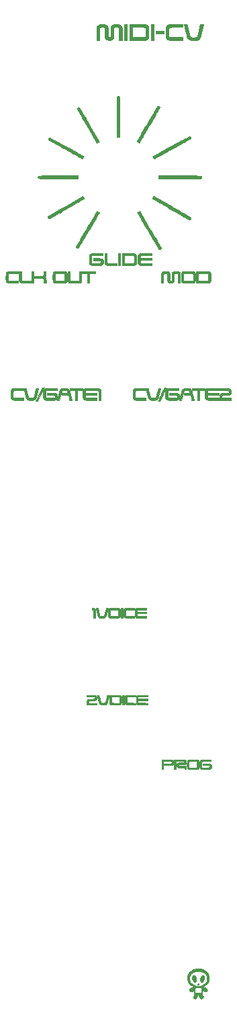
<source format=gto>
G04 #@! TF.GenerationSoftware,KiCad,Pcbnew,(5.0.0-rc2)*
G04 #@! TF.CreationDate,2020-07-08T18:40:00+03:00*
G04 #@! TF.ProjectId,MIDIPNL2,4D494449504E4C322E6B696361645F70,rev?*
G04 #@! TF.SameCoordinates,PX23c3460PY84157a0*
G04 #@! TF.FileFunction,Legend,Top*
G04 #@! TF.FilePolarity,Positive*
%FSLAX46Y46*%
G04 Gerber Fmt 4.6, Leading zero omitted, Abs format (unit mm)*
G04 Created by KiCad (PCBNEW (5.0.0-rc2)) date Wed Jul  8 18:40:00 2020*
%MOMM*%
%LPD*%
G01*
G04 APERTURE LIST*
%ADD10C,0.010000*%
G04 APERTURE END LIST*
D10*
G04 #@! TO.C,G\002A\002A\002A*
G36*
X25615133Y6395804D02*
X25656150Y6373128D01*
X25691586Y6334628D01*
X25721670Y6280160D01*
X25730263Y6259180D01*
X25736727Y6239524D01*
X25741219Y6217853D01*
X25744045Y6190747D01*
X25745515Y6154786D01*
X25745935Y6106551D01*
X25745889Y6085671D01*
X25745436Y6033759D01*
X25744230Y5994640D01*
X25741779Y5964184D01*
X25737593Y5938257D01*
X25731180Y5912729D01*
X25722050Y5883467D01*
X25721746Y5882539D01*
X25685978Y5790109D01*
X25643674Y5710047D01*
X25595781Y5644049D01*
X25577327Y5624033D01*
X25525871Y5578706D01*
X25476879Y5549742D01*
X25429548Y5536895D01*
X25383078Y5539919D01*
X25346816Y5553184D01*
X25311257Y5579334D01*
X25279184Y5619770D01*
X25252489Y5671924D01*
X25245332Y5690837D01*
X25236676Y5728195D01*
X25231485Y5777624D01*
X25229699Y5834636D01*
X25231260Y5894746D01*
X25236109Y5953467D01*
X25244185Y6006313D01*
X25249821Y6030656D01*
X25274757Y6106216D01*
X25307114Y6177660D01*
X25345294Y6242798D01*
X25387696Y6299440D01*
X25432721Y6345397D01*
X25478770Y6378479D01*
X25515450Y6394255D01*
X25568309Y6402799D01*
X25615133Y6395804D01*
X25615133Y6395804D01*
G37*
X25615133Y6395804D02*
X25656150Y6373128D01*
X25691586Y6334628D01*
X25721670Y6280160D01*
X25730263Y6259180D01*
X25736727Y6239524D01*
X25741219Y6217853D01*
X25744045Y6190747D01*
X25745515Y6154786D01*
X25745935Y6106551D01*
X25745889Y6085671D01*
X25745436Y6033759D01*
X25744230Y5994640D01*
X25741779Y5964184D01*
X25737593Y5938257D01*
X25731180Y5912729D01*
X25722050Y5883467D01*
X25721746Y5882539D01*
X25685978Y5790109D01*
X25643674Y5710047D01*
X25595781Y5644049D01*
X25577327Y5624033D01*
X25525871Y5578706D01*
X25476879Y5549742D01*
X25429548Y5536895D01*
X25383078Y5539919D01*
X25346816Y5553184D01*
X25311257Y5579334D01*
X25279184Y5619770D01*
X25252489Y5671924D01*
X25245332Y5690837D01*
X25236676Y5728195D01*
X25231485Y5777624D01*
X25229699Y5834636D01*
X25231260Y5894746D01*
X25236109Y5953467D01*
X25244185Y6006313D01*
X25249821Y6030656D01*
X25274757Y6106216D01*
X25307114Y6177660D01*
X25345294Y6242798D01*
X25387696Y6299440D01*
X25432721Y6345397D01*
X25478770Y6378479D01*
X25515450Y6394255D01*
X25568309Y6402799D01*
X25615133Y6395804D01*
G36*
X24441578Y6402549D02*
X24495317Y6382658D01*
X24546981Y6347654D01*
X24595481Y6299323D01*
X24639729Y6239450D01*
X24678634Y6169822D01*
X24711108Y6092226D01*
X24736062Y6008446D01*
X24752408Y5920268D01*
X24756066Y5886771D01*
X24757158Y5816826D01*
X24748785Y5748497D01*
X24731937Y5684976D01*
X24707600Y5629452D01*
X24676762Y5585117D01*
X24656781Y5566174D01*
X24615475Y5543834D01*
X24568825Y5536654D01*
X24519358Y5544808D01*
X24493768Y5554970D01*
X24445645Y5586011D01*
X24398553Y5631502D01*
X24354147Y5688973D01*
X24314079Y5755959D01*
X24280006Y5829991D01*
X24253579Y5908602D01*
X24251481Y5916394D01*
X24238170Y5984284D01*
X24231582Y6057768D01*
X24231729Y6131444D01*
X24238622Y6199909D01*
X24250723Y6252987D01*
X24273844Y6306935D01*
X24305081Y6350627D01*
X24342462Y6382518D01*
X24384014Y6401060D01*
X24427763Y6404709D01*
X24441578Y6402549D01*
X24441578Y6402549D01*
G37*
X24441578Y6402549D02*
X24495317Y6382658D01*
X24546981Y6347654D01*
X24595481Y6299323D01*
X24639729Y6239450D01*
X24678634Y6169822D01*
X24711108Y6092226D01*
X24736062Y6008446D01*
X24752408Y5920268D01*
X24756066Y5886771D01*
X24757158Y5816826D01*
X24748785Y5748497D01*
X24731937Y5684976D01*
X24707600Y5629452D01*
X24676762Y5585117D01*
X24656781Y5566174D01*
X24615475Y5543834D01*
X24568825Y5536654D01*
X24519358Y5544808D01*
X24493768Y5554970D01*
X24445645Y5586011D01*
X24398553Y5631502D01*
X24354147Y5688973D01*
X24314079Y5755959D01*
X24280006Y5829991D01*
X24253579Y5908602D01*
X24251481Y5916394D01*
X24238170Y5984284D01*
X24231582Y6057768D01*
X24231729Y6131444D01*
X24238622Y6199909D01*
X24250723Y6252987D01*
X24273844Y6306935D01*
X24305081Y6350627D01*
X24342462Y6382518D01*
X24384014Y6401060D01*
X24427763Y6404709D01*
X24441578Y6402549D01*
G36*
X25011621Y5349369D02*
X25041307Y5335629D01*
X25064981Y5309608D01*
X25069512Y5301143D01*
X25078156Y5266671D01*
X25072637Y5235015D01*
X25055719Y5208592D01*
X25030161Y5189820D01*
X24998726Y5181115D01*
X24964174Y5184894D01*
X24945637Y5192732D01*
X24921387Y5214871D01*
X24908236Y5246323D01*
X24908045Y5282214D01*
X24909293Y5287850D01*
X24924760Y5320066D01*
X24949521Y5341270D01*
X24979751Y5351143D01*
X25011621Y5349369D01*
X25011621Y5349369D01*
G37*
X25011621Y5349369D02*
X25041307Y5335629D01*
X25064981Y5309608D01*
X25069512Y5301143D01*
X25078156Y5266671D01*
X25072637Y5235015D01*
X25055719Y5208592D01*
X25030161Y5189820D01*
X24998726Y5181115D01*
X24964174Y5184894D01*
X24945637Y5192732D01*
X24921387Y5214871D01*
X24908236Y5246323D01*
X24908045Y5282214D01*
X24909293Y5287850D01*
X24924760Y5320066D01*
X24949521Y5341270D01*
X24979751Y5351143D01*
X25011621Y5349369D01*
G36*
X20697734Y125078873D02*
X19614362Y125078873D01*
X19614362Y125442819D01*
X20697734Y125442819D01*
X20697734Y125078873D01*
X20697734Y125078873D01*
G37*
X20697734Y125078873D02*
X19614362Y125078873D01*
X19614362Y125442819D01*
X20697734Y125442819D01*
X20697734Y125078873D01*
G36*
X25520342Y126255170D02*
X25570733Y126254671D01*
X25612725Y126253902D01*
X25644000Y126252914D01*
X25662238Y126251757D01*
X25666011Y126250903D01*
X25663917Y126241147D01*
X25657879Y126216413D01*
X25648257Y126178090D01*
X25635416Y126127571D01*
X25619718Y126066246D01*
X25601525Y125995506D01*
X25581200Y125916744D01*
X25559106Y125831349D01*
X25535606Y125740714D01*
X25511062Y125646229D01*
X25485836Y125549286D01*
X25460293Y125451276D01*
X25434793Y125353589D01*
X25409700Y125257618D01*
X25385377Y125164753D01*
X25362186Y125076386D01*
X25340490Y124993907D01*
X25320652Y124918709D01*
X25303033Y124852182D01*
X25287998Y124795717D01*
X25275908Y124750705D01*
X25267127Y124718539D01*
X25262017Y124700608D01*
X25261179Y124698000D01*
X25217612Y124593992D01*
X25165978Y124504697D01*
X25105951Y124429775D01*
X25037202Y124368883D01*
X24959406Y124321682D01*
X24872234Y124287830D01*
X24866178Y124286067D01*
X24851868Y124282502D01*
X24835034Y124279530D01*
X24814017Y124277085D01*
X24787158Y124275103D01*
X24752797Y124273517D01*
X24709276Y124272263D01*
X24654936Y124271277D01*
X24588118Y124270491D01*
X24507163Y124269843D01*
X24442985Y124269445D01*
X24344490Y124269024D01*
X24261504Y124268998D01*
X24192614Y124269396D01*
X24136407Y124270250D01*
X24091468Y124271588D01*
X24056385Y124273441D01*
X24029742Y124275839D01*
X24011329Y124278578D01*
X23922874Y124302416D01*
X23843715Y124338891D01*
X23773117Y124388653D01*
X23710343Y124452351D01*
X23654657Y124530635D01*
X23605323Y124624157D01*
X23595809Y124645544D01*
X23591467Y124656036D01*
X23586809Y124668362D01*
X23581621Y124683324D01*
X23575692Y124701725D01*
X23568807Y124724367D01*
X23560754Y124752053D01*
X23551319Y124785584D01*
X23540289Y124825764D01*
X23527451Y124873394D01*
X23512592Y124929277D01*
X23495499Y124994216D01*
X23475958Y125069013D01*
X23453757Y125154470D01*
X23428682Y125251390D01*
X23400519Y125360575D01*
X23369057Y125482827D01*
X23334082Y125618949D01*
X23295380Y125769743D01*
X23252738Y125936012D01*
X23245730Y125963345D01*
X23171953Y126251116D01*
X23370720Y126253388D01*
X23426938Y126253888D01*
X23477284Y126254062D01*
X23519366Y126253924D01*
X23550791Y126253490D01*
X23569166Y126252772D01*
X23572956Y126252191D01*
X23575489Y126243657D01*
X23581851Y126219872D01*
X23591744Y126182002D01*
X23604870Y126131213D01*
X23620929Y126068672D01*
X23639626Y125995543D01*
X23660660Y125912993D01*
X23683735Y125822188D01*
X23708552Y125724293D01*
X23734812Y125620476D01*
X23762219Y125511902D01*
X23762610Y125510350D01*
X23790328Y125400780D01*
X23817184Y125295303D01*
X23842852Y125195156D01*
X23867006Y125101578D01*
X23889323Y125015809D01*
X23909476Y124939087D01*
X23927140Y124872650D01*
X23941991Y124817736D01*
X23953702Y124775586D01*
X23961948Y124747436D01*
X23966292Y124734758D01*
X23995443Y124690744D01*
X24035516Y124655778D01*
X24082256Y124633327D01*
X24094954Y124629971D01*
X24118328Y124627000D01*
X24157938Y124624795D01*
X24213928Y124623355D01*
X24286442Y124622677D01*
X24375623Y124622758D01*
X24447900Y124623263D01*
X24757514Y124626058D01*
X24798926Y124651673D01*
X24811522Y124659444D01*
X24822800Y124666896D01*
X24833085Y124675039D01*
X24842707Y124684882D01*
X24851990Y124697435D01*
X24861264Y124713707D01*
X24870854Y124734707D01*
X24881087Y124761446D01*
X24892291Y124794932D01*
X24904793Y124836175D01*
X24918920Y124886184D01*
X24934998Y124945969D01*
X24953355Y125016539D01*
X24974318Y125098904D01*
X24998214Y125194072D01*
X25025370Y125303054D01*
X25056113Y125426859D01*
X25075876Y125506500D01*
X25261729Y126255348D01*
X25463870Y126255348D01*
X25520342Y126255170D01*
X25520342Y126255170D01*
G37*
X25520342Y126255170D02*
X25570733Y126254671D01*
X25612725Y126253902D01*
X25644000Y126252914D01*
X25662238Y126251757D01*
X25666011Y126250903D01*
X25663917Y126241147D01*
X25657879Y126216413D01*
X25648257Y126178090D01*
X25635416Y126127571D01*
X25619718Y126066246D01*
X25601525Y125995506D01*
X25581200Y125916744D01*
X25559106Y125831349D01*
X25535606Y125740714D01*
X25511062Y125646229D01*
X25485836Y125549286D01*
X25460293Y125451276D01*
X25434793Y125353589D01*
X25409700Y125257618D01*
X25385377Y125164753D01*
X25362186Y125076386D01*
X25340490Y124993907D01*
X25320652Y124918709D01*
X25303033Y124852182D01*
X25287998Y124795717D01*
X25275908Y124750705D01*
X25267127Y124718539D01*
X25262017Y124700608D01*
X25261179Y124698000D01*
X25217612Y124593992D01*
X25165978Y124504697D01*
X25105951Y124429775D01*
X25037202Y124368883D01*
X24959406Y124321682D01*
X24872234Y124287830D01*
X24866178Y124286067D01*
X24851868Y124282502D01*
X24835034Y124279530D01*
X24814017Y124277085D01*
X24787158Y124275103D01*
X24752797Y124273517D01*
X24709276Y124272263D01*
X24654936Y124271277D01*
X24588118Y124270491D01*
X24507163Y124269843D01*
X24442985Y124269445D01*
X24344490Y124269024D01*
X24261504Y124268998D01*
X24192614Y124269396D01*
X24136407Y124270250D01*
X24091468Y124271588D01*
X24056385Y124273441D01*
X24029742Y124275839D01*
X24011329Y124278578D01*
X23922874Y124302416D01*
X23843715Y124338891D01*
X23773117Y124388653D01*
X23710343Y124452351D01*
X23654657Y124530635D01*
X23605323Y124624157D01*
X23595809Y124645544D01*
X23591467Y124656036D01*
X23586809Y124668362D01*
X23581621Y124683324D01*
X23575692Y124701725D01*
X23568807Y124724367D01*
X23560754Y124752053D01*
X23551319Y124785584D01*
X23540289Y124825764D01*
X23527451Y124873394D01*
X23512592Y124929277D01*
X23495499Y124994216D01*
X23475958Y125069013D01*
X23453757Y125154470D01*
X23428682Y125251390D01*
X23400519Y125360575D01*
X23369057Y125482827D01*
X23334082Y125618949D01*
X23295380Y125769743D01*
X23252738Y125936012D01*
X23245730Y125963345D01*
X23171953Y126251116D01*
X23370720Y126253388D01*
X23426938Y126253888D01*
X23477284Y126254062D01*
X23519366Y126253924D01*
X23550791Y126253490D01*
X23569166Y126252772D01*
X23572956Y126252191D01*
X23575489Y126243657D01*
X23581851Y126219872D01*
X23591744Y126182002D01*
X23604870Y126131213D01*
X23620929Y126068672D01*
X23639626Y125995543D01*
X23660660Y125912993D01*
X23683735Y125822188D01*
X23708552Y125724293D01*
X23734812Y125620476D01*
X23762219Y125511902D01*
X23762610Y125510350D01*
X23790328Y125400780D01*
X23817184Y125295303D01*
X23842852Y125195156D01*
X23867006Y125101578D01*
X23889323Y125015809D01*
X23909476Y124939087D01*
X23927140Y124872650D01*
X23941991Y124817736D01*
X23953702Y124775586D01*
X23961948Y124747436D01*
X23966292Y124734758D01*
X23995443Y124690744D01*
X24035516Y124655778D01*
X24082256Y124633327D01*
X24094954Y124629971D01*
X24118328Y124627000D01*
X24157938Y124624795D01*
X24213928Y124623355D01*
X24286442Y124622677D01*
X24375623Y124622758D01*
X24447900Y124623263D01*
X24757514Y124626058D01*
X24798926Y124651673D01*
X24811522Y124659444D01*
X24822800Y124666896D01*
X24833085Y124675039D01*
X24842707Y124684882D01*
X24851990Y124697435D01*
X24861264Y124713707D01*
X24870854Y124734707D01*
X24881087Y124761446D01*
X24892291Y124794932D01*
X24904793Y124836175D01*
X24918920Y124886184D01*
X24934998Y124945969D01*
X24953355Y125016539D01*
X24974318Y125098904D01*
X24998214Y125194072D01*
X25025370Y125303054D01*
X25056113Y125426859D01*
X25075876Y125506500D01*
X25261729Y126255348D01*
X25463870Y126255348D01*
X25520342Y126255170D01*
G36*
X23033755Y125900110D02*
X22200685Y125897872D01*
X22063536Y125897500D01*
X21942302Y125897149D01*
X21835969Y125896796D01*
X21743523Y125896417D01*
X21663951Y125895987D01*
X21596240Y125895484D01*
X21539376Y125894884D01*
X21492346Y125894163D01*
X21454136Y125893297D01*
X21423733Y125892263D01*
X21400124Y125891036D01*
X21382295Y125889594D01*
X21369232Y125887912D01*
X21359924Y125885967D01*
X21353355Y125883735D01*
X21348512Y125881192D01*
X21344383Y125878315D01*
X21343720Y125877822D01*
X21322824Y125857878D01*
X21304142Y125833326D01*
X21302899Y125831271D01*
X21299524Y125825095D01*
X21296631Y125818033D01*
X21294181Y125808815D01*
X21292139Y125796169D01*
X21290466Y125778823D01*
X21289126Y125755506D01*
X21288083Y125724946D01*
X21287299Y125685873D01*
X21286737Y125637014D01*
X21286361Y125577098D01*
X21286133Y125504853D01*
X21286017Y125419009D01*
X21285975Y125318293D01*
X21285971Y125248150D01*
X21286031Y125133399D01*
X21286224Y125034468D01*
X21286572Y124950252D01*
X21287098Y124879645D01*
X21287822Y124821539D01*
X21288767Y124774828D01*
X21289953Y124738407D01*
X21291404Y124711168D01*
X21293140Y124692006D01*
X21295183Y124679814D01*
X21297232Y124674008D01*
X21301194Y124666986D01*
X21305259Y124660758D01*
X21310415Y124655278D01*
X21317645Y124650497D01*
X21327936Y124646368D01*
X21342271Y124642843D01*
X21361637Y124639874D01*
X21387018Y124637414D01*
X21419400Y124635415D01*
X21459767Y124633829D01*
X21509106Y124632609D01*
X21568400Y124631706D01*
X21638636Y124631073D01*
X21720799Y124630663D01*
X21815873Y124630427D01*
X21924843Y124630318D01*
X22048696Y124630288D01*
X22188415Y124630290D01*
X23033755Y124630290D01*
X23033755Y124266344D01*
X22202182Y124267415D01*
X22083597Y124267643D01*
X21968863Y124268009D01*
X21859234Y124268500D01*
X21755965Y124269106D01*
X21660310Y124269814D01*
X21573524Y124270612D01*
X21496860Y124271488D01*
X21431573Y124272429D01*
X21378917Y124273424D01*
X21340147Y124274461D01*
X21316516Y124275527D01*
X21311363Y124275986D01*
X21219890Y124293132D01*
X21141752Y124320150D01*
X21076021Y124357798D01*
X21021764Y124406836D01*
X20978051Y124468023D01*
X20943952Y124542120D01*
X20929151Y124587970D01*
X20926181Y124599338D01*
X20923612Y124611822D01*
X20921415Y124626670D01*
X20919561Y124645130D01*
X20918023Y124668448D01*
X20916770Y124697873D01*
X20915774Y124734652D01*
X20915005Y124780032D01*
X20914436Y124835262D01*
X20914037Y124901588D01*
X20913779Y124980257D01*
X20913633Y125072518D01*
X20913571Y125179619D01*
X20913562Y125260846D01*
X20913588Y125378957D01*
X20913684Y125481386D01*
X20913878Y125569375D01*
X20914197Y125644170D01*
X20914670Y125707014D01*
X20915325Y125759153D01*
X20916189Y125801831D01*
X20917289Y125836291D01*
X20918654Y125863779D01*
X20920312Y125885539D01*
X20922290Y125902815D01*
X20924616Y125916852D01*
X20927318Y125928893D01*
X20928590Y125933722D01*
X20955334Y126010735D01*
X20990361Y126074726D01*
X21032269Y126125418D01*
X21078374Y126164800D01*
X21131312Y126196227D01*
X21195096Y126221877D01*
X21229652Y126232468D01*
X21240339Y126235427D01*
X21250946Y126238052D01*
X21262510Y126240368D01*
X21276066Y126242396D01*
X21292652Y126244160D01*
X21313306Y126245684D01*
X21339063Y126246991D01*
X21370960Y126248103D01*
X21410035Y126249044D01*
X21457324Y126249838D01*
X21513864Y126250506D01*
X21580692Y126251074D01*
X21658844Y126251563D01*
X21749358Y126251997D01*
X21853271Y126252399D01*
X21971619Y126252792D01*
X22105439Y126253200D01*
X22164095Y126253374D01*
X23033755Y126255950D01*
X23033755Y125900110D01*
X23033755Y125900110D01*
G37*
X23033755Y125900110D02*
X22200685Y125897872D01*
X22063536Y125897500D01*
X21942302Y125897149D01*
X21835969Y125896796D01*
X21743523Y125896417D01*
X21663951Y125895987D01*
X21596240Y125895484D01*
X21539376Y125894884D01*
X21492346Y125894163D01*
X21454136Y125893297D01*
X21423733Y125892263D01*
X21400124Y125891036D01*
X21382295Y125889594D01*
X21369232Y125887912D01*
X21359924Y125885967D01*
X21353355Y125883735D01*
X21348512Y125881192D01*
X21344383Y125878315D01*
X21343720Y125877822D01*
X21322824Y125857878D01*
X21304142Y125833326D01*
X21302899Y125831271D01*
X21299524Y125825095D01*
X21296631Y125818033D01*
X21294181Y125808815D01*
X21292139Y125796169D01*
X21290466Y125778823D01*
X21289126Y125755506D01*
X21288083Y125724946D01*
X21287299Y125685873D01*
X21286737Y125637014D01*
X21286361Y125577098D01*
X21286133Y125504853D01*
X21286017Y125419009D01*
X21285975Y125318293D01*
X21285971Y125248150D01*
X21286031Y125133399D01*
X21286224Y125034468D01*
X21286572Y124950252D01*
X21287098Y124879645D01*
X21287822Y124821539D01*
X21288767Y124774828D01*
X21289953Y124738407D01*
X21291404Y124711168D01*
X21293140Y124692006D01*
X21295183Y124679814D01*
X21297232Y124674008D01*
X21301194Y124666986D01*
X21305259Y124660758D01*
X21310415Y124655278D01*
X21317645Y124650497D01*
X21327936Y124646368D01*
X21342271Y124642843D01*
X21361637Y124639874D01*
X21387018Y124637414D01*
X21419400Y124635415D01*
X21459767Y124633829D01*
X21509106Y124632609D01*
X21568400Y124631706D01*
X21638636Y124631073D01*
X21720799Y124630663D01*
X21815873Y124630427D01*
X21924843Y124630318D01*
X22048696Y124630288D01*
X22188415Y124630290D01*
X23033755Y124630290D01*
X23033755Y124266344D01*
X22202182Y124267415D01*
X22083597Y124267643D01*
X21968863Y124268009D01*
X21859234Y124268500D01*
X21755965Y124269106D01*
X21660310Y124269814D01*
X21573524Y124270612D01*
X21496860Y124271488D01*
X21431573Y124272429D01*
X21378917Y124273424D01*
X21340147Y124274461D01*
X21316516Y124275527D01*
X21311363Y124275986D01*
X21219890Y124293132D01*
X21141752Y124320150D01*
X21076021Y124357798D01*
X21021764Y124406836D01*
X20978051Y124468023D01*
X20943952Y124542120D01*
X20929151Y124587970D01*
X20926181Y124599338D01*
X20923612Y124611822D01*
X20921415Y124626670D01*
X20919561Y124645130D01*
X20918023Y124668448D01*
X20916770Y124697873D01*
X20915774Y124734652D01*
X20915005Y124780032D01*
X20914436Y124835262D01*
X20914037Y124901588D01*
X20913779Y124980257D01*
X20913633Y125072518D01*
X20913571Y125179619D01*
X20913562Y125260846D01*
X20913588Y125378957D01*
X20913684Y125481386D01*
X20913878Y125569375D01*
X20914197Y125644170D01*
X20914670Y125707014D01*
X20915325Y125759153D01*
X20916189Y125801831D01*
X20917289Y125836291D01*
X20918654Y125863779D01*
X20920312Y125885539D01*
X20922290Y125902815D01*
X20924616Y125916852D01*
X20927318Y125928893D01*
X20928590Y125933722D01*
X20955334Y126010735D01*
X20990361Y126074726D01*
X21032269Y126125418D01*
X21078374Y126164800D01*
X21131312Y126196227D01*
X21195096Y126221877D01*
X21229652Y126232468D01*
X21240339Y126235427D01*
X21250946Y126238052D01*
X21262510Y126240368D01*
X21276066Y126242396D01*
X21292652Y126244160D01*
X21313306Y126245684D01*
X21339063Y126246991D01*
X21370960Y126248103D01*
X21410035Y126249044D01*
X21457324Y126249838D01*
X21513864Y126250506D01*
X21580692Y126251074D01*
X21658844Y126251563D01*
X21749358Y126251997D01*
X21853271Y126252399D01*
X21971619Y126252792D01*
X22105439Y126253200D01*
X22164095Y126253374D01*
X23033755Y126255950D01*
X23033755Y125900110D01*
G36*
X19385838Y124266344D02*
X19013429Y124266344D01*
X19013429Y126255348D01*
X19385838Y126255348D01*
X19385838Y124266344D01*
X19385838Y124266344D01*
G37*
X19385838Y124266344D02*
X19013429Y124266344D01*
X19013429Y126255348D01*
X19385838Y126255348D01*
X19385838Y124266344D01*
G36*
X17339703Y126253378D02*
X18357481Y126250888D01*
X18423617Y126232166D01*
X18506608Y126202319D01*
X18575731Y126163224D01*
X18631872Y126113926D01*
X18675918Y126053475D01*
X18708755Y125980917D01*
X18729687Y125903346D01*
X18732334Y125888590D01*
X18734598Y125871559D01*
X18736502Y125850978D01*
X18738066Y125825572D01*
X18739311Y125794067D01*
X18740257Y125755188D01*
X18740926Y125707660D01*
X18741337Y125650208D01*
X18741513Y125581558D01*
X18741473Y125500434D01*
X18741238Y125405563D01*
X18740829Y125295669D01*
X18740570Y125235455D01*
X18740020Y125118836D01*
X18739463Y125017893D01*
X18738864Y124931374D01*
X18738189Y124858028D01*
X18737406Y124796604D01*
X18736480Y124745848D01*
X18735377Y124704511D01*
X18734065Y124671340D01*
X18732509Y124645083D01*
X18730677Y124624489D01*
X18728533Y124608306D01*
X18726044Y124595283D01*
X18723178Y124584168D01*
X18723053Y124583738D01*
X18693360Y124503232D01*
X18655057Y124436674D01*
X18607311Y124382977D01*
X18549286Y124341054D01*
X18528210Y124329848D01*
X18511177Y124321349D01*
X18495816Y124313718D01*
X18481172Y124306904D01*
X18466293Y124300860D01*
X18450227Y124295535D01*
X18432020Y124290882D01*
X18410719Y124286851D01*
X18385373Y124283394D01*
X18355027Y124280461D01*
X18318729Y124278003D01*
X18275527Y124275972D01*
X18224467Y124274318D01*
X18164596Y124272992D01*
X18094962Y124271947D01*
X18014612Y124271132D01*
X17922593Y124270499D01*
X17817953Y124269998D01*
X17699737Y124269582D01*
X17566994Y124269200D01*
X17418771Y124268804D01*
X17335471Y124268577D01*
X16321926Y124265760D01*
X16321926Y124630290D01*
X16694335Y124630290D01*
X17490208Y124630290D01*
X17627414Y124630323D01*
X17748672Y124630431D01*
X17854958Y124630630D01*
X17947253Y124630933D01*
X18026535Y124631354D01*
X18093782Y124631908D01*
X18149973Y124632608D01*
X18196086Y124633469D01*
X18233100Y124634506D01*
X18261994Y124635732D01*
X18283745Y124637161D01*
X18299334Y124638809D01*
X18309738Y124640688D01*
X18314752Y124642269D01*
X18324699Y124646309D01*
X18333268Y124650324D01*
X18340562Y124655525D01*
X18346683Y124663129D01*
X18351734Y124674349D01*
X18355817Y124690398D01*
X18359035Y124712492D01*
X18361490Y124741844D01*
X18363286Y124779669D01*
X18364524Y124827180D01*
X18365307Y124885591D01*
X18365738Y124956117D01*
X18365920Y125039972D01*
X18365954Y125138370D01*
X18365944Y125248150D01*
X18365931Y125358680D01*
X18365865Y125453554D01*
X18365711Y125534042D01*
X18365430Y125601418D01*
X18364987Y125656952D01*
X18364345Y125701915D01*
X18363466Y125737580D01*
X18362313Y125765217D01*
X18360851Y125786098D01*
X18359041Y125801495D01*
X18356847Y125812679D01*
X18354231Y125820921D01*
X18351158Y125827494D01*
X18349017Y125831271D01*
X18330989Y125855714D01*
X18309909Y125876505D01*
X18308195Y125877822D01*
X18303987Y125880820D01*
X18299211Y125883465D01*
X18292829Y125885781D01*
X18283801Y125887794D01*
X18271088Y125889530D01*
X18253653Y125891013D01*
X18230455Y125892271D01*
X18200457Y125893327D01*
X18162619Y125894207D01*
X18115902Y125894937D01*
X18059268Y125895543D01*
X17991679Y125896049D01*
X17912094Y125896481D01*
X17819475Y125896865D01*
X17712785Y125897226D01*
X17590982Y125897589D01*
X17489318Y125897878D01*
X16694335Y125900121D01*
X16694335Y124630290D01*
X16321926Y124630290D01*
X16321926Y126255869D01*
X17339703Y126253378D01*
X17339703Y126253378D01*
G37*
X17339703Y126253378D02*
X18357481Y126250888D01*
X18423617Y126232166D01*
X18506608Y126202319D01*
X18575731Y126163224D01*
X18631872Y126113926D01*
X18675918Y126053475D01*
X18708755Y125980917D01*
X18729687Y125903346D01*
X18732334Y125888590D01*
X18734598Y125871559D01*
X18736502Y125850978D01*
X18738066Y125825572D01*
X18739311Y125794067D01*
X18740257Y125755188D01*
X18740926Y125707660D01*
X18741337Y125650208D01*
X18741513Y125581558D01*
X18741473Y125500434D01*
X18741238Y125405563D01*
X18740829Y125295669D01*
X18740570Y125235455D01*
X18740020Y125118836D01*
X18739463Y125017893D01*
X18738864Y124931374D01*
X18738189Y124858028D01*
X18737406Y124796604D01*
X18736480Y124745848D01*
X18735377Y124704511D01*
X18734065Y124671340D01*
X18732509Y124645083D01*
X18730677Y124624489D01*
X18728533Y124608306D01*
X18726044Y124595283D01*
X18723178Y124584168D01*
X18723053Y124583738D01*
X18693360Y124503232D01*
X18655057Y124436674D01*
X18607311Y124382977D01*
X18549286Y124341054D01*
X18528210Y124329848D01*
X18511177Y124321349D01*
X18495816Y124313718D01*
X18481172Y124306904D01*
X18466293Y124300860D01*
X18450227Y124295535D01*
X18432020Y124290882D01*
X18410719Y124286851D01*
X18385373Y124283394D01*
X18355027Y124280461D01*
X18318729Y124278003D01*
X18275527Y124275972D01*
X18224467Y124274318D01*
X18164596Y124272992D01*
X18094962Y124271947D01*
X18014612Y124271132D01*
X17922593Y124270499D01*
X17817953Y124269998D01*
X17699737Y124269582D01*
X17566994Y124269200D01*
X17418771Y124268804D01*
X17335471Y124268577D01*
X16321926Y124265760D01*
X16321926Y124630290D01*
X16694335Y124630290D01*
X17490208Y124630290D01*
X17627414Y124630323D01*
X17748672Y124630431D01*
X17854958Y124630630D01*
X17947253Y124630933D01*
X18026535Y124631354D01*
X18093782Y124631908D01*
X18149973Y124632608D01*
X18196086Y124633469D01*
X18233100Y124634506D01*
X18261994Y124635732D01*
X18283745Y124637161D01*
X18299334Y124638809D01*
X18309738Y124640688D01*
X18314752Y124642269D01*
X18324699Y124646309D01*
X18333268Y124650324D01*
X18340562Y124655525D01*
X18346683Y124663129D01*
X18351734Y124674349D01*
X18355817Y124690398D01*
X18359035Y124712492D01*
X18361490Y124741844D01*
X18363286Y124779669D01*
X18364524Y124827180D01*
X18365307Y124885591D01*
X18365738Y124956117D01*
X18365920Y125039972D01*
X18365954Y125138370D01*
X18365944Y125248150D01*
X18365931Y125358680D01*
X18365865Y125453554D01*
X18365711Y125534042D01*
X18365430Y125601418D01*
X18364987Y125656952D01*
X18364345Y125701915D01*
X18363466Y125737580D01*
X18362313Y125765217D01*
X18360851Y125786098D01*
X18359041Y125801495D01*
X18356847Y125812679D01*
X18354231Y125820921D01*
X18351158Y125827494D01*
X18349017Y125831271D01*
X18330989Y125855714D01*
X18309909Y125876505D01*
X18308195Y125877822D01*
X18303987Y125880820D01*
X18299211Y125883465D01*
X18292829Y125885781D01*
X18283801Y125887794D01*
X18271088Y125889530D01*
X18253653Y125891013D01*
X18230455Y125892271D01*
X18200457Y125893327D01*
X18162619Y125894207D01*
X18115902Y125894937D01*
X18059268Y125895543D01*
X17991679Y125896049D01*
X17912094Y125896481D01*
X17819475Y125896865D01*
X17712785Y125897226D01*
X17590982Y125897589D01*
X17489318Y125897878D01*
X16694335Y125900121D01*
X16694335Y124630290D01*
X16321926Y124630290D01*
X16321926Y126255869D01*
X17339703Y126253378D01*
G36*
X16034155Y124266344D02*
X15661746Y124266344D01*
X15661746Y126255348D01*
X16034155Y126255348D01*
X16034155Y124266344D01*
X16034155Y124266344D01*
G37*
X16034155Y124266344D02*
X15661746Y124266344D01*
X15661746Y126255348D01*
X16034155Y126255348D01*
X16034155Y124266344D01*
G36*
X12958357Y126255798D02*
X13029779Y126254759D01*
X13096363Y126252990D01*
X13155388Y126250491D01*
X13204136Y126247263D01*
X13239887Y126243307D01*
X13244666Y126242529D01*
X13330572Y126220879D01*
X13404043Y126187854D01*
X13465521Y126143074D01*
X13515442Y126086158D01*
X13554247Y126016726D01*
X13576915Y125954192D01*
X13579817Y125943009D01*
X13582346Y125929704D01*
X13584540Y125913016D01*
X13586438Y125891683D01*
X13588078Y125864444D01*
X13589498Y125830037D01*
X13590735Y125787201D01*
X13591830Y125734673D01*
X13592818Y125671191D01*
X13593740Y125595496D01*
X13594632Y125506323D01*
X13595533Y125402413D01*
X13596223Y125315861D01*
X13597123Y125201770D01*
X13597950Y125103374D01*
X13598746Y125019441D01*
X13599555Y124948740D01*
X13600420Y124890039D01*
X13601386Y124842107D01*
X13602495Y124803710D01*
X13603790Y124773617D01*
X13605317Y124750597D01*
X13607117Y124733418D01*
X13609235Y124720847D01*
X13611714Y124711653D01*
X13614597Y124704604D01*
X13617928Y124698468D01*
X13618027Y124698300D01*
X13637617Y124671394D01*
X13661509Y124652853D01*
X13692934Y124641395D01*
X13735122Y124635736D01*
X13778540Y124634522D01*
X13835865Y124637037D01*
X13879597Y124645258D01*
X13912409Y124660202D01*
X13936971Y124682882D01*
X13947817Y124698826D01*
X13951082Y124704862D01*
X13953912Y124711888D01*
X13956348Y124721124D01*
X13958430Y124733790D01*
X13960202Y124751110D01*
X13961703Y124774302D01*
X13962975Y124804589D01*
X13964060Y124843191D01*
X13964999Y124891329D01*
X13965833Y124950225D01*
X13966604Y125021100D01*
X13967352Y125105173D01*
X13968120Y125203668D01*
X13968949Y125317803D01*
X13968995Y125324325D01*
X13973246Y125921026D01*
X13992935Y125975630D01*
X14009681Y126019630D01*
X14025064Y126052686D01*
X14042254Y126080167D01*
X14064422Y126107438D01*
X14082180Y126126727D01*
X14138551Y126174766D01*
X14207211Y126212346D01*
X14269976Y126234775D01*
X14294767Y126239393D01*
X14333982Y126243473D01*
X14385124Y126246987D01*
X14445698Y126249904D01*
X14513205Y126252196D01*
X14585151Y126253834D01*
X14659038Y126254789D01*
X14732371Y126255033D01*
X14802653Y126254537D01*
X14867388Y126253270D01*
X14924079Y126251206D01*
X14970229Y126248314D01*
X15003344Y126244566D01*
X15010030Y126243341D01*
X15095462Y126217545D01*
X15171008Y126178116D01*
X15236260Y126125445D01*
X15290811Y126059925D01*
X15334253Y125981948D01*
X15362748Y125904098D01*
X15365267Y125894433D01*
X15367496Y125883033D01*
X15369458Y125868830D01*
X15371175Y125850756D01*
X15372670Y125827742D01*
X15373964Y125798720D01*
X15375081Y125762621D01*
X15376042Y125718377D01*
X15376870Y125664919D01*
X15377587Y125601180D01*
X15378215Y125526089D01*
X15378778Y125438580D01*
X15379297Y125337583D01*
X15379794Y125222030D01*
X15380292Y125090853D01*
X15380404Y125059830D01*
X15383243Y124266344D01*
X15001566Y124266344D01*
X15001553Y125038670D01*
X15001534Y125171037D01*
X15001470Y125287533D01*
X15001340Y125389216D01*
X15001126Y125477143D01*
X15000807Y125552372D01*
X15000365Y125615960D01*
X14999779Y125668963D01*
X14999030Y125712440D01*
X14998099Y125747447D01*
X14996966Y125775043D01*
X14995612Y125796283D01*
X14994017Y125812226D01*
X14992161Y125823929D01*
X14990025Y125832449D01*
X14987590Y125838843D01*
X14986741Y125840620D01*
X14978028Y125856581D01*
X14968289Y125869388D01*
X14955671Y125879389D01*
X14938318Y125886928D01*
X14914375Y125892352D01*
X14881988Y125896006D01*
X14839302Y125898236D01*
X14784463Y125899389D01*
X14715616Y125899809D01*
X14669088Y125899853D01*
X14594291Y125899693D01*
X14534550Y125899146D01*
X14487997Y125898129D01*
X14452761Y125896556D01*
X14426973Y125894344D01*
X14408766Y125891406D01*
X14396270Y125887659D01*
X14395824Y125887475D01*
X14385032Y125882906D01*
X14375768Y125878054D01*
X14367918Y125871672D01*
X14361363Y125862508D01*
X14355986Y125849315D01*
X14351671Y125830842D01*
X14348300Y125805840D01*
X14345757Y125773058D01*
X14343924Y125731249D01*
X14342685Y125679162D01*
X14341921Y125615548D01*
X14341517Y125539157D01*
X14341355Y125448740D01*
X14341318Y125343047D01*
X14341313Y125305553D01*
X14341162Y125179400D01*
X14340710Y125068950D01*
X14339905Y124972984D01*
X14338692Y124890280D01*
X14337019Y124819616D01*
X14334831Y124759770D01*
X14332076Y124709523D01*
X14328699Y124667651D01*
X14324648Y124632934D01*
X14319869Y124604150D01*
X14314308Y124580077D01*
X14308755Y124561906D01*
X14276687Y124484791D01*
X14237635Y124421962D01*
X14189827Y124371865D01*
X14131489Y124332942D01*
X14060849Y124303640D01*
X13994368Y124286097D01*
X13940392Y124277661D01*
X13875297Y124272348D01*
X13803795Y124270116D01*
X13730597Y124270923D01*
X13660413Y124274727D01*
X13597955Y124281484D01*
X13552192Y124290069D01*
X13471510Y124315408D01*
X13404712Y124348978D01*
X13350208Y124392323D01*
X13306411Y124446988D01*
X13271733Y124514518D01*
X13247258Y124586666D01*
X13243741Y124599746D01*
X13240696Y124612897D01*
X13238076Y124627426D01*
X13235839Y124644636D01*
X13233936Y124665832D01*
X13232325Y124692319D01*
X13230959Y124725402D01*
X13229792Y124766385D01*
X13228781Y124816574D01*
X13227879Y124877273D01*
X13227041Y124949786D01*
X13226221Y125035419D01*
X13225375Y125135477D01*
X13224537Y125241193D01*
X13223635Y125355346D01*
X13222814Y125453791D01*
X13222031Y125537746D01*
X13221239Y125608431D01*
X13220395Y125667063D01*
X13219455Y125714863D01*
X13218373Y125753049D01*
X13217107Y125782839D01*
X13215610Y125805453D01*
X13213840Y125822110D01*
X13211751Y125834028D01*
X13209299Y125842426D01*
X13206439Y125848523D01*
X13203128Y125853538D01*
X13202183Y125854822D01*
X13192436Y125867248D01*
X13182383Y125877134D01*
X13170066Y125884774D01*
X13153529Y125890457D01*
X13130816Y125894474D01*
X13099970Y125897116D01*
X13059035Y125898675D01*
X13006053Y125899442D01*
X12939068Y125899707D01*
X12900144Y125899742D01*
X12822466Y125899631D01*
X12759840Y125899007D01*
X12710393Y125897563D01*
X12672252Y125894992D01*
X12643541Y125890986D01*
X12622389Y125885239D01*
X12606921Y125877444D01*
X12595262Y125867293D01*
X12585541Y125854480D01*
X12581123Y125847477D01*
X12578215Y125842396D01*
X12575658Y125836584D01*
X12573428Y125828984D01*
X12571503Y125818539D01*
X12569861Y125804190D01*
X12568479Y125784880D01*
X12567334Y125759551D01*
X12566405Y125727145D01*
X12565668Y125686606D01*
X12565101Y125636875D01*
X12564682Y125576895D01*
X12564387Y125505607D01*
X12564196Y125421955D01*
X12564085Y125324881D01*
X12564031Y125213327D01*
X12564012Y125086236D01*
X12564010Y125042902D01*
X12563978Y124266344D01*
X12183105Y124266344D01*
X12183252Y125047134D01*
X12183278Y125185493D01*
X12183342Y125308026D01*
X12183509Y125415832D01*
X12183841Y125510012D01*
X12184404Y125591667D01*
X12185260Y125661898D01*
X12186473Y125721805D01*
X12188107Y125772488D01*
X12190225Y125815049D01*
X12192893Y125850588D01*
X12196172Y125880205D01*
X12200127Y125905002D01*
X12204821Y125926079D01*
X12210319Y125944536D01*
X12216684Y125961475D01*
X12223980Y125977995D01*
X12232270Y125995198D01*
X12238925Y126008695D01*
X12282259Y126077999D01*
X12338562Y126137719D01*
X12406001Y126186482D01*
X12482740Y126222914D01*
X12551283Y126242615D01*
X12580452Y126246693D01*
X12623814Y126250039D01*
X12678650Y126252653D01*
X12742241Y126254535D01*
X12811869Y126255687D01*
X12884813Y126256108D01*
X12958357Y126255798D01*
X12958357Y126255798D01*
G37*
X12958357Y126255798D02*
X13029779Y126254759D01*
X13096363Y126252990D01*
X13155388Y126250491D01*
X13204136Y126247263D01*
X13239887Y126243307D01*
X13244666Y126242529D01*
X13330572Y126220879D01*
X13404043Y126187854D01*
X13465521Y126143074D01*
X13515442Y126086158D01*
X13554247Y126016726D01*
X13576915Y125954192D01*
X13579817Y125943009D01*
X13582346Y125929704D01*
X13584540Y125913016D01*
X13586438Y125891683D01*
X13588078Y125864444D01*
X13589498Y125830037D01*
X13590735Y125787201D01*
X13591830Y125734673D01*
X13592818Y125671191D01*
X13593740Y125595496D01*
X13594632Y125506323D01*
X13595533Y125402413D01*
X13596223Y125315861D01*
X13597123Y125201770D01*
X13597950Y125103374D01*
X13598746Y125019441D01*
X13599555Y124948740D01*
X13600420Y124890039D01*
X13601386Y124842107D01*
X13602495Y124803710D01*
X13603790Y124773617D01*
X13605317Y124750597D01*
X13607117Y124733418D01*
X13609235Y124720847D01*
X13611714Y124711653D01*
X13614597Y124704604D01*
X13617928Y124698468D01*
X13618027Y124698300D01*
X13637617Y124671394D01*
X13661509Y124652853D01*
X13692934Y124641395D01*
X13735122Y124635736D01*
X13778540Y124634522D01*
X13835865Y124637037D01*
X13879597Y124645258D01*
X13912409Y124660202D01*
X13936971Y124682882D01*
X13947817Y124698826D01*
X13951082Y124704862D01*
X13953912Y124711888D01*
X13956348Y124721124D01*
X13958430Y124733790D01*
X13960202Y124751110D01*
X13961703Y124774302D01*
X13962975Y124804589D01*
X13964060Y124843191D01*
X13964999Y124891329D01*
X13965833Y124950225D01*
X13966604Y125021100D01*
X13967352Y125105173D01*
X13968120Y125203668D01*
X13968949Y125317803D01*
X13968995Y125324325D01*
X13973246Y125921026D01*
X13992935Y125975630D01*
X14009681Y126019630D01*
X14025064Y126052686D01*
X14042254Y126080167D01*
X14064422Y126107438D01*
X14082180Y126126727D01*
X14138551Y126174766D01*
X14207211Y126212346D01*
X14269976Y126234775D01*
X14294767Y126239393D01*
X14333982Y126243473D01*
X14385124Y126246987D01*
X14445698Y126249904D01*
X14513205Y126252196D01*
X14585151Y126253834D01*
X14659038Y126254789D01*
X14732371Y126255033D01*
X14802653Y126254537D01*
X14867388Y126253270D01*
X14924079Y126251206D01*
X14970229Y126248314D01*
X15003344Y126244566D01*
X15010030Y126243341D01*
X15095462Y126217545D01*
X15171008Y126178116D01*
X15236260Y126125445D01*
X15290811Y126059925D01*
X15334253Y125981948D01*
X15362748Y125904098D01*
X15365267Y125894433D01*
X15367496Y125883033D01*
X15369458Y125868830D01*
X15371175Y125850756D01*
X15372670Y125827742D01*
X15373964Y125798720D01*
X15375081Y125762621D01*
X15376042Y125718377D01*
X15376870Y125664919D01*
X15377587Y125601180D01*
X15378215Y125526089D01*
X15378778Y125438580D01*
X15379297Y125337583D01*
X15379794Y125222030D01*
X15380292Y125090853D01*
X15380404Y125059830D01*
X15383243Y124266344D01*
X15001566Y124266344D01*
X15001553Y125038670D01*
X15001534Y125171037D01*
X15001470Y125287533D01*
X15001340Y125389216D01*
X15001126Y125477143D01*
X15000807Y125552372D01*
X15000365Y125615960D01*
X14999779Y125668963D01*
X14999030Y125712440D01*
X14998099Y125747447D01*
X14996966Y125775043D01*
X14995612Y125796283D01*
X14994017Y125812226D01*
X14992161Y125823929D01*
X14990025Y125832449D01*
X14987590Y125838843D01*
X14986741Y125840620D01*
X14978028Y125856581D01*
X14968289Y125869388D01*
X14955671Y125879389D01*
X14938318Y125886928D01*
X14914375Y125892352D01*
X14881988Y125896006D01*
X14839302Y125898236D01*
X14784463Y125899389D01*
X14715616Y125899809D01*
X14669088Y125899853D01*
X14594291Y125899693D01*
X14534550Y125899146D01*
X14487997Y125898129D01*
X14452761Y125896556D01*
X14426973Y125894344D01*
X14408766Y125891406D01*
X14396270Y125887659D01*
X14395824Y125887475D01*
X14385032Y125882906D01*
X14375768Y125878054D01*
X14367918Y125871672D01*
X14361363Y125862508D01*
X14355986Y125849315D01*
X14351671Y125830842D01*
X14348300Y125805840D01*
X14345757Y125773058D01*
X14343924Y125731249D01*
X14342685Y125679162D01*
X14341921Y125615548D01*
X14341517Y125539157D01*
X14341355Y125448740D01*
X14341318Y125343047D01*
X14341313Y125305553D01*
X14341162Y125179400D01*
X14340710Y125068950D01*
X14339905Y124972984D01*
X14338692Y124890280D01*
X14337019Y124819616D01*
X14334831Y124759770D01*
X14332076Y124709523D01*
X14328699Y124667651D01*
X14324648Y124632934D01*
X14319869Y124604150D01*
X14314308Y124580077D01*
X14308755Y124561906D01*
X14276687Y124484791D01*
X14237635Y124421962D01*
X14189827Y124371865D01*
X14131489Y124332942D01*
X14060849Y124303640D01*
X13994368Y124286097D01*
X13940392Y124277661D01*
X13875297Y124272348D01*
X13803795Y124270116D01*
X13730597Y124270923D01*
X13660413Y124274727D01*
X13597955Y124281484D01*
X13552192Y124290069D01*
X13471510Y124315408D01*
X13404712Y124348978D01*
X13350208Y124392323D01*
X13306411Y124446988D01*
X13271733Y124514518D01*
X13247258Y124586666D01*
X13243741Y124599746D01*
X13240696Y124612897D01*
X13238076Y124627426D01*
X13235839Y124644636D01*
X13233936Y124665832D01*
X13232325Y124692319D01*
X13230959Y124725402D01*
X13229792Y124766385D01*
X13228781Y124816574D01*
X13227879Y124877273D01*
X13227041Y124949786D01*
X13226221Y125035419D01*
X13225375Y125135477D01*
X13224537Y125241193D01*
X13223635Y125355346D01*
X13222814Y125453791D01*
X13222031Y125537746D01*
X13221239Y125608431D01*
X13220395Y125667063D01*
X13219455Y125714863D01*
X13218373Y125753049D01*
X13217107Y125782839D01*
X13215610Y125805453D01*
X13213840Y125822110D01*
X13211751Y125834028D01*
X13209299Y125842426D01*
X13206439Y125848523D01*
X13203128Y125853538D01*
X13202183Y125854822D01*
X13192436Y125867248D01*
X13182383Y125877134D01*
X13170066Y125884774D01*
X13153529Y125890457D01*
X13130816Y125894474D01*
X13099970Y125897116D01*
X13059035Y125898675D01*
X13006053Y125899442D01*
X12939068Y125899707D01*
X12900144Y125899742D01*
X12822466Y125899631D01*
X12759840Y125899007D01*
X12710393Y125897563D01*
X12672252Y125894992D01*
X12643541Y125890986D01*
X12622389Y125885239D01*
X12606921Y125877444D01*
X12595262Y125867293D01*
X12585541Y125854480D01*
X12581123Y125847477D01*
X12578215Y125842396D01*
X12575658Y125836584D01*
X12573428Y125828984D01*
X12571503Y125818539D01*
X12569861Y125804190D01*
X12568479Y125784880D01*
X12567334Y125759551D01*
X12566405Y125727145D01*
X12565668Y125686606D01*
X12565101Y125636875D01*
X12564682Y125576895D01*
X12564387Y125505607D01*
X12564196Y125421955D01*
X12564085Y125324881D01*
X12564031Y125213327D01*
X12564012Y125086236D01*
X12564010Y125042902D01*
X12563978Y124266344D01*
X12183105Y124266344D01*
X12183252Y125047134D01*
X12183278Y125185493D01*
X12183342Y125308026D01*
X12183509Y125415832D01*
X12183841Y125510012D01*
X12184404Y125591667D01*
X12185260Y125661898D01*
X12186473Y125721805D01*
X12188107Y125772488D01*
X12190225Y125815049D01*
X12192893Y125850588D01*
X12196172Y125880205D01*
X12200127Y125905002D01*
X12204821Y125926079D01*
X12210319Y125944536D01*
X12216684Y125961475D01*
X12223980Y125977995D01*
X12232270Y125995198D01*
X12238925Y126008695D01*
X12282259Y126077999D01*
X12338562Y126137719D01*
X12406001Y126186482D01*
X12482740Y126222914D01*
X12551283Y126242615D01*
X12580452Y126246693D01*
X12623814Y126250039D01*
X12678650Y126252653D01*
X12742241Y126254535D01*
X12811869Y126255687D01*
X12884813Y126256108D01*
X12958357Y126255798D01*
G36*
X14951481Y117197048D02*
X14995325Y117170789D01*
X15031072Y117132304D01*
X15056581Y117096010D01*
X15058753Y114588340D01*
X15060924Y112080669D01*
X14883128Y112080287D01*
X14705331Y112079904D01*
X14705331Y114561758D01*
X14705319Y114808008D01*
X14705291Y115037902D01*
X14705260Y115252008D01*
X14705239Y115450897D01*
X14705241Y115635140D01*
X14705278Y115805307D01*
X14705364Y115961968D01*
X14705510Y116105694D01*
X14705731Y116237054D01*
X14706038Y116356619D01*
X14706445Y116464960D01*
X14706963Y116562647D01*
X14707607Y116650249D01*
X14708389Y116728338D01*
X14709322Y116797484D01*
X14710418Y116858256D01*
X14711690Y116911226D01*
X14713152Y116956963D01*
X14714815Y116996039D01*
X14716693Y117029022D01*
X14718798Y117056484D01*
X14721144Y117078995D01*
X14723743Y117097125D01*
X14726608Y117111444D01*
X14729751Y117122523D01*
X14733186Y117130932D01*
X14736926Y117137241D01*
X14740982Y117142021D01*
X14745368Y117145842D01*
X14750098Y117149275D01*
X14755182Y117152888D01*
X14760635Y117157254D01*
X14763655Y117160045D01*
X14806577Y117191213D01*
X14854156Y117207566D01*
X14903441Y117209408D01*
X14951481Y117197048D01*
X14951481Y117197048D01*
G37*
X14951481Y117197048D02*
X14995325Y117170789D01*
X15031072Y117132304D01*
X15056581Y117096010D01*
X15058753Y114588340D01*
X15060924Y112080669D01*
X14883128Y112080287D01*
X14705331Y112079904D01*
X14705331Y114561758D01*
X14705319Y114808008D01*
X14705291Y115037902D01*
X14705260Y115252008D01*
X14705239Y115450897D01*
X14705241Y115635140D01*
X14705278Y115805307D01*
X14705364Y115961968D01*
X14705510Y116105694D01*
X14705731Y116237054D01*
X14706038Y116356619D01*
X14706445Y116464960D01*
X14706963Y116562647D01*
X14707607Y116650249D01*
X14708389Y116728338D01*
X14709322Y116797484D01*
X14710418Y116858256D01*
X14711690Y116911226D01*
X14713152Y116956963D01*
X14714815Y116996039D01*
X14716693Y117029022D01*
X14718798Y117056484D01*
X14721144Y117078995D01*
X14723743Y117097125D01*
X14726608Y117111444D01*
X14729751Y117122523D01*
X14733186Y117130932D01*
X14736926Y117137241D01*
X14740982Y117142021D01*
X14745368Y117145842D01*
X14750098Y117149275D01*
X14755182Y117152888D01*
X14760635Y117157254D01*
X14763655Y117160045D01*
X14806577Y117191213D01*
X14854156Y117207566D01*
X14903441Y117209408D01*
X14951481Y117197048D01*
G36*
X20004854Y115973265D02*
X20047853Y115950963D01*
X20082567Y115917939D01*
X20107244Y115876953D01*
X20120131Y115830763D01*
X20119477Y115782128D01*
X20107615Y115742377D01*
X20102622Y115733346D01*
X20089549Y115710411D01*
X20068797Y115674265D01*
X20040767Y115625599D01*
X20005860Y115565105D01*
X19964477Y115493473D01*
X19917020Y115411394D01*
X19863890Y115319561D01*
X19805488Y115218665D01*
X19742215Y115109396D01*
X19674472Y114992447D01*
X19602661Y114868508D01*
X19527183Y114738271D01*
X19448439Y114602427D01*
X19366830Y114461667D01*
X19282757Y114316683D01*
X19196623Y114168166D01*
X19108827Y114016808D01*
X19019771Y113863299D01*
X18929856Y113708332D01*
X18839484Y113552596D01*
X18749055Y113396785D01*
X18658971Y113241588D01*
X18569634Y113087698D01*
X18481443Y112935805D01*
X18394801Y112786601D01*
X18310109Y112640778D01*
X18227767Y112499026D01*
X18148178Y112362037D01*
X18071742Y112230503D01*
X17998860Y112105113D01*
X17929934Y111986561D01*
X17865365Y111875537D01*
X17805554Y111772732D01*
X17750903Y111678839D01*
X17701812Y111594547D01*
X17658682Y111520549D01*
X17621916Y111457535D01*
X17591913Y111406198D01*
X17569076Y111367228D01*
X17553805Y111341317D01*
X17546502Y111329156D01*
X17545928Y111328295D01*
X17538936Y111331830D01*
X17521990Y111342050D01*
X17506864Y111351581D01*
X17485719Y111364594D01*
X17453652Y111383706D01*
X17414471Y111406675D01*
X17371983Y111431259D01*
X17356631Y111440061D01*
X17317856Y111462490D01*
X17284889Y111482045D01*
X17260262Y111497187D01*
X17246504Y111506374D01*
X17244485Y111508305D01*
X17248694Y111516599D01*
X17261053Y111538813D01*
X17281160Y111574256D01*
X17308612Y111622241D01*
X17343009Y111682079D01*
X17383948Y111753079D01*
X17431026Y111834552D01*
X17483843Y111925811D01*
X17541996Y112026164D01*
X17605082Y112134924D01*
X17672701Y112251401D01*
X17744449Y112374907D01*
X17819926Y112504751D01*
X17898729Y112640245D01*
X17980455Y112780699D01*
X18064704Y112925425D01*
X18151073Y113073733D01*
X18239160Y113224934D01*
X18328562Y113378339D01*
X18418879Y113533259D01*
X18509708Y113689005D01*
X18600648Y113844887D01*
X18691295Y114000217D01*
X18781248Y114154305D01*
X18870105Y114306462D01*
X18957465Y114455999D01*
X19042925Y114602227D01*
X19126083Y114744457D01*
X19206536Y114881999D01*
X19283885Y115014165D01*
X19357725Y115140265D01*
X19427655Y115259610D01*
X19493274Y115371511D01*
X19554179Y115475278D01*
X19609968Y115570224D01*
X19660239Y115655658D01*
X19704590Y115730891D01*
X19742620Y115795234D01*
X19773926Y115847999D01*
X19798106Y115888496D01*
X19814758Y115916035D01*
X19823481Y115929928D01*
X19824587Y115931440D01*
X19862373Y115961787D01*
X19906400Y115978212D01*
X19955323Y115982089D01*
X20004854Y115973265D01*
X20004854Y115973265D01*
G37*
X20004854Y115973265D02*
X20047853Y115950963D01*
X20082567Y115917939D01*
X20107244Y115876953D01*
X20120131Y115830763D01*
X20119477Y115782128D01*
X20107615Y115742377D01*
X20102622Y115733346D01*
X20089549Y115710411D01*
X20068797Y115674265D01*
X20040767Y115625599D01*
X20005860Y115565105D01*
X19964477Y115493473D01*
X19917020Y115411394D01*
X19863890Y115319561D01*
X19805488Y115218665D01*
X19742215Y115109396D01*
X19674472Y114992447D01*
X19602661Y114868508D01*
X19527183Y114738271D01*
X19448439Y114602427D01*
X19366830Y114461667D01*
X19282757Y114316683D01*
X19196623Y114168166D01*
X19108827Y114016808D01*
X19019771Y113863299D01*
X18929856Y113708332D01*
X18839484Y113552596D01*
X18749055Y113396785D01*
X18658971Y113241588D01*
X18569634Y113087698D01*
X18481443Y112935805D01*
X18394801Y112786601D01*
X18310109Y112640778D01*
X18227767Y112499026D01*
X18148178Y112362037D01*
X18071742Y112230503D01*
X17998860Y112105113D01*
X17929934Y111986561D01*
X17865365Y111875537D01*
X17805554Y111772732D01*
X17750903Y111678839D01*
X17701812Y111594547D01*
X17658682Y111520549D01*
X17621916Y111457535D01*
X17591913Y111406198D01*
X17569076Y111367228D01*
X17553805Y111341317D01*
X17546502Y111329156D01*
X17545928Y111328295D01*
X17538936Y111331830D01*
X17521990Y111342050D01*
X17506864Y111351581D01*
X17485719Y111364594D01*
X17453652Y111383706D01*
X17414471Y111406675D01*
X17371983Y111431259D01*
X17356631Y111440061D01*
X17317856Y111462490D01*
X17284889Y111482045D01*
X17260262Y111497187D01*
X17246504Y111506374D01*
X17244485Y111508305D01*
X17248694Y111516599D01*
X17261053Y111538813D01*
X17281160Y111574256D01*
X17308612Y111622241D01*
X17343009Y111682079D01*
X17383948Y111753079D01*
X17431026Y111834552D01*
X17483843Y111925811D01*
X17541996Y112026164D01*
X17605082Y112134924D01*
X17672701Y112251401D01*
X17744449Y112374907D01*
X17819926Y112504751D01*
X17898729Y112640245D01*
X17980455Y112780699D01*
X18064704Y112925425D01*
X18151073Y113073733D01*
X18239160Y113224934D01*
X18328562Y113378339D01*
X18418879Y113533259D01*
X18509708Y113689005D01*
X18600648Y113844887D01*
X18691295Y114000217D01*
X18781248Y114154305D01*
X18870105Y114306462D01*
X18957465Y114455999D01*
X19042925Y114602227D01*
X19126083Y114744457D01*
X19206536Y114881999D01*
X19283885Y115014165D01*
X19357725Y115140265D01*
X19427655Y115259610D01*
X19493274Y115371511D01*
X19554179Y115475278D01*
X19609968Y115570224D01*
X19660239Y115655658D01*
X19704590Y115730891D01*
X19742620Y115795234D01*
X19773926Y115847999D01*
X19798106Y115888496D01*
X19814758Y115916035D01*
X19823481Y115929928D01*
X19824587Y115931440D01*
X19862373Y115961787D01*
X19906400Y115978212D01*
X19955323Y115982089D01*
X20004854Y115973265D01*
G36*
X9965615Y115769724D02*
X10013493Y115748972D01*
X10037436Y115731268D01*
X10044409Y115721956D01*
X10058629Y115699985D01*
X10080168Y115665235D01*
X10109097Y115617586D01*
X10145486Y115556917D01*
X10189407Y115483106D01*
X10240930Y115396033D01*
X10300126Y115295578D01*
X10367066Y115181618D01*
X10441821Y115054035D01*
X10524461Y114912706D01*
X10615059Y114757511D01*
X10713684Y114588329D01*
X10820408Y114405039D01*
X10935301Y114207521D01*
X11058435Y113995654D01*
X11189879Y113769316D01*
X11289368Y113597908D01*
X12512188Y111490651D01*
X12447097Y111453323D01*
X12411776Y111432718D01*
X12368503Y111406961D01*
X12323675Y111379880D01*
X12295702Y111362744D01*
X12209399Y111309494D01*
X10980312Y113426221D01*
X10858080Y113636711D01*
X10744051Y113833058D01*
X10637945Y114015768D01*
X10539485Y114185347D01*
X10448391Y114342301D01*
X10364385Y114487137D01*
X10287188Y114620360D01*
X10216522Y114742478D01*
X10152107Y114853997D01*
X10093666Y114955422D01*
X10040918Y115047261D01*
X9993587Y115130018D01*
X9951392Y115204202D01*
X9914056Y115270317D01*
X9881299Y115328871D01*
X9852843Y115380368D01*
X9828409Y115425317D01*
X9807719Y115464223D01*
X9790494Y115497592D01*
X9776454Y115525930D01*
X9765322Y115549745D01*
X9756819Y115569541D01*
X9750665Y115585826D01*
X9746583Y115599106D01*
X9744294Y115609887D01*
X9743518Y115618674D01*
X9743978Y115625976D01*
X9745394Y115632297D01*
X9747488Y115638144D01*
X9749981Y115644024D01*
X9752595Y115650442D01*
X9753896Y115654121D01*
X9775341Y115695901D01*
X9808196Y115732014D01*
X9848375Y115759323D01*
X9891794Y115774692D01*
X9913813Y115776921D01*
X9965615Y115769724D01*
X9965615Y115769724D01*
G37*
X9965615Y115769724D02*
X10013493Y115748972D01*
X10037436Y115731268D01*
X10044409Y115721956D01*
X10058629Y115699985D01*
X10080168Y115665235D01*
X10109097Y115617586D01*
X10145486Y115556917D01*
X10189407Y115483106D01*
X10240930Y115396033D01*
X10300126Y115295578D01*
X10367066Y115181618D01*
X10441821Y115054035D01*
X10524461Y114912706D01*
X10615059Y114757511D01*
X10713684Y114588329D01*
X10820408Y114405039D01*
X10935301Y114207521D01*
X11058435Y113995654D01*
X11189879Y113769316D01*
X11289368Y113597908D01*
X12512188Y111490651D01*
X12447097Y111453323D01*
X12411776Y111432718D01*
X12368503Y111406961D01*
X12323675Y111379880D01*
X12295702Y111362744D01*
X12209399Y111309494D01*
X10980312Y113426221D01*
X10858080Y113636711D01*
X10744051Y113833058D01*
X10637945Y114015768D01*
X10539485Y114185347D01*
X10448391Y114342301D01*
X10364385Y114487137D01*
X10287188Y114620360D01*
X10216522Y114742478D01*
X10152107Y114853997D01*
X10093666Y114955422D01*
X10040918Y115047261D01*
X9993587Y115130018D01*
X9951392Y115204202D01*
X9914056Y115270317D01*
X9881299Y115328871D01*
X9852843Y115380368D01*
X9828409Y115425317D01*
X9807719Y115464223D01*
X9790494Y115497592D01*
X9776454Y115525930D01*
X9765322Y115549745D01*
X9756819Y115569541D01*
X9750665Y115585826D01*
X9746583Y115599106D01*
X9744294Y115609887D01*
X9743518Y115618674D01*
X9743978Y115625976D01*
X9745394Y115632297D01*
X9747488Y115638144D01*
X9749981Y115644024D01*
X9752595Y115650442D01*
X9753896Y115654121D01*
X9775341Y115695901D01*
X9808196Y115732014D01*
X9848375Y115759323D01*
X9891794Y115774692D01*
X9913813Y115776921D01*
X9965615Y115769724D01*
G36*
X8425158Y110805535D02*
X8601362Y110707836D01*
X8773711Y110612268D01*
X8941616Y110519158D01*
X9104492Y110428831D01*
X9261752Y110341612D01*
X9412809Y110257827D01*
X9557076Y110177802D01*
X9693967Y110101862D01*
X9822894Y110030333D01*
X9943271Y109963541D01*
X10054512Y109901810D01*
X10156029Y109845467D01*
X10247236Y109794837D01*
X10327546Y109750246D01*
X10396372Y109712019D01*
X10453128Y109680482D01*
X10497226Y109655960D01*
X10528081Y109638779D01*
X10545104Y109629265D01*
X10548479Y109627344D01*
X10545718Y109619454D01*
X10535890Y109599928D01*
X10520544Y109571703D01*
X10501227Y109537714D01*
X10501125Y109537537D01*
X10476530Y109494715D01*
X10450682Y109449118D01*
X10427265Y109407271D01*
X10414882Y109384788D01*
X10398822Y109355649D01*
X10386128Y109333215D01*
X10378707Y109320832D01*
X10377597Y109319429D01*
X10370166Y109323501D01*
X10348521Y109335461D01*
X10313249Y109354983D01*
X10264938Y109381742D01*
X10204175Y109415411D01*
X10131547Y109455665D01*
X10047641Y109502178D01*
X9953046Y109554624D01*
X9848348Y109612678D01*
X9734135Y109676014D01*
X9610994Y109744307D01*
X9479512Y109817230D01*
X9340278Y109894457D01*
X9193877Y109975664D01*
X9040898Y110060524D01*
X8881929Y110148712D01*
X8717555Y110239901D01*
X8548365Y110333767D01*
X8374947Y110429983D01*
X8266066Y110490394D01*
X8062450Y110603412D01*
X7866678Y110712162D01*
X7679150Y110816420D01*
X7500268Y110915960D01*
X7330434Y111010557D01*
X7170050Y111099986D01*
X7019517Y111184021D01*
X6879237Y111262439D01*
X6749611Y111335012D01*
X6631041Y111401517D01*
X6523930Y111461728D01*
X6428677Y111515420D01*
X6345686Y111562368D01*
X6275357Y111602346D01*
X6218093Y111635130D01*
X6174295Y111660495D01*
X6144364Y111678215D01*
X6128703Y111688065D01*
X6126597Y111689678D01*
X6096164Y111729965D01*
X6080003Y111775742D01*
X6077779Y111823937D01*
X6089158Y111871481D01*
X6113807Y111915305D01*
X6151392Y111952340D01*
X6155485Y111955296D01*
X6178445Y111969770D01*
X6199502Y111977560D01*
X6225771Y111980636D01*
X6248516Y111981040D01*
X6304965Y111981073D01*
X8425158Y110805535D01*
X8425158Y110805535D01*
G37*
X8425158Y110805535D02*
X8601362Y110707836D01*
X8773711Y110612268D01*
X8941616Y110519158D01*
X9104492Y110428831D01*
X9261752Y110341612D01*
X9412809Y110257827D01*
X9557076Y110177802D01*
X9693967Y110101862D01*
X9822894Y110030333D01*
X9943271Y109963541D01*
X10054512Y109901810D01*
X10156029Y109845467D01*
X10247236Y109794837D01*
X10327546Y109750246D01*
X10396372Y109712019D01*
X10453128Y109680482D01*
X10497226Y109655960D01*
X10528081Y109638779D01*
X10545104Y109629265D01*
X10548479Y109627344D01*
X10545718Y109619454D01*
X10535890Y109599928D01*
X10520544Y109571703D01*
X10501227Y109537714D01*
X10501125Y109537537D01*
X10476530Y109494715D01*
X10450682Y109449118D01*
X10427265Y109407271D01*
X10414882Y109384788D01*
X10398822Y109355649D01*
X10386128Y109333215D01*
X10378707Y109320832D01*
X10377597Y109319429D01*
X10370166Y109323501D01*
X10348521Y109335461D01*
X10313249Y109354983D01*
X10264938Y109381742D01*
X10204175Y109415411D01*
X10131547Y109455665D01*
X10047641Y109502178D01*
X9953046Y109554624D01*
X9848348Y109612678D01*
X9734135Y109676014D01*
X9610994Y109744307D01*
X9479512Y109817230D01*
X9340278Y109894457D01*
X9193877Y109975664D01*
X9040898Y110060524D01*
X8881929Y110148712D01*
X8717555Y110239901D01*
X8548365Y110333767D01*
X8374947Y110429983D01*
X8266066Y110490394D01*
X8062450Y110603412D01*
X7866678Y110712162D01*
X7679150Y110816420D01*
X7500268Y110915960D01*
X7330434Y111010557D01*
X7170050Y111099986D01*
X7019517Y111184021D01*
X6879237Y111262439D01*
X6749611Y111335012D01*
X6631041Y111401517D01*
X6523930Y111461728D01*
X6428677Y111515420D01*
X6345686Y111562368D01*
X6275357Y111602346D01*
X6218093Y111635130D01*
X6174295Y111660495D01*
X6144364Y111678215D01*
X6128703Y111688065D01*
X6126597Y111689678D01*
X6096164Y111729965D01*
X6080003Y111775742D01*
X6077779Y111823937D01*
X6089158Y111871481D01*
X6113807Y111915305D01*
X6151392Y111952340D01*
X6155485Y111955296D01*
X6178445Y111969770D01*
X6199502Y111977560D01*
X6225771Y111980636D01*
X6248516Y111981040D01*
X6304965Y111981073D01*
X8425158Y110805535D01*
G36*
X23923402Y112114347D02*
X23967817Y112090428D01*
X24004727Y112054473D01*
X24009251Y112048323D01*
X24031659Y112002622D01*
X24039478Y111952969D01*
X24033078Y111903225D01*
X24012830Y111857249D01*
X23987949Y111826761D01*
X23979083Y111821256D01*
X23956109Y111808025D01*
X23919719Y111787446D01*
X23870605Y111759902D01*
X23809461Y111725773D01*
X23736978Y111685439D01*
X23653848Y111639282D01*
X23560765Y111587681D01*
X23458421Y111531019D01*
X23347508Y111469675D01*
X23228718Y111404030D01*
X23102745Y111334465D01*
X22970280Y111261361D01*
X22832016Y111185099D01*
X22688645Y111106059D01*
X22540860Y111024621D01*
X22389353Y110941168D01*
X22234817Y110856079D01*
X22077944Y110769735D01*
X21919427Y110682517D01*
X21759958Y110594806D01*
X21600229Y110506982D01*
X21440933Y110419426D01*
X21282762Y110332520D01*
X21126409Y110246642D01*
X20972567Y110162176D01*
X20821927Y110079500D01*
X20675182Y109998996D01*
X20533024Y109921045D01*
X20396147Y109846027D01*
X20265242Y109774323D01*
X20141002Y109706314D01*
X20024119Y109642381D01*
X19915285Y109582904D01*
X19815194Y109528264D01*
X19724538Y109478841D01*
X19644009Y109435017D01*
X19574299Y109397173D01*
X19516101Y109365688D01*
X19470107Y109340944D01*
X19437011Y109323322D01*
X19417503Y109313202D01*
X19412169Y109310761D01*
X19406012Y109317714D01*
X19394682Y109335978D01*
X19380551Y109361709D01*
X19379534Y109363660D01*
X19364335Y109392181D01*
X19343489Y109430307D01*
X19319787Y109472972D01*
X19296944Y109513492D01*
X19273893Y109554927D01*
X19258970Y109584233D01*
X19251263Y109603595D01*
X19249861Y109615198D01*
X19252465Y109620183D01*
X19261488Y109625725D01*
X19284680Y109638981D01*
X19321344Y109659570D01*
X19370782Y109687109D01*
X19432296Y109721219D01*
X19505189Y109761518D01*
X19588764Y109807625D01*
X19682323Y109859158D01*
X19785168Y109915736D01*
X19896602Y109976979D01*
X20015927Y110042505D01*
X20142446Y110111932D01*
X20275461Y110184880D01*
X20414274Y110260968D01*
X20558189Y110339813D01*
X20706507Y110421036D01*
X20858532Y110504254D01*
X21013564Y110589087D01*
X21170908Y110675154D01*
X21329865Y110762073D01*
X21489738Y110849463D01*
X21649828Y110936942D01*
X21809440Y111024131D01*
X21967875Y111110647D01*
X22124435Y111196109D01*
X22278424Y111280136D01*
X22429143Y111362347D01*
X22575895Y111442361D01*
X22717982Y111519797D01*
X22854708Y111594272D01*
X22985373Y111665407D01*
X23109282Y111732820D01*
X23225735Y111796130D01*
X23334037Y111854955D01*
X23433488Y111908914D01*
X23523393Y111957627D01*
X23603052Y112000712D01*
X23671768Y112037787D01*
X23728845Y112068472D01*
X23773584Y112092386D01*
X23805288Y112109147D01*
X23823260Y112118373D01*
X23827136Y112120128D01*
X23875252Y112124742D01*
X23923402Y112114347D01*
X23923402Y112114347D01*
G37*
X23923402Y112114347D02*
X23967817Y112090428D01*
X24004727Y112054473D01*
X24009251Y112048323D01*
X24031659Y112002622D01*
X24039478Y111952969D01*
X24033078Y111903225D01*
X24012830Y111857249D01*
X23987949Y111826761D01*
X23979083Y111821256D01*
X23956109Y111808025D01*
X23919719Y111787446D01*
X23870605Y111759902D01*
X23809461Y111725773D01*
X23736978Y111685439D01*
X23653848Y111639282D01*
X23560765Y111587681D01*
X23458421Y111531019D01*
X23347508Y111469675D01*
X23228718Y111404030D01*
X23102745Y111334465D01*
X22970280Y111261361D01*
X22832016Y111185099D01*
X22688645Y111106059D01*
X22540860Y111024621D01*
X22389353Y110941168D01*
X22234817Y110856079D01*
X22077944Y110769735D01*
X21919427Y110682517D01*
X21759958Y110594806D01*
X21600229Y110506982D01*
X21440933Y110419426D01*
X21282762Y110332520D01*
X21126409Y110246642D01*
X20972567Y110162176D01*
X20821927Y110079500D01*
X20675182Y109998996D01*
X20533024Y109921045D01*
X20396147Y109846027D01*
X20265242Y109774323D01*
X20141002Y109706314D01*
X20024119Y109642381D01*
X19915285Y109582904D01*
X19815194Y109528264D01*
X19724538Y109478841D01*
X19644009Y109435017D01*
X19574299Y109397173D01*
X19516101Y109365688D01*
X19470107Y109340944D01*
X19437011Y109323322D01*
X19417503Y109313202D01*
X19412169Y109310761D01*
X19406012Y109317714D01*
X19394682Y109335978D01*
X19380551Y109361709D01*
X19379534Y109363660D01*
X19364335Y109392181D01*
X19343489Y109430307D01*
X19319787Y109472972D01*
X19296944Y109513492D01*
X19273893Y109554927D01*
X19258970Y109584233D01*
X19251263Y109603595D01*
X19249861Y109615198D01*
X19252465Y109620183D01*
X19261488Y109625725D01*
X19284680Y109638981D01*
X19321344Y109659570D01*
X19370782Y109687109D01*
X19432296Y109721219D01*
X19505189Y109761518D01*
X19588764Y109807625D01*
X19682323Y109859158D01*
X19785168Y109915736D01*
X19896602Y109976979D01*
X20015927Y110042505D01*
X20142446Y110111932D01*
X20275461Y110184880D01*
X20414274Y110260968D01*
X20558189Y110339813D01*
X20706507Y110421036D01*
X20858532Y110504254D01*
X21013564Y110589087D01*
X21170908Y110675154D01*
X21329865Y110762073D01*
X21489738Y110849463D01*
X21649828Y110936942D01*
X21809440Y111024131D01*
X21967875Y111110647D01*
X22124435Y111196109D01*
X22278424Y111280136D01*
X22429143Y111362347D01*
X22575895Y111442361D01*
X22717982Y111519797D01*
X22854708Y111594272D01*
X22985373Y111665407D01*
X23109282Y111732820D01*
X23225735Y111796130D01*
X23334037Y111854955D01*
X23433488Y111908914D01*
X23523393Y111957627D01*
X23603052Y112000712D01*
X23671768Y112037787D01*
X23728845Y112068472D01*
X23773584Y112092386D01*
X23805288Y112109147D01*
X23823260Y112118373D01*
X23827136Y112120128D01*
X23875252Y112124742D01*
X23923402Y112114347D01*
G36*
X22627491Y107186118D02*
X22879767Y107186098D01*
X23115671Y107186072D01*
X23335761Y107186037D01*
X23540593Y107185990D01*
X23730722Y107185926D01*
X23906706Y107185844D01*
X24069101Y107185740D01*
X24218463Y107185610D01*
X24355348Y107185452D01*
X24480314Y107185262D01*
X24593916Y107185037D01*
X24696711Y107184773D01*
X24789255Y107184468D01*
X24872105Y107184118D01*
X24945818Y107183721D01*
X25010948Y107183272D01*
X25068054Y107182768D01*
X25117691Y107182207D01*
X25160416Y107181585D01*
X25196785Y107180898D01*
X25227354Y107180144D01*
X25252681Y107179320D01*
X25273321Y107178422D01*
X25289831Y107177446D01*
X25302768Y107176391D01*
X25312687Y107175251D01*
X25320145Y107174025D01*
X25325699Y107172709D01*
X25329905Y107171299D01*
X25332039Y107170395D01*
X25373802Y107143133D01*
X25403862Y107106573D01*
X25422176Y107063691D01*
X25428698Y107017462D01*
X25423385Y106970863D01*
X25406191Y106926869D01*
X25377072Y106888456D01*
X25336706Y106858980D01*
X25299403Y106839287D01*
X19957147Y106839287D01*
X19957147Y107186304D01*
X22627491Y107186118D01*
X22627491Y107186118D01*
G37*
X22627491Y107186118D02*
X22879767Y107186098D01*
X23115671Y107186072D01*
X23335761Y107186037D01*
X23540593Y107185990D01*
X23730722Y107185926D01*
X23906706Y107185844D01*
X24069101Y107185740D01*
X24218463Y107185610D01*
X24355348Y107185452D01*
X24480314Y107185262D01*
X24593916Y107185037D01*
X24696711Y107184773D01*
X24789255Y107184468D01*
X24872105Y107184118D01*
X24945818Y107183721D01*
X25010948Y107183272D01*
X25068054Y107182768D01*
X25117691Y107182207D01*
X25160416Y107181585D01*
X25196785Y107180898D01*
X25227354Y107180144D01*
X25252681Y107179320D01*
X25273321Y107178422D01*
X25289831Y107177446D01*
X25302768Y107176391D01*
X25312687Y107175251D01*
X25320145Y107174025D01*
X25325699Y107172709D01*
X25329905Y107171299D01*
X25332039Y107170395D01*
X25373802Y107143133D01*
X25403862Y107106573D01*
X25422176Y107063691D01*
X25428698Y107017462D01*
X25423385Y106970863D01*
X25406191Y106926869D01*
X25377072Y106888456D01*
X25336706Y106858980D01*
X25299403Y106839287D01*
X19957147Y106839287D01*
X19957147Y107186304D01*
X22627491Y107186118D01*
G36*
X9826309Y106839287D02*
X7358906Y106839625D01*
X7115384Y106839665D01*
X6888222Y106839716D01*
X6676851Y106839782D01*
X6480705Y106839866D01*
X6299215Y106839971D01*
X6131814Y106840100D01*
X5977933Y106840257D01*
X5837005Y106840444D01*
X5708461Y106840664D01*
X5591735Y106840921D01*
X5486258Y106841218D01*
X5391462Y106841558D01*
X5306779Y106841944D01*
X5231642Y106842379D01*
X5165483Y106842866D01*
X5107733Y106843409D01*
X5057826Y106844010D01*
X5015193Y106844673D01*
X4979266Y106845400D01*
X4949477Y106846195D01*
X4925259Y106847061D01*
X4906044Y106848001D01*
X4891263Y106849019D01*
X4880350Y106850117D01*
X4872736Y106851298D01*
X4867853Y106852565D01*
X4866111Y106853308D01*
X4821466Y106884954D01*
X4789661Y106924418D01*
X4770726Y106968986D01*
X4764687Y107015944D01*
X4771574Y107062576D01*
X4791413Y107106169D01*
X4824233Y107144008D01*
X4862856Y107169875D01*
X4866259Y107171487D01*
X4870317Y107172990D01*
X4875610Y107174388D01*
X4882718Y107175684D01*
X4892220Y107176883D01*
X4904698Y107177988D01*
X4920731Y107179003D01*
X4940898Y107179932D01*
X4965781Y107180779D01*
X4995958Y107181547D01*
X5032011Y107182240D01*
X5074519Y107182863D01*
X5124062Y107183419D01*
X5181220Y107183911D01*
X5246573Y107184344D01*
X5320702Y107184721D01*
X5404186Y107185047D01*
X5497605Y107185325D01*
X5601539Y107185558D01*
X5716568Y107185751D01*
X5843273Y107185908D01*
X5982233Y107186032D01*
X6134029Y107186127D01*
X6299240Y107186197D01*
X6478446Y107186246D01*
X6672228Y107186277D01*
X6881165Y107186295D01*
X7105837Y107186302D01*
X7346825Y107186304D01*
X9826309Y107186304D01*
X9826309Y106839287D01*
X9826309Y106839287D01*
G37*
X9826309Y106839287D02*
X7358906Y106839625D01*
X7115384Y106839665D01*
X6888222Y106839716D01*
X6676851Y106839782D01*
X6480705Y106839866D01*
X6299215Y106839971D01*
X6131814Y106840100D01*
X5977933Y106840257D01*
X5837005Y106840444D01*
X5708461Y106840664D01*
X5591735Y106840921D01*
X5486258Y106841218D01*
X5391462Y106841558D01*
X5306779Y106841944D01*
X5231642Y106842379D01*
X5165483Y106842866D01*
X5107733Y106843409D01*
X5057826Y106844010D01*
X5015193Y106844673D01*
X4979266Y106845400D01*
X4949477Y106846195D01*
X4925259Y106847061D01*
X4906044Y106848001D01*
X4891263Y106849019D01*
X4880350Y106850117D01*
X4872736Y106851298D01*
X4867853Y106852565D01*
X4866111Y106853308D01*
X4821466Y106884954D01*
X4789661Y106924418D01*
X4770726Y106968986D01*
X4764687Y107015944D01*
X4771574Y107062576D01*
X4791413Y107106169D01*
X4824233Y107144008D01*
X4862856Y107169875D01*
X4866259Y107171487D01*
X4870317Y107172990D01*
X4875610Y107174388D01*
X4882718Y107175684D01*
X4892220Y107176883D01*
X4904698Y107177988D01*
X4920731Y107179003D01*
X4940898Y107179932D01*
X4965781Y107180779D01*
X4995958Y107181547D01*
X5032011Y107182240D01*
X5074519Y107182863D01*
X5124062Y107183419D01*
X5181220Y107183911D01*
X5246573Y107184344D01*
X5320702Y107184721D01*
X5404186Y107185047D01*
X5497605Y107185325D01*
X5601539Y107185558D01*
X5716568Y107185751D01*
X5843273Y107185908D01*
X5982233Y107186032D01*
X6134029Y107186127D01*
X6299240Y107186197D01*
X6478446Y107186246D01*
X6672228Y107186277D01*
X6881165Y107186295D01*
X7105837Y107186302D01*
X7346825Y107186304D01*
X9826309Y107186304D01*
X9826309Y106839287D01*
G36*
X10482481Y104516743D02*
X10507596Y104474725D01*
X10533525Y104431950D01*
X10557021Y104393742D01*
X10573194Y104367985D01*
X10589080Y104341288D01*
X10599511Y104320090D01*
X10602652Y104308231D01*
X10602200Y104307272D01*
X10594031Y104302195D01*
X10571897Y104289069D01*
X10536496Y104268297D01*
X10488529Y104240283D01*
X10428695Y104205432D01*
X10357694Y104164147D01*
X10276226Y104116834D01*
X10184990Y104063896D01*
X10084685Y104005737D01*
X9976013Y103942762D01*
X9859671Y103875374D01*
X9736361Y103803978D01*
X9606781Y103728978D01*
X9471631Y103650778D01*
X9331612Y103569782D01*
X9187422Y103486395D01*
X9039761Y103401021D01*
X8889329Y103314063D01*
X8736826Y103225927D01*
X8582952Y103137015D01*
X8428405Y103047733D01*
X8273886Y102958485D01*
X8120094Y102869674D01*
X7967729Y102781705D01*
X7817491Y102694982D01*
X7670080Y102609909D01*
X7526194Y102526890D01*
X7386534Y102446330D01*
X7251799Y102368632D01*
X7122690Y102294202D01*
X6999905Y102223442D01*
X6884145Y102156758D01*
X6776108Y102094552D01*
X6676496Y102037231D01*
X6586007Y101985197D01*
X6505341Y101938855D01*
X6435197Y101898609D01*
X6376276Y101864863D01*
X6329278Y101838021D01*
X6294901Y101818488D01*
X6273845Y101806668D01*
X6266877Y101802962D01*
X6225026Y101792904D01*
X6188206Y101792249D01*
X6172075Y101794620D01*
X6125643Y101811322D01*
X6085968Y101840854D01*
X6055492Y101879948D01*
X6036654Y101925331D01*
X6031895Y101973734D01*
X6032605Y101981553D01*
X6043574Y102030159D01*
X6065243Y102068984D01*
X6095432Y102099229D01*
X6105305Y102105574D01*
X6129255Y102120042D01*
X6166697Y102142292D01*
X6217046Y102171984D01*
X6279718Y102208780D01*
X6354129Y102252339D01*
X6439693Y102302321D01*
X6535828Y102358385D01*
X6641948Y102420194D01*
X6757468Y102487405D01*
X6881806Y102559680D01*
X7014375Y102636679D01*
X7154592Y102718062D01*
X7301872Y102803488D01*
X7455631Y102892619D01*
X7615284Y102985114D01*
X7780247Y103080632D01*
X7949936Y103178836D01*
X8123766Y103279383D01*
X8277031Y103367994D01*
X10426839Y104610627D01*
X10482481Y104516743D01*
X10482481Y104516743D01*
G37*
X10482481Y104516743D02*
X10507596Y104474725D01*
X10533525Y104431950D01*
X10557021Y104393742D01*
X10573194Y104367985D01*
X10589080Y104341288D01*
X10599511Y104320090D01*
X10602652Y104308231D01*
X10602200Y104307272D01*
X10594031Y104302195D01*
X10571897Y104289069D01*
X10536496Y104268297D01*
X10488529Y104240283D01*
X10428695Y104205432D01*
X10357694Y104164147D01*
X10276226Y104116834D01*
X10184990Y104063896D01*
X10084685Y104005737D01*
X9976013Y103942762D01*
X9859671Y103875374D01*
X9736361Y103803978D01*
X9606781Y103728978D01*
X9471631Y103650778D01*
X9331612Y103569782D01*
X9187422Y103486395D01*
X9039761Y103401021D01*
X8889329Y103314063D01*
X8736826Y103225927D01*
X8582952Y103137015D01*
X8428405Y103047733D01*
X8273886Y102958485D01*
X8120094Y102869674D01*
X7967729Y102781705D01*
X7817491Y102694982D01*
X7670080Y102609909D01*
X7526194Y102526890D01*
X7386534Y102446330D01*
X7251799Y102368632D01*
X7122690Y102294202D01*
X6999905Y102223442D01*
X6884145Y102156758D01*
X6776108Y102094552D01*
X6676496Y102037231D01*
X6586007Y101985197D01*
X6505341Y101938855D01*
X6435197Y101898609D01*
X6376276Y101864863D01*
X6329278Y101838021D01*
X6294901Y101818488D01*
X6273845Y101806668D01*
X6266877Y101802962D01*
X6225026Y101792904D01*
X6188206Y101792249D01*
X6172075Y101794620D01*
X6125643Y101811322D01*
X6085968Y101840854D01*
X6055492Y101879948D01*
X6036654Y101925331D01*
X6031895Y101973734D01*
X6032605Y101981553D01*
X6043574Y102030159D01*
X6065243Y102068984D01*
X6095432Y102099229D01*
X6105305Y102105574D01*
X6129255Y102120042D01*
X6166697Y102142292D01*
X6217046Y102171984D01*
X6279718Y102208780D01*
X6354129Y102252339D01*
X6439693Y102302321D01*
X6535828Y102358385D01*
X6641948Y102420194D01*
X6757468Y102487405D01*
X6881806Y102559680D01*
X7014375Y102636679D01*
X7154592Y102718062D01*
X7301872Y102803488D01*
X7455631Y102892619D01*
X7615284Y102985114D01*
X7780247Y103080632D01*
X7949936Y103178836D01*
X8123766Y103279383D01*
X8277031Y103367994D01*
X10426839Y104610627D01*
X10482481Y104516743D01*
G36*
X21664656Y103297893D02*
X21847614Y103192026D01*
X22026907Y103088221D01*
X22201972Y102986804D01*
X22372247Y102888104D01*
X22537170Y102792448D01*
X22696179Y102700163D01*
X22848712Y102611577D01*
X22994206Y102527017D01*
X23132100Y102446812D01*
X23261832Y102371287D01*
X23382839Y102300771D01*
X23494559Y102235592D01*
X23596431Y102176076D01*
X23687892Y102122551D01*
X23768380Y102075345D01*
X23837333Y102034785D01*
X23894189Y102001199D01*
X23938386Y101974913D01*
X23969362Y101956256D01*
X23986554Y101945556D01*
X23989947Y101943166D01*
X24019723Y101903582D01*
X24036289Y101856983D01*
X24039277Y101807381D01*
X24028318Y101758789D01*
X24010023Y101724413D01*
X23974891Y101687360D01*
X23931142Y101661153D01*
X23882952Y101647462D01*
X23834499Y101647957D01*
X23824200Y101650140D01*
X23814884Y101654843D01*
X23791672Y101667612D01*
X23755237Y101688056D01*
X23706253Y101715785D01*
X23645395Y101750411D01*
X23573335Y101791543D01*
X23490748Y101838793D01*
X23398309Y101891770D01*
X23296690Y101950085D01*
X23186567Y102013348D01*
X23068612Y102081170D01*
X22943500Y102153161D01*
X22811905Y102228932D01*
X22674501Y102308092D01*
X22531962Y102390254D01*
X22384962Y102475026D01*
X22234174Y102562019D01*
X22080273Y102650844D01*
X21923932Y102741111D01*
X21765826Y102832431D01*
X21606629Y102924414D01*
X21447015Y103016670D01*
X21287657Y103108810D01*
X21129229Y103200445D01*
X20972406Y103291184D01*
X20817861Y103380638D01*
X20666269Y103468418D01*
X20518303Y103554133D01*
X20374638Y103637395D01*
X20235947Y103717814D01*
X20102904Y103795000D01*
X19976183Y103868564D01*
X19856458Y103938116D01*
X19744404Y104003267D01*
X19640694Y104063626D01*
X19546002Y104118805D01*
X19461002Y104168413D01*
X19386368Y104212062D01*
X19322774Y104249362D01*
X19270895Y104279922D01*
X19231403Y104303354D01*
X19204973Y104319268D01*
X19192279Y104327274D01*
X19191197Y104328166D01*
X19195360Y104337338D01*
X19206916Y104358451D01*
X19224432Y104388998D01*
X19246476Y104426474D01*
X19266166Y104459355D01*
X19291805Y104502019D01*
X19315114Y104541111D01*
X19334360Y104573698D01*
X19347808Y104596851D01*
X19352920Y104606020D01*
X19364678Y104628369D01*
X21664656Y103297893D01*
X21664656Y103297893D01*
G37*
X21664656Y103297893D02*
X21847614Y103192026D01*
X22026907Y103088221D01*
X22201972Y102986804D01*
X22372247Y102888104D01*
X22537170Y102792448D01*
X22696179Y102700163D01*
X22848712Y102611577D01*
X22994206Y102527017D01*
X23132100Y102446812D01*
X23261832Y102371287D01*
X23382839Y102300771D01*
X23494559Y102235592D01*
X23596431Y102176076D01*
X23687892Y102122551D01*
X23768380Y102075345D01*
X23837333Y102034785D01*
X23894189Y102001199D01*
X23938386Y101974913D01*
X23969362Y101956256D01*
X23986554Y101945556D01*
X23989947Y101943166D01*
X24019723Y101903582D01*
X24036289Y101856983D01*
X24039277Y101807381D01*
X24028318Y101758789D01*
X24010023Y101724413D01*
X23974891Y101687360D01*
X23931142Y101661153D01*
X23882952Y101647462D01*
X23834499Y101647957D01*
X23824200Y101650140D01*
X23814884Y101654843D01*
X23791672Y101667612D01*
X23755237Y101688056D01*
X23706253Y101715785D01*
X23645395Y101750411D01*
X23573335Y101791543D01*
X23490748Y101838793D01*
X23398309Y101891770D01*
X23296690Y101950085D01*
X23186567Y102013348D01*
X23068612Y102081170D01*
X22943500Y102153161D01*
X22811905Y102228932D01*
X22674501Y102308092D01*
X22531962Y102390254D01*
X22384962Y102475026D01*
X22234174Y102562019D01*
X22080273Y102650844D01*
X21923932Y102741111D01*
X21765826Y102832431D01*
X21606629Y102924414D01*
X21447015Y103016670D01*
X21287657Y103108810D01*
X21129229Y103200445D01*
X20972406Y103291184D01*
X20817861Y103380638D01*
X20666269Y103468418D01*
X20518303Y103554133D01*
X20374638Y103637395D01*
X20235947Y103717814D01*
X20102904Y103795000D01*
X19976183Y103868564D01*
X19856458Y103938116D01*
X19744404Y104003267D01*
X19640694Y104063626D01*
X19546002Y104118805D01*
X19461002Y104168413D01*
X19386368Y104212062D01*
X19322774Y104249362D01*
X19270895Y104279922D01*
X19231403Y104303354D01*
X19204973Y104319268D01*
X19192279Y104327274D01*
X19191197Y104328166D01*
X19195360Y104337338D01*
X19206916Y104358451D01*
X19224432Y104388998D01*
X19246476Y104426474D01*
X19266166Y104459355D01*
X19291805Y104502019D01*
X19315114Y104541111D01*
X19334360Y104573698D01*
X19347808Y104596851D01*
X19352920Y104606020D01*
X19364678Y104628369D01*
X21664656Y103297893D01*
G36*
X12211897Y102712591D02*
X12231921Y102702023D01*
X12261592Y102685262D01*
X12298530Y102663648D01*
X12334471Y102642093D01*
X12377452Y102616225D01*
X12416792Y102592885D01*
X12449636Y102573740D01*
X12473130Y102560459D01*
X12483141Y102555237D01*
X12498842Y102546267D01*
X12504731Y102539639D01*
X12500474Y102531399D01*
X12487972Y102509292D01*
X12467632Y102474003D01*
X12439857Y102426216D01*
X12405054Y102366614D01*
X12363628Y102295883D01*
X12315984Y102214706D01*
X12262527Y102123768D01*
X12203664Y102023752D01*
X12139798Y101915343D01*
X12071336Y101799226D01*
X11998682Y101676083D01*
X11922242Y101546601D01*
X11842422Y101411462D01*
X11759627Y101271351D01*
X11674261Y101126953D01*
X11586730Y100978951D01*
X11497441Y100828029D01*
X11406797Y100674873D01*
X11315204Y100520165D01*
X11223068Y100364591D01*
X11130793Y100208834D01*
X11038786Y100053579D01*
X10947451Y99899510D01*
X10857194Y99747311D01*
X10768420Y99597666D01*
X10681534Y99451260D01*
X10596942Y99308776D01*
X10515049Y99170900D01*
X10436260Y99038314D01*
X10360981Y98911704D01*
X10289616Y98791754D01*
X10222572Y98679147D01*
X10160254Y98574568D01*
X10103066Y98478702D01*
X10051415Y98392232D01*
X10005704Y98315842D01*
X9966341Y98250218D01*
X9933730Y98196042D01*
X9908276Y98154000D01*
X9890385Y98124775D01*
X9880462Y98109052D01*
X9878630Y98106482D01*
X9850260Y98085259D01*
X9812721Y98067498D01*
X9773772Y98056361D01*
X9750330Y98054187D01*
X9731106Y98057234D01*
X9705712Y98064303D01*
X9700023Y98066249D01*
X9653204Y98091305D01*
X9617571Y98127893D01*
X9594642Y98173650D01*
X9585934Y98226214D01*
X9586340Y98243230D01*
X9586733Y98248314D01*
X9587410Y98253588D01*
X9588660Y98259546D01*
X9590768Y98266684D01*
X9594020Y98275495D01*
X9598703Y98286475D01*
X9605104Y98300118D01*
X9613509Y98316918D01*
X9624204Y98337371D01*
X9637475Y98361970D01*
X9653610Y98391212D01*
X9672893Y98425589D01*
X9695613Y98465597D01*
X9722055Y98511730D01*
X9752505Y98564484D01*
X9787250Y98624352D01*
X9826577Y98691830D01*
X9870772Y98767411D01*
X9920120Y98851591D01*
X9974909Y98944864D01*
X10035425Y99047725D01*
X10101955Y99160669D01*
X10174784Y99284189D01*
X10254200Y99418782D01*
X10340487Y99564940D01*
X10433934Y99723160D01*
X10534826Y99893935D01*
X10643450Y100077760D01*
X10760092Y100275131D01*
X10885039Y100486540D01*
X10895113Y100503585D01*
X11000604Y100682067D01*
X11103872Y100856771D01*
X11204584Y101027135D01*
X11302407Y101192598D01*
X11397009Y101352598D01*
X11488058Y101506573D01*
X11575222Y101653963D01*
X11658169Y101794205D01*
X11736566Y101926737D01*
X11810081Y102050999D01*
X11878381Y102166429D01*
X11941136Y102272466D01*
X11998011Y102368546D01*
X12048675Y102454110D01*
X12092796Y102528596D01*
X12130042Y102591441D01*
X12160080Y102642086D01*
X12182578Y102679967D01*
X12197204Y102704523D01*
X12203625Y102715193D01*
X12203905Y102715623D01*
X12211897Y102712591D01*
X12211897Y102712591D01*
G37*
X12211897Y102712591D02*
X12231921Y102702023D01*
X12261592Y102685262D01*
X12298530Y102663648D01*
X12334471Y102642093D01*
X12377452Y102616225D01*
X12416792Y102592885D01*
X12449636Y102573740D01*
X12473130Y102560459D01*
X12483141Y102555237D01*
X12498842Y102546267D01*
X12504731Y102539639D01*
X12500474Y102531399D01*
X12487972Y102509292D01*
X12467632Y102474003D01*
X12439857Y102426216D01*
X12405054Y102366614D01*
X12363628Y102295883D01*
X12315984Y102214706D01*
X12262527Y102123768D01*
X12203664Y102023752D01*
X12139798Y101915343D01*
X12071336Y101799226D01*
X11998682Y101676083D01*
X11922242Y101546601D01*
X11842422Y101411462D01*
X11759627Y101271351D01*
X11674261Y101126953D01*
X11586730Y100978951D01*
X11497441Y100828029D01*
X11406797Y100674873D01*
X11315204Y100520165D01*
X11223068Y100364591D01*
X11130793Y100208834D01*
X11038786Y100053579D01*
X10947451Y99899510D01*
X10857194Y99747311D01*
X10768420Y99597666D01*
X10681534Y99451260D01*
X10596942Y99308776D01*
X10515049Y99170900D01*
X10436260Y99038314D01*
X10360981Y98911704D01*
X10289616Y98791754D01*
X10222572Y98679147D01*
X10160254Y98574568D01*
X10103066Y98478702D01*
X10051415Y98392232D01*
X10005704Y98315842D01*
X9966341Y98250218D01*
X9933730Y98196042D01*
X9908276Y98154000D01*
X9890385Y98124775D01*
X9880462Y98109052D01*
X9878630Y98106482D01*
X9850260Y98085259D01*
X9812721Y98067498D01*
X9773772Y98056361D01*
X9750330Y98054187D01*
X9731106Y98057234D01*
X9705712Y98064303D01*
X9700023Y98066249D01*
X9653204Y98091305D01*
X9617571Y98127893D01*
X9594642Y98173650D01*
X9585934Y98226214D01*
X9586340Y98243230D01*
X9586733Y98248314D01*
X9587410Y98253588D01*
X9588660Y98259546D01*
X9590768Y98266684D01*
X9594020Y98275495D01*
X9598703Y98286475D01*
X9605104Y98300118D01*
X9613509Y98316918D01*
X9624204Y98337371D01*
X9637475Y98361970D01*
X9653610Y98391212D01*
X9672893Y98425589D01*
X9695613Y98465597D01*
X9722055Y98511730D01*
X9752505Y98564484D01*
X9787250Y98624352D01*
X9826577Y98691830D01*
X9870772Y98767411D01*
X9920120Y98851591D01*
X9974909Y98944864D01*
X10035425Y99047725D01*
X10101955Y99160669D01*
X10174784Y99284189D01*
X10254200Y99418782D01*
X10340487Y99564940D01*
X10433934Y99723160D01*
X10534826Y99893935D01*
X10643450Y100077760D01*
X10760092Y100275131D01*
X10885039Y100486540D01*
X10895113Y100503585D01*
X11000604Y100682067D01*
X11103872Y100856771D01*
X11204584Y101027135D01*
X11302407Y101192598D01*
X11397009Y101352598D01*
X11488058Y101506573D01*
X11575222Y101653963D01*
X11658169Y101794205D01*
X11736566Y101926737D01*
X11810081Y102050999D01*
X11878381Y102166429D01*
X11941136Y102272466D01*
X11998011Y102368546D01*
X12048675Y102454110D01*
X12092796Y102528596D01*
X12130042Y102591441D01*
X12160080Y102642086D01*
X12182578Y102679967D01*
X12197204Y102704523D01*
X12203625Y102715193D01*
X12203905Y102715623D01*
X12211897Y102712591D01*
G36*
X18916558Y100489335D02*
X19022843Y100308698D01*
X19127078Y100131513D01*
X19228926Y99958358D01*
X19328047Y99789807D01*
X19424102Y99626438D01*
X19516755Y99468826D01*
X19605665Y99317550D01*
X19690494Y99173184D01*
X19770905Y99036306D01*
X19846558Y98907492D01*
X19917115Y98787318D01*
X19982237Y98676361D01*
X20041586Y98575197D01*
X20094824Y98484404D01*
X20141611Y98404556D01*
X20181611Y98336232D01*
X20214483Y98280006D01*
X20239889Y98236457D01*
X20257491Y98206159D01*
X20266951Y98189691D01*
X20268194Y98187454D01*
X20286192Y98151105D01*
X20296063Y98122076D01*
X20299745Y98094080D01*
X20299933Y98084539D01*
X20292029Y98031306D01*
X20269339Y97984040D01*
X20233397Y97945729D01*
X20225700Y97940056D01*
X20181331Y97918796D01*
X20131294Y97910411D01*
X20081176Y97915296D01*
X20047742Y97927471D01*
X20020754Y97944766D01*
X19997184Y97965709D01*
X19991571Y97972371D01*
X19984519Y97983338D01*
X19969430Y98008047D01*
X19946699Y98045826D01*
X19916721Y98096002D01*
X19879890Y98157902D01*
X19836600Y98230855D01*
X19787248Y98314188D01*
X19732226Y98407228D01*
X19671931Y98509303D01*
X19606756Y98619741D01*
X19537096Y98737869D01*
X19463347Y98863014D01*
X19385903Y98994505D01*
X19305158Y99131668D01*
X19221507Y99273832D01*
X19135345Y99420324D01*
X19047066Y99570471D01*
X18957066Y99723601D01*
X18865739Y99879042D01*
X18773479Y100036121D01*
X18680682Y100194165D01*
X18587742Y100352503D01*
X18495053Y100510462D01*
X18403011Y100667369D01*
X18312010Y100822551D01*
X18222445Y100975338D01*
X18134711Y101125055D01*
X18049201Y101271031D01*
X17966312Y101412594D01*
X17886437Y101549070D01*
X17809972Y101679787D01*
X17737311Y101804073D01*
X17668848Y101921256D01*
X17604979Y102030662D01*
X17546098Y102131620D01*
X17492599Y102223457D01*
X17444878Y102305501D01*
X17403330Y102377079D01*
X17368348Y102437519D01*
X17340328Y102486148D01*
X17319664Y102522294D01*
X17306751Y102545284D01*
X17301984Y102554447D01*
X17301982Y102554587D01*
X17313306Y102560292D01*
X17336181Y102573213D01*
X17367761Y102591654D01*
X17405203Y102613924D01*
X17445662Y102638329D01*
X17486294Y102663176D01*
X17524255Y102686771D01*
X17528487Y102689432D01*
X17596661Y102732366D01*
X18916558Y100489335D01*
X18916558Y100489335D01*
G37*
X18916558Y100489335D02*
X19022843Y100308698D01*
X19127078Y100131513D01*
X19228926Y99958358D01*
X19328047Y99789807D01*
X19424102Y99626438D01*
X19516755Y99468826D01*
X19605665Y99317550D01*
X19690494Y99173184D01*
X19770905Y99036306D01*
X19846558Y98907492D01*
X19917115Y98787318D01*
X19982237Y98676361D01*
X20041586Y98575197D01*
X20094824Y98484404D01*
X20141611Y98404556D01*
X20181611Y98336232D01*
X20214483Y98280006D01*
X20239889Y98236457D01*
X20257491Y98206159D01*
X20266951Y98189691D01*
X20268194Y98187454D01*
X20286192Y98151105D01*
X20296063Y98122076D01*
X20299745Y98094080D01*
X20299933Y98084539D01*
X20292029Y98031306D01*
X20269339Y97984040D01*
X20233397Y97945729D01*
X20225700Y97940056D01*
X20181331Y97918796D01*
X20131294Y97910411D01*
X20081176Y97915296D01*
X20047742Y97927471D01*
X20020754Y97944766D01*
X19997184Y97965709D01*
X19991571Y97972371D01*
X19984519Y97983338D01*
X19969430Y98008047D01*
X19946699Y98045826D01*
X19916721Y98096002D01*
X19879890Y98157902D01*
X19836600Y98230855D01*
X19787248Y98314188D01*
X19732226Y98407228D01*
X19671931Y98509303D01*
X19606756Y98619741D01*
X19537096Y98737869D01*
X19463347Y98863014D01*
X19385903Y98994505D01*
X19305158Y99131668D01*
X19221507Y99273832D01*
X19135345Y99420324D01*
X19047066Y99570471D01*
X18957066Y99723601D01*
X18865739Y99879042D01*
X18773479Y100036121D01*
X18680682Y100194165D01*
X18587742Y100352503D01*
X18495053Y100510462D01*
X18403011Y100667369D01*
X18312010Y100822551D01*
X18222445Y100975338D01*
X18134711Y101125055D01*
X18049201Y101271031D01*
X17966312Y101412594D01*
X17886437Y101549070D01*
X17809972Y101679787D01*
X17737311Y101804073D01*
X17668848Y101921256D01*
X17604979Y102030662D01*
X17546098Y102131620D01*
X17492599Y102223457D01*
X17444878Y102305501D01*
X17403330Y102377079D01*
X17368348Y102437519D01*
X17340328Y102486148D01*
X17319664Y102522294D01*
X17306751Y102545284D01*
X17301984Y102554447D01*
X17301982Y102554587D01*
X17313306Y102560292D01*
X17336181Y102573213D01*
X17367761Y102591654D01*
X17405203Y102613924D01*
X17445662Y102638329D01*
X17486294Y102663176D01*
X17524255Y102686771D01*
X17528487Y102689432D01*
X17596661Y102732366D01*
X18916558Y100489335D01*
G36*
X19131922Y97114328D02*
X17725231Y97114328D01*
X17667677Y97056774D01*
X17667677Y96818094D01*
X19131922Y96818094D01*
X19131922Y96547251D01*
X17667677Y96547251D01*
X17667677Y96373742D01*
X17667775Y96315030D01*
X17668207Y96270869D01*
X17669187Y96238884D01*
X17670925Y96216698D01*
X17673632Y96201935D01*
X17677519Y96192218D01*
X17682798Y96185173D01*
X17684605Y96183305D01*
X17687914Y96180311D01*
X17692188Y96177692D01*
X17698513Y96175424D01*
X17707979Y96173481D01*
X17721675Y96171838D01*
X17740688Y96170470D01*
X17766108Y96169352D01*
X17799022Y96168459D01*
X17840521Y96167765D01*
X17891691Y96167245D01*
X17953622Y96166875D01*
X18027402Y96166628D01*
X18114119Y96166480D01*
X18214863Y96166406D01*
X18330722Y96166380D01*
X18416727Y96166378D01*
X19131922Y96166378D01*
X19131922Y95895535D01*
X18401916Y95896254D01*
X18263279Y95896456D01*
X18140764Y95896780D01*
X18033561Y95897237D01*
X17940864Y95897839D01*
X17861867Y95898597D01*
X17795762Y95899524D01*
X17741742Y95900630D01*
X17699001Y95901927D01*
X17666730Y95903427D01*
X17644124Y95905141D01*
X17630375Y95907082D01*
X17629239Y95907341D01*
X17560428Y95931496D01*
X17501784Y95967475D01*
X17454803Y96014038D01*
X17420986Y96069947D01*
X17415063Y96084437D01*
X17407044Y96108088D01*
X17400273Y96133696D01*
X17394670Y96162764D01*
X17390154Y96196794D01*
X17386642Y96237290D01*
X17384054Y96285753D01*
X17382310Y96343686D01*
X17381328Y96412591D01*
X17381026Y96493972D01*
X17381324Y96589330D01*
X17382099Y96695368D01*
X17383038Y96793190D01*
X17384042Y96875531D01*
X17385164Y96943837D01*
X17386455Y96999557D01*
X17387969Y97044136D01*
X17389759Y97079022D01*
X17391876Y97105661D01*
X17394374Y97125500D01*
X17397304Y97139986D01*
X17398410Y97143952D01*
X17424432Y97211915D01*
X17458313Y97266195D01*
X17502105Y97308820D01*
X17557857Y97341816D01*
X17622984Y97365857D01*
X17632853Y97368421D01*
X17644768Y97370678D01*
X17659844Y97372656D01*
X17679193Y97374377D01*
X17703928Y97375867D01*
X17735164Y97377150D01*
X17774013Y97378252D01*
X17821588Y97379196D01*
X17879003Y97380008D01*
X17947371Y97380712D01*
X18027806Y97381333D01*
X18121421Y97381895D01*
X18229328Y97382424D01*
X18352642Y97382944D01*
X18401916Y97383138D01*
X19131922Y97385957D01*
X19131922Y97114328D01*
X19131922Y97114328D01*
G37*
X19131922Y97114328D02*
X17725231Y97114328D01*
X17667677Y97056774D01*
X17667677Y96818094D01*
X19131922Y96818094D01*
X19131922Y96547251D01*
X17667677Y96547251D01*
X17667677Y96373742D01*
X17667775Y96315030D01*
X17668207Y96270869D01*
X17669187Y96238884D01*
X17670925Y96216698D01*
X17673632Y96201935D01*
X17677519Y96192218D01*
X17682798Y96185173D01*
X17684605Y96183305D01*
X17687914Y96180311D01*
X17692188Y96177692D01*
X17698513Y96175424D01*
X17707979Y96173481D01*
X17721675Y96171838D01*
X17740688Y96170470D01*
X17766108Y96169352D01*
X17799022Y96168459D01*
X17840521Y96167765D01*
X17891691Y96167245D01*
X17953622Y96166875D01*
X18027402Y96166628D01*
X18114119Y96166480D01*
X18214863Y96166406D01*
X18330722Y96166380D01*
X18416727Y96166378D01*
X19131922Y96166378D01*
X19131922Y95895535D01*
X18401916Y95896254D01*
X18263279Y95896456D01*
X18140764Y95896780D01*
X18033561Y95897237D01*
X17940864Y95897839D01*
X17861867Y95898597D01*
X17795762Y95899524D01*
X17741742Y95900630D01*
X17699001Y95901927D01*
X17666730Y95903427D01*
X17644124Y95905141D01*
X17630375Y95907082D01*
X17629239Y95907341D01*
X17560428Y95931496D01*
X17501784Y95967475D01*
X17454803Y96014038D01*
X17420986Y96069947D01*
X17415063Y96084437D01*
X17407044Y96108088D01*
X17400273Y96133696D01*
X17394670Y96162764D01*
X17390154Y96196794D01*
X17386642Y96237290D01*
X17384054Y96285753D01*
X17382310Y96343686D01*
X17381328Y96412591D01*
X17381026Y96493972D01*
X17381324Y96589330D01*
X17382099Y96695368D01*
X17383038Y96793190D01*
X17384042Y96875531D01*
X17385164Y96943837D01*
X17386455Y96999557D01*
X17387969Y97044136D01*
X17389759Y97079022D01*
X17391876Y97105661D01*
X17394374Y97125500D01*
X17397304Y97139986D01*
X17398410Y97143952D01*
X17424432Y97211915D01*
X17458313Y97266195D01*
X17502105Y97308820D01*
X17557857Y97341816D01*
X17622984Y97365857D01*
X17632853Y97368421D01*
X17644768Y97370678D01*
X17659844Y97372656D01*
X17679193Y97374377D01*
X17703928Y97375867D01*
X17735164Y97377150D01*
X17774013Y97378252D01*
X17821588Y97379196D01*
X17879003Y97380008D01*
X17947371Y97380712D01*
X18027806Y97381333D01*
X18121421Y97381895D01*
X18229328Y97382424D01*
X18352642Y97382944D01*
X18401916Y97383138D01*
X19131922Y97385957D01*
X19131922Y97114328D01*
G36*
X16091286Y97385107D02*
X16227949Y97385043D01*
X16348808Y97384852D01*
X16454989Y97384498D01*
X16547615Y97383943D01*
X16627811Y97383151D01*
X16696700Y97382085D01*
X16755407Y97380708D01*
X16805057Y97378984D01*
X16846773Y97376875D01*
X16881679Y97374344D01*
X16910901Y97371356D01*
X16935562Y97367872D01*
X16956787Y97363857D01*
X16975699Y97359272D01*
X16988080Y97355731D01*
X17046834Y97329385D01*
X17098450Y97288995D01*
X17140732Y97236710D01*
X17170422Y97177525D01*
X17174542Y97166267D01*
X17178030Y97155148D01*
X17180945Y97142702D01*
X17183351Y97127465D01*
X17185308Y97107971D01*
X17186877Y97082754D01*
X17188119Y97050349D01*
X17189096Y97009291D01*
X17189868Y96958114D01*
X17190497Y96895354D01*
X17191044Y96819544D01*
X17191571Y96729220D01*
X17191929Y96662390D01*
X17192386Y96540876D01*
X17192387Y96435529D01*
X17191933Y96346470D01*
X17191027Y96273824D01*
X17189670Y96217715D01*
X17187862Y96178265D01*
X17185607Y96155599D01*
X17185306Y96154009D01*
X17171596Y96106801D01*
X17151048Y96058931D01*
X17126529Y96016120D01*
X17100905Y95984090D01*
X17099512Y95982747D01*
X17063369Y95955809D01*
X17016482Y95931354D01*
X16965028Y95912280D01*
X16931664Y95904063D01*
X16914727Y95902503D01*
X16881496Y95901083D01*
X16832608Y95899808D01*
X16768695Y95898686D01*
X16690392Y95897723D01*
X16598333Y95896927D01*
X16493154Y95896303D01*
X16375487Y95895859D01*
X16245967Y95895602D01*
X16130334Y95895535D01*
X15373975Y95895535D01*
X15373975Y96166378D01*
X15661746Y96166378D01*
X16265973Y96166378D01*
X16381741Y96166392D01*
X16481776Y96166454D01*
X16567273Y96166597D01*
X16639425Y96166850D01*
X16699429Y96167245D01*
X16748477Y96167813D01*
X16787765Y96168584D01*
X16818488Y96169589D01*
X16841840Y96170860D01*
X16859015Y96172427D01*
X16871208Y96174322D01*
X16879614Y96176575D01*
X16885428Y96179217D01*
X16889843Y96182279D01*
X16890182Y96182552D01*
X16910163Y96198726D01*
X16912782Y96607860D01*
X16913308Y96717082D01*
X16913376Y96809912D01*
X16912978Y96886883D01*
X16912105Y96948524D01*
X16910750Y96995366D01*
X16908904Y97027940D01*
X16906559Y97046776D01*
X16905973Y97049138D01*
X16888282Y97082041D01*
X16869499Y97097774D01*
X16863755Y97100968D01*
X16856944Y97103720D01*
X16847839Y97106065D01*
X16835217Y97108035D01*
X16817854Y97109662D01*
X16794524Y97110979D01*
X16764003Y97112019D01*
X16725067Y97112815D01*
X16676492Y97113400D01*
X16617052Y97113805D01*
X16545523Y97114065D01*
X16460680Y97114212D01*
X16361300Y97114278D01*
X16252099Y97114297D01*
X15661746Y97114328D01*
X15661746Y96166378D01*
X15373975Y96166378D01*
X15373975Y97385171D01*
X16091286Y97385107D01*
X16091286Y97385107D01*
G37*
X16091286Y97385107D02*
X16227949Y97385043D01*
X16348808Y97384852D01*
X16454989Y97384498D01*
X16547615Y97383943D01*
X16627811Y97383151D01*
X16696700Y97382085D01*
X16755407Y97380708D01*
X16805057Y97378984D01*
X16846773Y97376875D01*
X16881679Y97374344D01*
X16910901Y97371356D01*
X16935562Y97367872D01*
X16956787Y97363857D01*
X16975699Y97359272D01*
X16988080Y97355731D01*
X17046834Y97329385D01*
X17098450Y97288995D01*
X17140732Y97236710D01*
X17170422Y97177525D01*
X17174542Y97166267D01*
X17178030Y97155148D01*
X17180945Y97142702D01*
X17183351Y97127465D01*
X17185308Y97107971D01*
X17186877Y97082754D01*
X17188119Y97050349D01*
X17189096Y97009291D01*
X17189868Y96958114D01*
X17190497Y96895354D01*
X17191044Y96819544D01*
X17191571Y96729220D01*
X17191929Y96662390D01*
X17192386Y96540876D01*
X17192387Y96435529D01*
X17191933Y96346470D01*
X17191027Y96273824D01*
X17189670Y96217715D01*
X17187862Y96178265D01*
X17185607Y96155599D01*
X17185306Y96154009D01*
X17171596Y96106801D01*
X17151048Y96058931D01*
X17126529Y96016120D01*
X17100905Y95984090D01*
X17099512Y95982747D01*
X17063369Y95955809D01*
X17016482Y95931354D01*
X16965028Y95912280D01*
X16931664Y95904063D01*
X16914727Y95902503D01*
X16881496Y95901083D01*
X16832608Y95899808D01*
X16768695Y95898686D01*
X16690392Y95897723D01*
X16598333Y95896927D01*
X16493154Y95896303D01*
X16375487Y95895859D01*
X16245967Y95895602D01*
X16130334Y95895535D01*
X15373975Y95895535D01*
X15373975Y96166378D01*
X15661746Y96166378D01*
X16265973Y96166378D01*
X16381741Y96166392D01*
X16481776Y96166454D01*
X16567273Y96166597D01*
X16639425Y96166850D01*
X16699429Y96167245D01*
X16748477Y96167813D01*
X16787765Y96168584D01*
X16818488Y96169589D01*
X16841840Y96170860D01*
X16859015Y96172427D01*
X16871208Y96174322D01*
X16879614Y96176575D01*
X16885428Y96179217D01*
X16889843Y96182279D01*
X16890182Y96182552D01*
X16910163Y96198726D01*
X16912782Y96607860D01*
X16913308Y96717082D01*
X16913376Y96809912D01*
X16912978Y96886883D01*
X16912105Y96948524D01*
X16910750Y96995366D01*
X16908904Y97027940D01*
X16906559Y97046776D01*
X16905973Y97049138D01*
X16888282Y97082041D01*
X16869499Y97097774D01*
X16863755Y97100968D01*
X16856944Y97103720D01*
X16847839Y97106065D01*
X16835217Y97108035D01*
X16817854Y97109662D01*
X16794524Y97110979D01*
X16764003Y97112019D01*
X16725067Y97112815D01*
X16676492Y97113400D01*
X16617052Y97113805D01*
X16545523Y97114065D01*
X16460680Y97114212D01*
X16361300Y97114278D01*
X16252099Y97114297D01*
X15661746Y97114328D01*
X15661746Y96166378D01*
X15373975Y96166378D01*
X15373975Y97385171D01*
X16091286Y97385107D01*
G36*
X15162379Y95895535D02*
X14883072Y95895535D01*
X14883072Y97385171D01*
X15162379Y97385171D01*
X15162379Y95895535D01*
X15162379Y95895535D01*
G37*
X15162379Y95895535D02*
X14883072Y95895535D01*
X14883072Y97385171D01*
X15162379Y97385171D01*
X15162379Y95895535D01*
G36*
X13478105Y96815978D02*
X13478130Y96703716D01*
X13478211Y96607137D01*
X13478384Y96524994D01*
X13478681Y96456041D01*
X13479135Y96399032D01*
X13479780Y96352722D01*
X13480649Y96315865D01*
X13481776Y96287214D01*
X13483193Y96265525D01*
X13484935Y96249551D01*
X13487034Y96238047D01*
X13489524Y96229767D01*
X13492438Y96223464D01*
X13494034Y96220715D01*
X13500219Y96210469D01*
X13506196Y96201598D01*
X13513161Y96194003D01*
X13522309Y96187586D01*
X13534834Y96182246D01*
X13551933Y96177886D01*
X13574801Y96174406D01*
X13604632Y96171708D01*
X13642623Y96169691D01*
X13689968Y96168258D01*
X13747864Y96167309D01*
X13817504Y96166745D01*
X13900085Y96166468D01*
X13996801Y96166378D01*
X14108849Y96166376D01*
X14150113Y96166378D01*
X14730723Y96166378D01*
X14730723Y95895535D01*
X14127674Y95896001D01*
X14011581Y95896110D01*
X13911131Y95896267D01*
X13825040Y95896505D01*
X13752023Y95896857D01*
X13690794Y95897355D01*
X13640071Y95898032D01*
X13598567Y95898921D01*
X13564998Y95900056D01*
X13538080Y95901468D01*
X13516528Y95903190D01*
X13499058Y95905256D01*
X13484384Y95907698D01*
X13471222Y95910548D01*
X13461414Y95913015D01*
X13386279Y95939659D01*
X13323952Y95977113D01*
X13274068Y96025798D01*
X13236260Y96086136D01*
X13210165Y96158547D01*
X13198807Y96215704D01*
X13197346Y96234259D01*
X13195972Y96268228D01*
X13194704Y96316096D01*
X13193562Y96376349D01*
X13192569Y96447473D01*
X13191743Y96527954D01*
X13191106Y96616276D01*
X13190678Y96710927D01*
X13190480Y96810392D01*
X13190471Y96828673D01*
X13190303Y97385171D01*
X13478074Y97385171D01*
X13478105Y96815978D01*
X13478105Y96815978D01*
G37*
X13478105Y96815978D02*
X13478130Y96703716D01*
X13478211Y96607137D01*
X13478384Y96524994D01*
X13478681Y96456041D01*
X13479135Y96399032D01*
X13479780Y96352722D01*
X13480649Y96315865D01*
X13481776Y96287214D01*
X13483193Y96265525D01*
X13484935Y96249551D01*
X13487034Y96238047D01*
X13489524Y96229767D01*
X13492438Y96223464D01*
X13494034Y96220715D01*
X13500219Y96210469D01*
X13506196Y96201598D01*
X13513161Y96194003D01*
X13522309Y96187586D01*
X13534834Y96182246D01*
X13551933Y96177886D01*
X13574801Y96174406D01*
X13604632Y96171708D01*
X13642623Y96169691D01*
X13689968Y96168258D01*
X13747864Y96167309D01*
X13817504Y96166745D01*
X13900085Y96166468D01*
X13996801Y96166378D01*
X14108849Y96166376D01*
X14150113Y96166378D01*
X14730723Y96166378D01*
X14730723Y95895535D01*
X14127674Y95896001D01*
X14011581Y95896110D01*
X13911131Y95896267D01*
X13825040Y95896505D01*
X13752023Y95896857D01*
X13690794Y95897355D01*
X13640071Y95898032D01*
X13598567Y95898921D01*
X13564998Y95900056D01*
X13538080Y95901468D01*
X13516528Y95903190D01*
X13499058Y95905256D01*
X13484384Y95907698D01*
X13471222Y95910548D01*
X13461414Y95913015D01*
X13386279Y95939659D01*
X13323952Y95977113D01*
X13274068Y96025798D01*
X13236260Y96086136D01*
X13210165Y96158547D01*
X13198807Y96215704D01*
X13197346Y96234259D01*
X13195972Y96268228D01*
X13194704Y96316096D01*
X13193562Y96376349D01*
X13192569Y96447473D01*
X13191743Y96527954D01*
X13191106Y96616276D01*
X13190678Y96710927D01*
X13190480Y96810392D01*
X13190471Y96828673D01*
X13190303Y97385171D01*
X13478074Y97385171D01*
X13478105Y96815978D01*
G36*
X12953315Y97114328D02*
X11588943Y97114328D01*
X11531389Y97056774D01*
X11531389Y96628504D01*
X11531406Y96532370D01*
X11531495Y96451735D01*
X11531709Y96385168D01*
X11532105Y96331240D01*
X11532736Y96288521D01*
X11533658Y96255581D01*
X11534925Y96230991D01*
X11536594Y96213321D01*
X11538717Y96201142D01*
X11541352Y96193024D01*
X11544551Y96187537D01*
X11548371Y96183251D01*
X11548498Y96183124D01*
X11552260Y96179691D01*
X11556997Y96176758D01*
X11563965Y96174291D01*
X11574420Y96172257D01*
X11589620Y96170623D01*
X11610820Y96169357D01*
X11639276Y96168424D01*
X11676247Y96167792D01*
X11722987Y96167429D01*
X11780753Y96167299D01*
X11850802Y96167371D01*
X11934391Y96167612D01*
X12032775Y96167988D01*
X12110728Y96168313D01*
X12220190Y96168785D01*
X12313995Y96169240D01*
X12393415Y96169722D01*
X12459720Y96170275D01*
X12514180Y96170943D01*
X12558067Y96171771D01*
X12592651Y96172801D01*
X12619204Y96174079D01*
X12638996Y96175649D01*
X12653299Y96177555D01*
X12663382Y96179840D01*
X12670517Y96182550D01*
X12675974Y96185728D01*
X12679218Y96188060D01*
X12704157Y96208652D01*
X12720867Y96228976D01*
X12730932Y96253130D01*
X12735935Y96285209D01*
X12737460Y96329310D01*
X12737487Y96338785D01*
X12736261Y96387347D01*
X12731725Y96422696D01*
X12722592Y96448429D01*
X12707575Y96468138D01*
X12685386Y96485419D01*
X12684852Y96485770D01*
X12678808Y96489052D01*
X12670575Y96491835D01*
X12658761Y96494170D01*
X12641977Y96496107D01*
X12618831Y96497697D01*
X12587933Y96498989D01*
X12547892Y96500035D01*
X12497318Y96500885D01*
X12434820Y96501589D01*
X12359007Y96502197D01*
X12268488Y96502760D01*
X12206763Y96503096D01*
X11751449Y96505492D01*
X11751449Y96776788D01*
X12231772Y96773712D01*
X12334590Y96773028D01*
X12421937Y96772359D01*
X12495270Y96771651D01*
X12556044Y96770849D01*
X12605717Y96769898D01*
X12645744Y96768744D01*
X12677583Y96767330D01*
X12702689Y96765603D01*
X12722520Y96763507D01*
X12738531Y96760988D01*
X12752179Y96757990D01*
X12764922Y96754458D01*
X12768150Y96753481D01*
X12838269Y96726065D01*
X12896070Y96689988D01*
X12942143Y96644287D01*
X12977073Y96588002D01*
X13001448Y96520171D01*
X13015855Y96439835D01*
X13020882Y96346032D01*
X13020898Y96339886D01*
X13015601Y96243150D01*
X12999554Y96159184D01*
X12972525Y96087494D01*
X12934280Y96027585D01*
X12884587Y95978963D01*
X12836167Y95947718D01*
X12817656Y95937972D01*
X12800383Y95929527D01*
X12783039Y95922294D01*
X12764318Y95916178D01*
X12742912Y95911089D01*
X12717515Y95906934D01*
X12686819Y95903621D01*
X12649517Y95901058D01*
X12604301Y95899154D01*
X12549864Y95897815D01*
X12484900Y95896951D01*
X12408100Y95896469D01*
X12318159Y95896276D01*
X12213767Y95896282D01*
X12106931Y95896379D01*
X11983362Y95896600D01*
X11875851Y95896998D01*
X11783526Y95897590D01*
X11705519Y95898389D01*
X11640958Y95899413D01*
X11588975Y95900675D01*
X11548699Y95902193D01*
X11519261Y95903982D01*
X11499790Y95906057D01*
X11492951Y95907341D01*
X11424082Y95931683D01*
X11365248Y95968225D01*
X11317924Y96015731D01*
X11283584Y96072964D01*
X11277415Y96088071D01*
X11269774Y96110443D01*
X11263322Y96134400D01*
X11257981Y96161451D01*
X11253670Y96193108D01*
X11250311Y96230880D01*
X11247823Y96276279D01*
X11246127Y96330814D01*
X11245145Y96395996D01*
X11244795Y96473336D01*
X11244999Y96564344D01*
X11245678Y96670530D01*
X11245821Y96688480D01*
X11246702Y96786861D01*
X11247647Y96869759D01*
X11248709Y96938618D01*
X11249937Y96994882D01*
X11251384Y97039997D01*
X11253101Y97075407D01*
X11255139Y97102556D01*
X11257550Y97122888D01*
X11260386Y97137849D01*
X11262035Y97143952D01*
X11288186Y97211984D01*
X11322093Y97266265D01*
X11365836Y97308849D01*
X11421496Y97341791D01*
X11486696Y97365846D01*
X11496713Y97368444D01*
X11508806Y97370728D01*
X11524105Y97372724D01*
X11543742Y97374459D01*
X11568849Y97375957D01*
X11600558Y97377244D01*
X11640001Y97378347D01*
X11688308Y97379292D01*
X11746612Y97380103D01*
X11816044Y97380807D01*
X11897736Y97381430D01*
X11992819Y97381997D01*
X12102426Y97382535D01*
X12227687Y97383069D01*
X12244468Y97383136D01*
X12953315Y97385978D01*
X12953315Y97114328D01*
X12953315Y97114328D01*
G37*
X12953315Y97114328D02*
X11588943Y97114328D01*
X11531389Y97056774D01*
X11531389Y96628504D01*
X11531406Y96532370D01*
X11531495Y96451735D01*
X11531709Y96385168D01*
X11532105Y96331240D01*
X11532736Y96288521D01*
X11533658Y96255581D01*
X11534925Y96230991D01*
X11536594Y96213321D01*
X11538717Y96201142D01*
X11541352Y96193024D01*
X11544551Y96187537D01*
X11548371Y96183251D01*
X11548498Y96183124D01*
X11552260Y96179691D01*
X11556997Y96176758D01*
X11563965Y96174291D01*
X11574420Y96172257D01*
X11589620Y96170623D01*
X11610820Y96169357D01*
X11639276Y96168424D01*
X11676247Y96167792D01*
X11722987Y96167429D01*
X11780753Y96167299D01*
X11850802Y96167371D01*
X11934391Y96167612D01*
X12032775Y96167988D01*
X12110728Y96168313D01*
X12220190Y96168785D01*
X12313995Y96169240D01*
X12393415Y96169722D01*
X12459720Y96170275D01*
X12514180Y96170943D01*
X12558067Y96171771D01*
X12592651Y96172801D01*
X12619204Y96174079D01*
X12638996Y96175649D01*
X12653299Y96177555D01*
X12663382Y96179840D01*
X12670517Y96182550D01*
X12675974Y96185728D01*
X12679218Y96188060D01*
X12704157Y96208652D01*
X12720867Y96228976D01*
X12730932Y96253130D01*
X12735935Y96285209D01*
X12737460Y96329310D01*
X12737487Y96338785D01*
X12736261Y96387347D01*
X12731725Y96422696D01*
X12722592Y96448429D01*
X12707575Y96468138D01*
X12685386Y96485419D01*
X12684852Y96485770D01*
X12678808Y96489052D01*
X12670575Y96491835D01*
X12658761Y96494170D01*
X12641977Y96496107D01*
X12618831Y96497697D01*
X12587933Y96498989D01*
X12547892Y96500035D01*
X12497318Y96500885D01*
X12434820Y96501589D01*
X12359007Y96502197D01*
X12268488Y96502760D01*
X12206763Y96503096D01*
X11751449Y96505492D01*
X11751449Y96776788D01*
X12231772Y96773712D01*
X12334590Y96773028D01*
X12421937Y96772359D01*
X12495270Y96771651D01*
X12556044Y96770849D01*
X12605717Y96769898D01*
X12645744Y96768744D01*
X12677583Y96767330D01*
X12702689Y96765603D01*
X12722520Y96763507D01*
X12738531Y96760988D01*
X12752179Y96757990D01*
X12764922Y96754458D01*
X12768150Y96753481D01*
X12838269Y96726065D01*
X12896070Y96689988D01*
X12942143Y96644287D01*
X12977073Y96588002D01*
X13001448Y96520171D01*
X13015855Y96439835D01*
X13020882Y96346032D01*
X13020898Y96339886D01*
X13015601Y96243150D01*
X12999554Y96159184D01*
X12972525Y96087494D01*
X12934280Y96027585D01*
X12884587Y95978963D01*
X12836167Y95947718D01*
X12817656Y95937972D01*
X12800383Y95929527D01*
X12783039Y95922294D01*
X12764318Y95916178D01*
X12742912Y95911089D01*
X12717515Y95906934D01*
X12686819Y95903621D01*
X12649517Y95901058D01*
X12604301Y95899154D01*
X12549864Y95897815D01*
X12484900Y95896951D01*
X12408100Y95896469D01*
X12318159Y95896276D01*
X12213767Y95896282D01*
X12106931Y95896379D01*
X11983362Y95896600D01*
X11875851Y95896998D01*
X11783526Y95897590D01*
X11705519Y95898389D01*
X11640958Y95899413D01*
X11588975Y95900675D01*
X11548699Y95902193D01*
X11519261Y95903982D01*
X11499790Y95906057D01*
X11492951Y95907341D01*
X11424082Y95931683D01*
X11365248Y95968225D01*
X11317924Y96015731D01*
X11283584Y96072964D01*
X11277415Y96088071D01*
X11269774Y96110443D01*
X11263322Y96134400D01*
X11257981Y96161451D01*
X11253670Y96193108D01*
X11250311Y96230880D01*
X11247823Y96276279D01*
X11246127Y96330814D01*
X11245145Y96395996D01*
X11244795Y96473336D01*
X11244999Y96564344D01*
X11245678Y96670530D01*
X11245821Y96688480D01*
X11246702Y96786861D01*
X11247647Y96869759D01*
X11248709Y96938618D01*
X11249937Y96994882D01*
X11251384Y97039997D01*
X11253101Y97075407D01*
X11255139Y97102556D01*
X11257550Y97122888D01*
X11260386Y97137849D01*
X11262035Y97143952D01*
X11288186Y97211984D01*
X11322093Y97266265D01*
X11365836Y97308849D01*
X11421496Y97341791D01*
X11486696Y97365846D01*
X11496713Y97368444D01*
X11508806Y97370728D01*
X11524105Y97372724D01*
X11543742Y97374459D01*
X11568849Y97375957D01*
X11600558Y97377244D01*
X11640001Y97378347D01*
X11688308Y97379292D01*
X11746612Y97380103D01*
X11816044Y97380807D01*
X11897736Y97381430D01*
X11992819Y97381997D01*
X12102426Y97382535D01*
X12227687Y97383069D01*
X12244468Y97383136D01*
X12953315Y97385978D01*
X12953315Y97114328D01*
G36*
X25503082Y95140084D02*
X25636566Y95139562D01*
X25754181Y95139033D01*
X25856984Y95138475D01*
X25946035Y95137867D01*
X26022390Y95137187D01*
X26087109Y95136414D01*
X26141250Y95135528D01*
X26185870Y95134507D01*
X26222028Y95133329D01*
X26250782Y95131974D01*
X26273191Y95130420D01*
X26290313Y95128646D01*
X26303205Y95126631D01*
X26312927Y95124353D01*
X26314763Y95123809D01*
X26386137Y95095057D01*
X26443918Y95056653D01*
X26488909Y95007856D01*
X26521910Y94947924D01*
X26530913Y94923767D01*
X26535181Y94910479D01*
X26538767Y94897364D01*
X26541743Y94882847D01*
X26544180Y94865354D01*
X26546150Y94843310D01*
X26547726Y94815139D01*
X26548980Y94779266D01*
X26549983Y94734118D01*
X26550807Y94678117D01*
X26551524Y94609691D01*
X26552207Y94527263D01*
X26552819Y94444195D01*
X26553364Y94340968D01*
X26553461Y94247152D01*
X26553124Y94163949D01*
X26552367Y94092562D01*
X26551205Y94034191D01*
X26549650Y93990040D01*
X26547717Y93961308D01*
X26547174Y93956660D01*
X26530877Y93877169D01*
X26504755Y93811077D01*
X26468037Y93757481D01*
X26419954Y93715477D01*
X26359735Y93684164D01*
X26298846Y93665376D01*
X26287317Y93663162D01*
X26271994Y93661215D01*
X26251820Y93659520D01*
X26225739Y93658059D01*
X26192696Y93656817D01*
X26151634Y93655777D01*
X26101498Y93654922D01*
X26041232Y93654235D01*
X25969780Y93653701D01*
X25886086Y93653303D01*
X25789095Y93653024D01*
X25677750Y93652847D01*
X25550995Y93652757D01*
X25490386Y93652741D01*
X24734988Y93652616D01*
X24734988Y93923459D01*
X25014295Y93923459D01*
X26225394Y93923459D01*
X26246396Y93944460D01*
X26267397Y93965462D01*
X26265055Y94392857D01*
X26262712Y94820252D01*
X26240769Y94842190D01*
X26217320Y94858973D01*
X26189051Y94870955D01*
X26185754Y94871798D01*
X26171775Y94873109D01*
X26142358Y94874356D01*
X26098996Y94875518D01*
X26043178Y94876576D01*
X25976396Y94877511D01*
X25900141Y94878304D01*
X25815903Y94878934D01*
X25725174Y94879383D01*
X25629443Y94879630D01*
X25583489Y94879671D01*
X25014295Y94879873D01*
X25014295Y93923459D01*
X24734988Y93923459D01*
X24734988Y95142925D01*
X25503082Y95140084D01*
X25503082Y95140084D01*
G37*
X25503082Y95140084D02*
X25636566Y95139562D01*
X25754181Y95139033D01*
X25856984Y95138475D01*
X25946035Y95137867D01*
X26022390Y95137187D01*
X26087109Y95136414D01*
X26141250Y95135528D01*
X26185870Y95134507D01*
X26222028Y95133329D01*
X26250782Y95131974D01*
X26273191Y95130420D01*
X26290313Y95128646D01*
X26303205Y95126631D01*
X26312927Y95124353D01*
X26314763Y95123809D01*
X26386137Y95095057D01*
X26443918Y95056653D01*
X26488909Y95007856D01*
X26521910Y94947924D01*
X26530913Y94923767D01*
X26535181Y94910479D01*
X26538767Y94897364D01*
X26541743Y94882847D01*
X26544180Y94865354D01*
X26546150Y94843310D01*
X26547726Y94815139D01*
X26548980Y94779266D01*
X26549983Y94734118D01*
X26550807Y94678117D01*
X26551524Y94609691D01*
X26552207Y94527263D01*
X26552819Y94444195D01*
X26553364Y94340968D01*
X26553461Y94247152D01*
X26553124Y94163949D01*
X26552367Y94092562D01*
X26551205Y94034191D01*
X26549650Y93990040D01*
X26547717Y93961308D01*
X26547174Y93956660D01*
X26530877Y93877169D01*
X26504755Y93811077D01*
X26468037Y93757481D01*
X26419954Y93715477D01*
X26359735Y93684164D01*
X26298846Y93665376D01*
X26287317Y93663162D01*
X26271994Y93661215D01*
X26251820Y93659520D01*
X26225739Y93658059D01*
X26192696Y93656817D01*
X26151634Y93655777D01*
X26101498Y93654922D01*
X26041232Y93654235D01*
X25969780Y93653701D01*
X25886086Y93653303D01*
X25789095Y93653024D01*
X25677750Y93652847D01*
X25550995Y93652757D01*
X25490386Y93652741D01*
X24734988Y93652616D01*
X24734988Y93923459D01*
X25014295Y93923459D01*
X26225394Y93923459D01*
X26246396Y93944460D01*
X26267397Y93965462D01*
X26265055Y94392857D01*
X26262712Y94820252D01*
X26240769Y94842190D01*
X26217320Y94858973D01*
X26189051Y94870955D01*
X26185754Y94871798D01*
X26171775Y94873109D01*
X26142358Y94874356D01*
X26098996Y94875518D01*
X26043178Y94876576D01*
X25976396Y94877511D01*
X25900141Y94878304D01*
X25815903Y94878934D01*
X25725174Y94879383D01*
X25629443Y94879630D01*
X25583489Y94879671D01*
X25014295Y94879873D01*
X25014295Y93923459D01*
X24734988Y93923459D01*
X24734988Y95142925D01*
X25503082Y95140084D01*
G36*
X23852013Y95138012D02*
X23952115Y95137965D01*
X24037831Y95137841D01*
X24110430Y95137607D01*
X24171183Y95137225D01*
X24221362Y95136661D01*
X24262236Y95135879D01*
X24295076Y95134842D01*
X24321152Y95133516D01*
X24341736Y95131864D01*
X24358097Y95129851D01*
X24371506Y95127441D01*
X24383234Y95124598D01*
X24394550Y95121287D01*
X24400781Y95119341D01*
X24464906Y95094064D01*
X24516663Y95061638D01*
X24557226Y95020426D01*
X24587767Y94968792D01*
X24609461Y94905100D01*
X24623481Y94827714D01*
X24625996Y94805327D01*
X24628449Y94771037D01*
X24630339Y94724041D01*
X24631693Y94666406D01*
X24632537Y94600202D01*
X24632897Y94527499D01*
X24632798Y94450364D01*
X24632267Y94370868D01*
X24631330Y94291079D01*
X24630013Y94213066D01*
X24628341Y94138900D01*
X24626341Y94070648D01*
X24624039Y94010380D01*
X24621460Y93960165D01*
X24618631Y93922072D01*
X24615577Y93898170D01*
X24614551Y93893835D01*
X24588572Y93824109D01*
X24555689Y93768719D01*
X24513997Y93725828D01*
X24461591Y93693599D01*
X24396564Y93670195D01*
X24377553Y93665376D01*
X24357756Y93662775D01*
X24322792Y93660460D01*
X24274391Y93658430D01*
X24214280Y93656684D01*
X24144189Y93655222D01*
X24065846Y93654044D01*
X23980981Y93653149D01*
X23891322Y93652535D01*
X23798599Y93652204D01*
X23704539Y93652154D01*
X23610873Y93652385D01*
X23519329Y93652896D01*
X23431635Y93653686D01*
X23349521Y93654756D01*
X23274716Y93656104D01*
X23208948Y93657731D01*
X23153947Y93659635D01*
X23111441Y93661816D01*
X23083159Y93664273D01*
X23074150Y93665777D01*
X23003747Y93689428D01*
X22945829Y93723605D01*
X22899795Y93769023D01*
X22865042Y93826399D01*
X22840967Y93896449D01*
X22829700Y93956660D01*
X22827674Y93981333D01*
X22826023Y94021728D01*
X22824760Y94076643D01*
X22823901Y94144876D01*
X22823457Y94225227D01*
X22823444Y94316492D01*
X22823721Y94381541D01*
X23109930Y94381541D01*
X23109930Y93958543D01*
X23132231Y93941001D01*
X23136893Y93937561D01*
X23142316Y93934604D01*
X23149733Y93932092D01*
X23160379Y93929988D01*
X23175487Y93928258D01*
X23196291Y93926864D01*
X23224026Y93925770D01*
X23259926Y93924939D01*
X23305224Y93924336D01*
X23361155Y93923924D01*
X23428952Y93923666D01*
X23509851Y93923527D01*
X23605084Y93923470D01*
X23715886Y93923459D01*
X23727994Y93923459D01*
X23840581Y93923474D01*
X23937469Y93923542D01*
X24019886Y93923696D01*
X24089061Y93923971D01*
X24146221Y93924398D01*
X24192595Y93925013D01*
X24229411Y93925847D01*
X24257898Y93926936D01*
X24279284Y93928312D01*
X24294798Y93930008D01*
X24305667Y93932058D01*
X24313120Y93934497D01*
X24318386Y93937356D01*
X24321438Y93939634D01*
X24341419Y93955809D01*
X24343767Y94371006D01*
X24344299Y94470597D01*
X24344587Y94554683D01*
X24344498Y94624687D01*
X24343900Y94682030D01*
X24342658Y94728134D01*
X24340641Y94764423D01*
X24337716Y94792318D01*
X24333749Y94813242D01*
X24328609Y94828616D01*
X24322161Y94839864D01*
X24314273Y94848407D01*
X24304813Y94855668D01*
X24298067Y94860171D01*
X24292544Y94863294D01*
X24285382Y94865967D01*
X24275308Y94868225D01*
X24261050Y94870103D01*
X24241335Y94871636D01*
X24214893Y94872858D01*
X24180450Y94873805D01*
X24136735Y94874510D01*
X24082476Y94875010D01*
X24016400Y94875338D01*
X23937237Y94875529D01*
X23843713Y94875619D01*
X23734557Y94875641D01*
X23732398Y94875641D01*
X23618724Y94875631D01*
X23520754Y94875535D01*
X23437265Y94875261D01*
X23367034Y94874712D01*
X23308838Y94873793D01*
X23261453Y94872411D01*
X23223656Y94870470D01*
X23194224Y94867875D01*
X23171934Y94864531D01*
X23155562Y94860344D01*
X23143885Y94855218D01*
X23135680Y94849059D01*
X23129724Y94841772D01*
X23124793Y94833262D01*
X23122226Y94828318D01*
X23119375Y94820480D01*
X23116985Y94808020D01*
X23115018Y94789562D01*
X23113437Y94763735D01*
X23112204Y94729164D01*
X23111280Y94684476D01*
X23110629Y94628297D01*
X23110212Y94559254D01*
X23109991Y94475974D01*
X23109930Y94381541D01*
X22823721Y94381541D01*
X22823875Y94417470D01*
X22824055Y94444195D01*
X22824767Y94539936D01*
X22825454Y94620319D01*
X22826188Y94686915D01*
X22827039Y94741295D01*
X22828079Y94785029D01*
X22829379Y94819687D01*
X22831008Y94846840D01*
X22833039Y94868058D01*
X22835542Y94884910D01*
X22838588Y94898969D01*
X22842248Y94911804D01*
X22845648Y94922192D01*
X22875488Y94987582D01*
X22916634Y95041343D01*
X22968159Y95082311D01*
X22977350Y95087627D01*
X22994275Y95096833D01*
X23010216Y95104844D01*
X23026425Y95111743D01*
X23044153Y95117612D01*
X23064655Y95122534D01*
X23089181Y95126594D01*
X23118985Y95129874D01*
X23155320Y95132458D01*
X23199436Y95134427D01*
X23252587Y95135867D01*
X23316026Y95136859D01*
X23391005Y95137487D01*
X23478776Y95137835D01*
X23580591Y95137985D01*
X23697704Y95138020D01*
X23736254Y95138020D01*
X23852013Y95138012D01*
X23852013Y95138012D01*
G37*
X23852013Y95138012D02*
X23952115Y95137965D01*
X24037831Y95137841D01*
X24110430Y95137607D01*
X24171183Y95137225D01*
X24221362Y95136661D01*
X24262236Y95135879D01*
X24295076Y95134842D01*
X24321152Y95133516D01*
X24341736Y95131864D01*
X24358097Y95129851D01*
X24371506Y95127441D01*
X24383234Y95124598D01*
X24394550Y95121287D01*
X24400781Y95119341D01*
X24464906Y95094064D01*
X24516663Y95061638D01*
X24557226Y95020426D01*
X24587767Y94968792D01*
X24609461Y94905100D01*
X24623481Y94827714D01*
X24625996Y94805327D01*
X24628449Y94771037D01*
X24630339Y94724041D01*
X24631693Y94666406D01*
X24632537Y94600202D01*
X24632897Y94527499D01*
X24632798Y94450364D01*
X24632267Y94370868D01*
X24631330Y94291079D01*
X24630013Y94213066D01*
X24628341Y94138900D01*
X24626341Y94070648D01*
X24624039Y94010380D01*
X24621460Y93960165D01*
X24618631Y93922072D01*
X24615577Y93898170D01*
X24614551Y93893835D01*
X24588572Y93824109D01*
X24555689Y93768719D01*
X24513997Y93725828D01*
X24461591Y93693599D01*
X24396564Y93670195D01*
X24377553Y93665376D01*
X24357756Y93662775D01*
X24322792Y93660460D01*
X24274391Y93658430D01*
X24214280Y93656684D01*
X24144189Y93655222D01*
X24065846Y93654044D01*
X23980981Y93653149D01*
X23891322Y93652535D01*
X23798599Y93652204D01*
X23704539Y93652154D01*
X23610873Y93652385D01*
X23519329Y93652896D01*
X23431635Y93653686D01*
X23349521Y93654756D01*
X23274716Y93656104D01*
X23208948Y93657731D01*
X23153947Y93659635D01*
X23111441Y93661816D01*
X23083159Y93664273D01*
X23074150Y93665777D01*
X23003747Y93689428D01*
X22945829Y93723605D01*
X22899795Y93769023D01*
X22865042Y93826399D01*
X22840967Y93896449D01*
X22829700Y93956660D01*
X22827674Y93981333D01*
X22826023Y94021728D01*
X22824760Y94076643D01*
X22823901Y94144876D01*
X22823457Y94225227D01*
X22823444Y94316492D01*
X22823721Y94381541D01*
X23109930Y94381541D01*
X23109930Y93958543D01*
X23132231Y93941001D01*
X23136893Y93937561D01*
X23142316Y93934604D01*
X23149733Y93932092D01*
X23160379Y93929988D01*
X23175487Y93928258D01*
X23196291Y93926864D01*
X23224026Y93925770D01*
X23259926Y93924939D01*
X23305224Y93924336D01*
X23361155Y93923924D01*
X23428952Y93923666D01*
X23509851Y93923527D01*
X23605084Y93923470D01*
X23715886Y93923459D01*
X23727994Y93923459D01*
X23840581Y93923474D01*
X23937469Y93923542D01*
X24019886Y93923696D01*
X24089061Y93923971D01*
X24146221Y93924398D01*
X24192595Y93925013D01*
X24229411Y93925847D01*
X24257898Y93926936D01*
X24279284Y93928312D01*
X24294798Y93930008D01*
X24305667Y93932058D01*
X24313120Y93934497D01*
X24318386Y93937356D01*
X24321438Y93939634D01*
X24341419Y93955809D01*
X24343767Y94371006D01*
X24344299Y94470597D01*
X24344587Y94554683D01*
X24344498Y94624687D01*
X24343900Y94682030D01*
X24342658Y94728134D01*
X24340641Y94764423D01*
X24337716Y94792318D01*
X24333749Y94813242D01*
X24328609Y94828616D01*
X24322161Y94839864D01*
X24314273Y94848407D01*
X24304813Y94855668D01*
X24298067Y94860171D01*
X24292544Y94863294D01*
X24285382Y94865967D01*
X24275308Y94868225D01*
X24261050Y94870103D01*
X24241335Y94871636D01*
X24214893Y94872858D01*
X24180450Y94873805D01*
X24136735Y94874510D01*
X24082476Y94875010D01*
X24016400Y94875338D01*
X23937237Y94875529D01*
X23843713Y94875619D01*
X23734557Y94875641D01*
X23732398Y94875641D01*
X23618724Y94875631D01*
X23520754Y94875535D01*
X23437265Y94875261D01*
X23367034Y94874712D01*
X23308838Y94873793D01*
X23261453Y94872411D01*
X23223656Y94870470D01*
X23194224Y94867875D01*
X23171934Y94864531D01*
X23155562Y94860344D01*
X23143885Y94855218D01*
X23135680Y94849059D01*
X23129724Y94841772D01*
X23124793Y94833262D01*
X23122226Y94828318D01*
X23119375Y94820480D01*
X23116985Y94808020D01*
X23115018Y94789562D01*
X23113437Y94763735D01*
X23112204Y94729164D01*
X23111280Y94684476D01*
X23110629Y94628297D01*
X23110212Y94559254D01*
X23109991Y94475974D01*
X23109930Y94381541D01*
X22823721Y94381541D01*
X22823875Y94417470D01*
X22824055Y94444195D01*
X22824767Y94539936D01*
X22825454Y94620319D01*
X22826188Y94686915D01*
X22827039Y94741295D01*
X22828079Y94785029D01*
X22829379Y94819687D01*
X22831008Y94846840D01*
X22833039Y94868058D01*
X22835542Y94884910D01*
X22838588Y94898969D01*
X22842248Y94911804D01*
X22845648Y94922192D01*
X22875488Y94987582D01*
X22916634Y95041343D01*
X22968159Y95082311D01*
X22977350Y95087627D01*
X22994275Y95096833D01*
X23010216Y95104844D01*
X23026425Y95111743D01*
X23044153Y95117612D01*
X23064655Y95122534D01*
X23089181Y95126594D01*
X23118985Y95129874D01*
X23155320Y95132458D01*
X23199436Y95134427D01*
X23252587Y95135867D01*
X23316026Y95136859D01*
X23391005Y95137487D01*
X23478776Y95137835D01*
X23580591Y95137985D01*
X23697704Y95138020D01*
X23736254Y95138020D01*
X23852013Y95138012D01*
G36*
X20907331Y95141729D02*
X20967492Y95140889D01*
X21022185Y95139415D01*
X21068213Y95137307D01*
X21102377Y95134568D01*
X21112462Y95133222D01*
X21178307Y95116896D01*
X21236916Y95091193D01*
X21284506Y95057916D01*
X21297928Y95044740D01*
X21315418Y95025282D01*
X21330334Y95006816D01*
X21342880Y94987865D01*
X21353263Y94966951D01*
X21361687Y94942600D01*
X21368357Y94913334D01*
X21373479Y94877678D01*
X21377257Y94834153D01*
X21379898Y94781284D01*
X21381607Y94717595D01*
X21382587Y94641609D01*
X21383046Y94551849D01*
X21383187Y94446839D01*
X21383193Y94431289D01*
X21383266Y94335475D01*
X21383446Y94255108D01*
X21383785Y94188709D01*
X21384332Y94134798D01*
X21385134Y94091895D01*
X21386243Y94058520D01*
X21387706Y94033194D01*
X21389574Y94014435D01*
X21391896Y94000765D01*
X21394720Y93990704D01*
X21398097Y93982772D01*
X21398130Y93982705D01*
X21422724Y93951728D01*
X21459765Y93932024D01*
X21508941Y93923745D01*
X21521115Y93923472D01*
X21576109Y93929207D01*
X21618784Y93946422D01*
X21641453Y93965487D01*
X21645158Y93970161D01*
X21648300Y93976126D01*
X21650941Y93984772D01*
X21653143Y93997489D01*
X21654969Y94015668D01*
X21656482Y94040699D01*
X21657744Y94073973D01*
X21658816Y94116881D01*
X21659763Y94170813D01*
X21660647Y94237160D01*
X21661529Y94317311D01*
X21662473Y94412658D01*
X21662721Y94438515D01*
X21663727Y94541644D01*
X21664706Y94629332D01*
X21665792Y94703067D01*
X21667118Y94764333D01*
X21668821Y94814619D01*
X21671033Y94855410D01*
X21673889Y94888192D01*
X21677524Y94914452D01*
X21682072Y94935677D01*
X21687666Y94953352D01*
X21694443Y94968965D01*
X21702535Y94984001D01*
X21712077Y94999948D01*
X21713696Y95002599D01*
X21752022Y95049563D01*
X21803468Y95087947D01*
X21865881Y95116470D01*
X21933455Y95133280D01*
X21962092Y95136322D01*
X22003929Y95138706D01*
X22055759Y95140435D01*
X22114373Y95141510D01*
X22176564Y95141932D01*
X22239122Y95141703D01*
X22298841Y95140824D01*
X22352511Y95139298D01*
X22396926Y95137125D01*
X22428877Y95134306D01*
X22437221Y95133041D01*
X22501004Y95114126D01*
X22561388Y95082888D01*
X22614693Y95041957D01*
X22657242Y94993958D01*
X22676410Y94962197D01*
X22684675Y94945394D01*
X22691840Y94929538D01*
X22697982Y94913341D01*
X22703181Y94895515D01*
X22707515Y94874773D01*
X22711063Y94849825D01*
X22713902Y94819385D01*
X22716114Y94782165D01*
X22717775Y94736876D01*
X22718964Y94682230D01*
X22719761Y94616941D01*
X22720243Y94539720D01*
X22720490Y94449279D01*
X22720580Y94344330D01*
X22720593Y94239075D01*
X22720593Y93652616D01*
X22441286Y93652616D01*
X22441239Y94217577D01*
X22441090Y94344773D01*
X22440670Y94457589D01*
X22439984Y94555669D01*
X22439036Y94638659D01*
X22437833Y94706207D01*
X22436380Y94757957D01*
X22434682Y94793555D01*
X22432744Y94812648D01*
X22432355Y94814358D01*
X22426316Y94833018D01*
X22418453Y94847458D01*
X22406692Y94858217D01*
X22388961Y94865833D01*
X22363186Y94870844D01*
X22327296Y94873788D01*
X22279217Y94875203D01*
X22216876Y94875627D01*
X22196218Y94875641D01*
X22140879Y94875339D01*
X22090020Y94874494D01*
X22046527Y94873199D01*
X22013284Y94871548D01*
X21993176Y94869634D01*
X21990028Y94868992D01*
X21979589Y94865653D01*
X21970779Y94861030D01*
X21963461Y94853761D01*
X21957494Y94842480D01*
X21952739Y94825822D01*
X21949056Y94802423D01*
X21946306Y94770918D01*
X21944349Y94729943D01*
X21943047Y94678132D01*
X21942258Y94614123D01*
X21941844Y94536549D01*
X21941666Y94444046D01*
X21941624Y94395590D01*
X21941433Y94290185D01*
X21940945Y94200176D01*
X21940041Y94124029D01*
X21938602Y94060215D01*
X21936508Y94007201D01*
X21933641Y93963455D01*
X21929881Y93927447D01*
X21925108Y93897643D01*
X21919205Y93872513D01*
X21912051Y93850525D01*
X21903527Y93830148D01*
X21896493Y93815648D01*
X21865060Y93765712D01*
X21825703Y93725706D01*
X21777107Y93695106D01*
X21717958Y93673389D01*
X21646942Y93660031D01*
X21562743Y93654509D01*
X21493335Y93655087D01*
X21424611Y93658596D01*
X21369428Y93664608D01*
X21324492Y93673883D01*
X21286507Y93687177D01*
X21252177Y93705249D01*
X21239420Y93713517D01*
X21199286Y93745523D01*
X21169339Y93781937D01*
X21145055Y93828497D01*
X21140907Y93838470D01*
X21132948Y93859707D01*
X21126215Y93881849D01*
X21120607Y93906457D01*
X21116025Y93935092D01*
X21112366Y93969316D01*
X21109531Y94010690D01*
X21107419Y94060775D01*
X21105929Y94121133D01*
X21104960Y94193325D01*
X21104413Y94278912D01*
X21104185Y94379456D01*
X21104166Y94408434D01*
X21104092Y94506769D01*
X21103858Y94589562D01*
X21103318Y94658200D01*
X21102325Y94714069D01*
X21100731Y94758555D01*
X21098388Y94793044D01*
X21095149Y94818923D01*
X21090867Y94837578D01*
X21085394Y94850395D01*
X21078583Y94858761D01*
X21070287Y94864060D01*
X21060358Y94867681D01*
X21055177Y94869171D01*
X21040017Y94871095D01*
X21010800Y94872792D01*
X20970398Y94874170D01*
X20921683Y94875140D01*
X20867525Y94875611D01*
X20849699Y94875641D01*
X20782916Y94875401D01*
X20730986Y94874324D01*
X20691834Y94871870D01*
X20663389Y94867503D01*
X20643578Y94860683D01*
X20630328Y94850874D01*
X20621565Y94837537D01*
X20615218Y94820135D01*
X20613562Y94814358D01*
X20611580Y94798392D01*
X20609836Y94765854D01*
X20608337Y94717098D01*
X20607087Y94652478D01*
X20606091Y94572349D01*
X20605356Y94477064D01*
X20604885Y94366978D01*
X20604686Y94242445D01*
X20604679Y94217577D01*
X20604631Y93652616D01*
X20325325Y93652616D01*
X20325325Y94243306D01*
X20325368Y94360429D01*
X20325514Y94461855D01*
X20325789Y94548816D01*
X20326216Y94622541D01*
X20326822Y94684263D01*
X20327632Y94735211D01*
X20328669Y94776617D01*
X20329961Y94809711D01*
X20331530Y94835725D01*
X20333404Y94855890D01*
X20335606Y94871435D01*
X20338162Y94883593D01*
X20338379Y94884443D01*
X20364956Y94955377D01*
X20404816Y95016444D01*
X20456767Y95066554D01*
X20519616Y95104616D01*
X20592172Y95129542D01*
X20610600Y95133393D01*
X20636420Y95136381D01*
X20675957Y95138727D01*
X20726014Y95140434D01*
X20783394Y95141503D01*
X20844899Y95141934D01*
X20907331Y95141729D01*
X20907331Y95141729D01*
G37*
X20907331Y95141729D02*
X20967492Y95140889D01*
X21022185Y95139415D01*
X21068213Y95137307D01*
X21102377Y95134568D01*
X21112462Y95133222D01*
X21178307Y95116896D01*
X21236916Y95091193D01*
X21284506Y95057916D01*
X21297928Y95044740D01*
X21315418Y95025282D01*
X21330334Y95006816D01*
X21342880Y94987865D01*
X21353263Y94966951D01*
X21361687Y94942600D01*
X21368357Y94913334D01*
X21373479Y94877678D01*
X21377257Y94834153D01*
X21379898Y94781284D01*
X21381607Y94717595D01*
X21382587Y94641609D01*
X21383046Y94551849D01*
X21383187Y94446839D01*
X21383193Y94431289D01*
X21383266Y94335475D01*
X21383446Y94255108D01*
X21383785Y94188709D01*
X21384332Y94134798D01*
X21385134Y94091895D01*
X21386243Y94058520D01*
X21387706Y94033194D01*
X21389574Y94014435D01*
X21391896Y94000765D01*
X21394720Y93990704D01*
X21398097Y93982772D01*
X21398130Y93982705D01*
X21422724Y93951728D01*
X21459765Y93932024D01*
X21508941Y93923745D01*
X21521115Y93923472D01*
X21576109Y93929207D01*
X21618784Y93946422D01*
X21641453Y93965487D01*
X21645158Y93970161D01*
X21648300Y93976126D01*
X21650941Y93984772D01*
X21653143Y93997489D01*
X21654969Y94015668D01*
X21656482Y94040699D01*
X21657744Y94073973D01*
X21658816Y94116881D01*
X21659763Y94170813D01*
X21660647Y94237160D01*
X21661529Y94317311D01*
X21662473Y94412658D01*
X21662721Y94438515D01*
X21663727Y94541644D01*
X21664706Y94629332D01*
X21665792Y94703067D01*
X21667118Y94764333D01*
X21668821Y94814619D01*
X21671033Y94855410D01*
X21673889Y94888192D01*
X21677524Y94914452D01*
X21682072Y94935677D01*
X21687666Y94953352D01*
X21694443Y94968965D01*
X21702535Y94984001D01*
X21712077Y94999948D01*
X21713696Y95002599D01*
X21752022Y95049563D01*
X21803468Y95087947D01*
X21865881Y95116470D01*
X21933455Y95133280D01*
X21962092Y95136322D01*
X22003929Y95138706D01*
X22055759Y95140435D01*
X22114373Y95141510D01*
X22176564Y95141932D01*
X22239122Y95141703D01*
X22298841Y95140824D01*
X22352511Y95139298D01*
X22396926Y95137125D01*
X22428877Y95134306D01*
X22437221Y95133041D01*
X22501004Y95114126D01*
X22561388Y95082888D01*
X22614693Y95041957D01*
X22657242Y94993958D01*
X22676410Y94962197D01*
X22684675Y94945394D01*
X22691840Y94929538D01*
X22697982Y94913341D01*
X22703181Y94895515D01*
X22707515Y94874773D01*
X22711063Y94849825D01*
X22713902Y94819385D01*
X22716114Y94782165D01*
X22717775Y94736876D01*
X22718964Y94682230D01*
X22719761Y94616941D01*
X22720243Y94539720D01*
X22720490Y94449279D01*
X22720580Y94344330D01*
X22720593Y94239075D01*
X22720593Y93652616D01*
X22441286Y93652616D01*
X22441239Y94217577D01*
X22441090Y94344773D01*
X22440670Y94457589D01*
X22439984Y94555669D01*
X22439036Y94638659D01*
X22437833Y94706207D01*
X22436380Y94757957D01*
X22434682Y94793555D01*
X22432744Y94812648D01*
X22432355Y94814358D01*
X22426316Y94833018D01*
X22418453Y94847458D01*
X22406692Y94858217D01*
X22388961Y94865833D01*
X22363186Y94870844D01*
X22327296Y94873788D01*
X22279217Y94875203D01*
X22216876Y94875627D01*
X22196218Y94875641D01*
X22140879Y94875339D01*
X22090020Y94874494D01*
X22046527Y94873199D01*
X22013284Y94871548D01*
X21993176Y94869634D01*
X21990028Y94868992D01*
X21979589Y94865653D01*
X21970779Y94861030D01*
X21963461Y94853761D01*
X21957494Y94842480D01*
X21952739Y94825822D01*
X21949056Y94802423D01*
X21946306Y94770918D01*
X21944349Y94729943D01*
X21943047Y94678132D01*
X21942258Y94614123D01*
X21941844Y94536549D01*
X21941666Y94444046D01*
X21941624Y94395590D01*
X21941433Y94290185D01*
X21940945Y94200176D01*
X21940041Y94124029D01*
X21938602Y94060215D01*
X21936508Y94007201D01*
X21933641Y93963455D01*
X21929881Y93927447D01*
X21925108Y93897643D01*
X21919205Y93872513D01*
X21912051Y93850525D01*
X21903527Y93830148D01*
X21896493Y93815648D01*
X21865060Y93765712D01*
X21825703Y93725706D01*
X21777107Y93695106D01*
X21717958Y93673389D01*
X21646942Y93660031D01*
X21562743Y93654509D01*
X21493335Y93655087D01*
X21424611Y93658596D01*
X21369428Y93664608D01*
X21324492Y93673883D01*
X21286507Y93687177D01*
X21252177Y93705249D01*
X21239420Y93713517D01*
X21199286Y93745523D01*
X21169339Y93781937D01*
X21145055Y93828497D01*
X21140907Y93838470D01*
X21132948Y93859707D01*
X21126215Y93881849D01*
X21120607Y93906457D01*
X21116025Y93935092D01*
X21112366Y93969316D01*
X21109531Y94010690D01*
X21107419Y94060775D01*
X21105929Y94121133D01*
X21104960Y94193325D01*
X21104413Y94278912D01*
X21104185Y94379456D01*
X21104166Y94408434D01*
X21104092Y94506769D01*
X21103858Y94589562D01*
X21103318Y94658200D01*
X21102325Y94714069D01*
X21100731Y94758555D01*
X21098388Y94793044D01*
X21095149Y94818923D01*
X21090867Y94837578D01*
X21085394Y94850395D01*
X21078583Y94858761D01*
X21070287Y94864060D01*
X21060358Y94867681D01*
X21055177Y94869171D01*
X21040017Y94871095D01*
X21010800Y94872792D01*
X20970398Y94874170D01*
X20921683Y94875140D01*
X20867525Y94875611D01*
X20849699Y94875641D01*
X20782916Y94875401D01*
X20730986Y94874324D01*
X20691834Y94871870D01*
X20663389Y94867503D01*
X20643578Y94860683D01*
X20630328Y94850874D01*
X20621565Y94837537D01*
X20615218Y94820135D01*
X20613562Y94814358D01*
X20611580Y94798392D01*
X20609836Y94765854D01*
X20608337Y94717098D01*
X20607087Y94652478D01*
X20606091Y94572349D01*
X20605356Y94477064D01*
X20604885Y94366978D01*
X20604686Y94242445D01*
X20604679Y94217577D01*
X20604631Y93652616D01*
X20325325Y93652616D01*
X20325325Y94243306D01*
X20325368Y94360429D01*
X20325514Y94461855D01*
X20325789Y94548816D01*
X20326216Y94622541D01*
X20326822Y94684263D01*
X20327632Y94735211D01*
X20328669Y94776617D01*
X20329961Y94809711D01*
X20331530Y94835725D01*
X20333404Y94855890D01*
X20335606Y94871435D01*
X20338162Y94883593D01*
X20338379Y94884443D01*
X20364956Y94955377D01*
X20404816Y95016444D01*
X20456767Y95066554D01*
X20519616Y95104616D01*
X20592172Y95129542D01*
X20610600Y95133393D01*
X20636420Y95136381D01*
X20675957Y95138727D01*
X20726014Y95140434D01*
X20783394Y95141503D01*
X20844899Y95141934D01*
X20907331Y95141729D01*
G36*
X11979973Y94879873D02*
X11294402Y94879873D01*
X11294402Y93652616D01*
X11015095Y93652616D01*
X11015095Y94879873D01*
X10337987Y94879873D01*
X10337987Y95142252D01*
X11979973Y95142252D01*
X11979973Y94879873D01*
X11979973Y94879873D01*
G37*
X11979973Y94879873D02*
X11294402Y94879873D01*
X11294402Y93652616D01*
X11015095Y93652616D01*
X11015095Y94879873D01*
X10337987Y94879873D01*
X10337987Y95142252D01*
X11979973Y95142252D01*
X11979973Y94879873D01*
G36*
X8824747Y94556131D02*
X8825252Y94457775D01*
X8825918Y94364209D01*
X8826723Y94276836D01*
X8827644Y94197060D01*
X8828661Y94126286D01*
X8829752Y94065918D01*
X8830895Y94017361D01*
X8832067Y93982019D01*
X8833249Y93961296D01*
X8834004Y93956344D01*
X8837733Y93949873D01*
X8842807Y93944311D01*
X8850451Y93939589D01*
X8861890Y93935639D01*
X8878348Y93932391D01*
X8901051Y93929778D01*
X8931222Y93927730D01*
X8970087Y93926179D01*
X9018870Y93925056D01*
X9078796Y93924292D01*
X9151090Y93923820D01*
X9236976Y93923569D01*
X9337679Y93923472D01*
X9420443Y93923459D01*
X9957883Y93923459D01*
X9978658Y93944233D01*
X9999433Y93965008D01*
X9999433Y95142252D01*
X10278740Y95142252D01*
X10278740Y94545968D01*
X10278618Y94411551D01*
X10278249Y94293694D01*
X10277628Y94192032D01*
X10276748Y94106198D01*
X10275605Y94035826D01*
X10274192Y93980551D01*
X10272506Y93940008D01*
X10270539Y93913829D01*
X10269216Y93904832D01*
X10246765Y93834456D01*
X10211884Y93774465D01*
X10165379Y93725971D01*
X10116794Y93694357D01*
X10100824Y93686531D01*
X10084893Y93679756D01*
X10067710Y93673956D01*
X10047988Y93669058D01*
X10024438Y93664986D01*
X9995771Y93661667D01*
X9960699Y93659024D01*
X9917931Y93656984D01*
X9866181Y93655472D01*
X9804159Y93654414D01*
X9730575Y93653734D01*
X9644142Y93653357D01*
X9543571Y93653210D01*
X9427572Y93653218D01*
X9406964Y93653229D01*
X9294812Y93653317D01*
X9198255Y93653469D01*
X9115957Y93653720D01*
X9046587Y93654105D01*
X8988808Y93654658D01*
X8941289Y93655415D01*
X8902696Y93656410D01*
X8871694Y93657678D01*
X8846950Y93659254D01*
X8827130Y93661172D01*
X8810900Y93663469D01*
X8796927Y93666179D01*
X8783878Y93669336D01*
X8783056Y93669551D01*
X8750373Y93678782D01*
X8722122Y93687937D01*
X8704144Y93695114D01*
X8703544Y93695428D01*
X8675705Y93714821D01*
X8644672Y93743137D01*
X8615940Y93774767D01*
X8595002Y93804105D01*
X8592431Y93808816D01*
X8584333Y93824715D01*
X8577303Y93839389D01*
X8571259Y93854108D01*
X8566120Y93870139D01*
X8561804Y93888751D01*
X8558229Y93911210D01*
X8555315Y93938786D01*
X8552980Y93972747D01*
X8551143Y94014360D01*
X8549722Y94064893D01*
X8548635Y94125616D01*
X8547803Y94197795D01*
X8547142Y94282699D01*
X8546572Y94381595D01*
X8546011Y94495753D01*
X8545824Y94534971D01*
X8542919Y95142252D01*
X8822303Y95142252D01*
X8824747Y94556131D01*
X8824747Y94556131D01*
G37*
X8824747Y94556131D02*
X8825252Y94457775D01*
X8825918Y94364209D01*
X8826723Y94276836D01*
X8827644Y94197060D01*
X8828661Y94126286D01*
X8829752Y94065918D01*
X8830895Y94017361D01*
X8832067Y93982019D01*
X8833249Y93961296D01*
X8834004Y93956344D01*
X8837733Y93949873D01*
X8842807Y93944311D01*
X8850451Y93939589D01*
X8861890Y93935639D01*
X8878348Y93932391D01*
X8901051Y93929778D01*
X8931222Y93927730D01*
X8970087Y93926179D01*
X9018870Y93925056D01*
X9078796Y93924292D01*
X9151090Y93923820D01*
X9236976Y93923569D01*
X9337679Y93923472D01*
X9420443Y93923459D01*
X9957883Y93923459D01*
X9978658Y93944233D01*
X9999433Y93965008D01*
X9999433Y95142252D01*
X10278740Y95142252D01*
X10278740Y94545968D01*
X10278618Y94411551D01*
X10278249Y94293694D01*
X10277628Y94192032D01*
X10276748Y94106198D01*
X10275605Y94035826D01*
X10274192Y93980551D01*
X10272506Y93940008D01*
X10270539Y93913829D01*
X10269216Y93904832D01*
X10246765Y93834456D01*
X10211884Y93774465D01*
X10165379Y93725971D01*
X10116794Y93694357D01*
X10100824Y93686531D01*
X10084893Y93679756D01*
X10067710Y93673956D01*
X10047988Y93669058D01*
X10024438Y93664986D01*
X9995771Y93661667D01*
X9960699Y93659024D01*
X9917931Y93656984D01*
X9866181Y93655472D01*
X9804159Y93654414D01*
X9730575Y93653734D01*
X9644142Y93653357D01*
X9543571Y93653210D01*
X9427572Y93653218D01*
X9406964Y93653229D01*
X9294812Y93653317D01*
X9198255Y93653469D01*
X9115957Y93653720D01*
X9046587Y93654105D01*
X8988808Y93654658D01*
X8941289Y93655415D01*
X8902696Y93656410D01*
X8871694Y93657678D01*
X8846950Y93659254D01*
X8827130Y93661172D01*
X8810900Y93663469D01*
X8796927Y93666179D01*
X8783878Y93669336D01*
X8783056Y93669551D01*
X8750373Y93678782D01*
X8722122Y93687937D01*
X8704144Y93695114D01*
X8703544Y93695428D01*
X8675705Y93714821D01*
X8644672Y93743137D01*
X8615940Y93774767D01*
X8595002Y93804105D01*
X8592431Y93808816D01*
X8584333Y93824715D01*
X8577303Y93839389D01*
X8571259Y93854108D01*
X8566120Y93870139D01*
X8561804Y93888751D01*
X8558229Y93911210D01*
X8555315Y93938786D01*
X8552980Y93972747D01*
X8551143Y94014360D01*
X8549722Y94064893D01*
X8548635Y94125616D01*
X8547803Y94197795D01*
X8547142Y94282699D01*
X8546572Y94381595D01*
X8546011Y94495753D01*
X8545824Y94534971D01*
X8542919Y95142252D01*
X8822303Y95142252D01*
X8824747Y94556131D01*
G36*
X7665459Y95138012D02*
X7770341Y95137932D01*
X7860830Y95137696D01*
X7938196Y95137223D01*
X8003705Y95136428D01*
X8058626Y95135228D01*
X8104227Y95133541D01*
X8141775Y95131284D01*
X8172538Y95128372D01*
X8197784Y95124724D01*
X8218782Y95120256D01*
X8236798Y95114885D01*
X8253102Y95108527D01*
X8268960Y95101101D01*
X8285640Y95092522D01*
X8292287Y95089032D01*
X8344320Y95053411D01*
X8385244Y95006585D01*
X8415685Y94947587D01*
X8436270Y94875449D01*
X8438557Y94863371D01*
X8441088Y94840310D01*
X8443336Y94802496D01*
X8445294Y94752099D01*
X8446953Y94691292D01*
X8448304Y94622247D01*
X8449340Y94547135D01*
X8450052Y94468127D01*
X8450432Y94387397D01*
X8450472Y94307115D01*
X8450164Y94229453D01*
X8449498Y94156583D01*
X8448468Y94090677D01*
X8447064Y94033906D01*
X8445278Y93988442D01*
X8443102Y93956457D01*
X8442046Y93947393D01*
X8424651Y93869234D01*
X8396628Y93804034D01*
X8357392Y93751130D01*
X8306361Y93709855D01*
X8242952Y93679546D01*
X8194680Y93665376D01*
X8174884Y93662775D01*
X8139920Y93660460D01*
X8091518Y93658430D01*
X8031407Y93656684D01*
X7961316Y93655222D01*
X7882974Y93654044D01*
X7798109Y93653149D01*
X7708450Y93652535D01*
X7615726Y93652204D01*
X7521667Y93652154D01*
X7428001Y93652385D01*
X7336456Y93652896D01*
X7248763Y93653686D01*
X7166649Y93654756D01*
X7091844Y93656104D01*
X7026076Y93657731D01*
X6971074Y93659635D01*
X6928568Y93661816D01*
X6900286Y93664273D01*
X6891278Y93665777D01*
X6824302Y93688178D01*
X6767935Y93719798D01*
X6730215Y93753019D01*
X6705359Y93783035D01*
X6687118Y93812409D01*
X6672422Y93847047D01*
X6659013Y93889978D01*
X6655574Y93903244D01*
X6652680Y93917758D01*
X6650286Y93935032D01*
X6648344Y93956575D01*
X6646809Y93983901D01*
X6645634Y94018520D01*
X6644771Y94061943D01*
X6644176Y94115682D01*
X6643800Y94181248D01*
X6643598Y94260152D01*
X6643523Y94353906D01*
X6643519Y94393202D01*
X6643561Y94497449D01*
X6643765Y94586281D01*
X6644242Y94661211D01*
X6645106Y94723752D01*
X6646470Y94775416D01*
X6648174Y94811895D01*
X6927057Y94811895D01*
X6927057Y93965008D01*
X6947832Y93944233D01*
X6968607Y93923459D01*
X8121229Y93923459D01*
X8163232Y93965462D01*
X8160889Y94392857D01*
X8158547Y94820252D01*
X8136235Y94842559D01*
X8110642Y94860158D01*
X8078729Y94871648D01*
X8076988Y94872001D01*
X8060595Y94873516D01*
X8029274Y94874849D01*
X7984876Y94876001D01*
X7929255Y94876972D01*
X7864261Y94877764D01*
X7791748Y94878377D01*
X7713566Y94878812D01*
X7631569Y94879068D01*
X7547608Y94879147D01*
X7463536Y94879049D01*
X7381204Y94878775D01*
X7302465Y94878326D01*
X7229170Y94877701D01*
X7163173Y94876902D01*
X7106324Y94875929D01*
X7060476Y94874784D01*
X7027481Y94873465D01*
X7009191Y94871975D01*
X7007464Y94871657D01*
X6973546Y94857018D01*
X6950333Y94837870D01*
X6927057Y94811895D01*
X6648174Y94811895D01*
X6648447Y94817717D01*
X6651151Y94852166D01*
X6654693Y94880278D01*
X6659188Y94903563D01*
X6664749Y94923536D01*
X6671488Y94941710D01*
X6679518Y94959596D01*
X6686996Y94974808D01*
X6723339Y95029094D01*
X6771824Y95073439D01*
X6806730Y95094543D01*
X6822985Y95102576D01*
X6838316Y95109554D01*
X6853986Y95115550D01*
X6871258Y95120638D01*
X6891396Y95124894D01*
X6915663Y95128392D01*
X6945323Y95131205D01*
X6981639Y95133409D01*
X7025875Y95135078D01*
X7079293Y95136286D01*
X7143158Y95137108D01*
X7218734Y95137618D01*
X7307282Y95137890D01*
X7410067Y95138000D01*
X7528352Y95138020D01*
X7544918Y95138020D01*
X7665459Y95138012D01*
X7665459Y95138012D01*
G37*
X7665459Y95138012D02*
X7770341Y95137932D01*
X7860830Y95137696D01*
X7938196Y95137223D01*
X8003705Y95136428D01*
X8058626Y95135228D01*
X8104227Y95133541D01*
X8141775Y95131284D01*
X8172538Y95128372D01*
X8197784Y95124724D01*
X8218782Y95120256D01*
X8236798Y95114885D01*
X8253102Y95108527D01*
X8268960Y95101101D01*
X8285640Y95092522D01*
X8292287Y95089032D01*
X8344320Y95053411D01*
X8385244Y95006585D01*
X8415685Y94947587D01*
X8436270Y94875449D01*
X8438557Y94863371D01*
X8441088Y94840310D01*
X8443336Y94802496D01*
X8445294Y94752099D01*
X8446953Y94691292D01*
X8448304Y94622247D01*
X8449340Y94547135D01*
X8450052Y94468127D01*
X8450432Y94387397D01*
X8450472Y94307115D01*
X8450164Y94229453D01*
X8449498Y94156583D01*
X8448468Y94090677D01*
X8447064Y94033906D01*
X8445278Y93988442D01*
X8443102Y93956457D01*
X8442046Y93947393D01*
X8424651Y93869234D01*
X8396628Y93804034D01*
X8357392Y93751130D01*
X8306361Y93709855D01*
X8242952Y93679546D01*
X8194680Y93665376D01*
X8174884Y93662775D01*
X8139920Y93660460D01*
X8091518Y93658430D01*
X8031407Y93656684D01*
X7961316Y93655222D01*
X7882974Y93654044D01*
X7798109Y93653149D01*
X7708450Y93652535D01*
X7615726Y93652204D01*
X7521667Y93652154D01*
X7428001Y93652385D01*
X7336456Y93652896D01*
X7248763Y93653686D01*
X7166649Y93654756D01*
X7091844Y93656104D01*
X7026076Y93657731D01*
X6971074Y93659635D01*
X6928568Y93661816D01*
X6900286Y93664273D01*
X6891278Y93665777D01*
X6824302Y93688178D01*
X6767935Y93719798D01*
X6730215Y93753019D01*
X6705359Y93783035D01*
X6687118Y93812409D01*
X6672422Y93847047D01*
X6659013Y93889978D01*
X6655574Y93903244D01*
X6652680Y93917758D01*
X6650286Y93935032D01*
X6648344Y93956575D01*
X6646809Y93983901D01*
X6645634Y94018520D01*
X6644771Y94061943D01*
X6644176Y94115682D01*
X6643800Y94181248D01*
X6643598Y94260152D01*
X6643523Y94353906D01*
X6643519Y94393202D01*
X6643561Y94497449D01*
X6643765Y94586281D01*
X6644242Y94661211D01*
X6645106Y94723752D01*
X6646470Y94775416D01*
X6648174Y94811895D01*
X6927057Y94811895D01*
X6927057Y93965008D01*
X6947832Y93944233D01*
X6968607Y93923459D01*
X8121229Y93923459D01*
X8163232Y93965462D01*
X8160889Y94392857D01*
X8158547Y94820252D01*
X8136235Y94842559D01*
X8110642Y94860158D01*
X8078729Y94871648D01*
X8076988Y94872001D01*
X8060595Y94873516D01*
X8029274Y94874849D01*
X7984876Y94876001D01*
X7929255Y94876972D01*
X7864261Y94877764D01*
X7791748Y94878377D01*
X7713566Y94878812D01*
X7631569Y94879068D01*
X7547608Y94879147D01*
X7463536Y94879049D01*
X7381204Y94878775D01*
X7302465Y94878326D01*
X7229170Y94877701D01*
X7163173Y94876902D01*
X7106324Y94875929D01*
X7060476Y94874784D01*
X7027481Y94873465D01*
X7009191Y94871975D01*
X7007464Y94871657D01*
X6973546Y94857018D01*
X6950333Y94837870D01*
X6927057Y94811895D01*
X6648174Y94811895D01*
X6648447Y94817717D01*
X6651151Y94852166D01*
X6654693Y94880278D01*
X6659188Y94903563D01*
X6664749Y94923536D01*
X6671488Y94941710D01*
X6679518Y94959596D01*
X6686996Y94974808D01*
X6723339Y95029094D01*
X6771824Y95073439D01*
X6806730Y95094543D01*
X6822985Y95102576D01*
X6838316Y95109554D01*
X6853986Y95115550D01*
X6871258Y95120638D01*
X6891396Y95124894D01*
X6915663Y95128392D01*
X6945323Y95131205D01*
X6981639Y95133409D01*
X7025875Y95135078D01*
X7079293Y95136286D01*
X7143158Y95137108D01*
X7218734Y95137618D01*
X7307282Y95137890D01*
X7410067Y95138000D01*
X7528352Y95138020D01*
X7544918Y95138020D01*
X7665459Y95138012D01*
G36*
X4260946Y94532277D02*
X4817681Y94534682D01*
X5374417Y94537087D01*
X5416167Y94558579D01*
X5447082Y94578255D01*
X5468697Y94603086D01*
X5479408Y94621799D01*
X5485684Y94634357D01*
X5490625Y94646272D01*
X5494415Y94659706D01*
X5497242Y94676821D01*
X5499289Y94699780D01*
X5500743Y94730746D01*
X5501788Y94771882D01*
X5502610Y94825350D01*
X5503395Y94893313D01*
X5503499Y94902890D01*
X5506098Y95142252D01*
X5794840Y95142252D01*
X5790863Y94911613D01*
X5789536Y94841247D01*
X5788137Y94785429D01*
X5786485Y94741779D01*
X5784395Y94707918D01*
X5781687Y94681466D01*
X5778176Y94660044D01*
X5773679Y94641271D01*
X5768885Y94625430D01*
X5740064Y94560069D01*
X5699247Y94501247D01*
X5649570Y94453275D01*
X5636903Y94444009D01*
X5589859Y94411609D01*
X5625786Y94395595D01*
X5676690Y94363787D01*
X5720202Y94317627D01*
X5755434Y94258393D01*
X5781498Y94187360D01*
X5787608Y94163007D01*
X5792115Y94139248D01*
X5795584Y94111258D01*
X5798127Y94076692D01*
X5799856Y94033207D01*
X5800886Y93978457D01*
X5801328Y93910097D01*
X5801366Y93877353D01*
X5801366Y93652616D01*
X5523492Y93652616D01*
X5519877Y93879023D01*
X5518073Y93964241D01*
X5515648Y94033266D01*
X5512611Y94085908D01*
X5508972Y94121979D01*
X5505535Y94139096D01*
X5486664Y94175656D01*
X5456588Y94209809D01*
X5420753Y94236095D01*
X5399142Y94245696D01*
X5387855Y94248054D01*
X5368729Y94250137D01*
X5340753Y94251971D01*
X5302916Y94253580D01*
X5254208Y94254988D01*
X5193618Y94256220D01*
X5120136Y94257301D01*
X5032750Y94258254D01*
X4930450Y94259104D01*
X4813212Y94259871D01*
X4260946Y94263111D01*
X4260946Y93652616D01*
X3981639Y93652616D01*
X3981639Y95142252D01*
X4260946Y95142252D01*
X4260946Y94532277D01*
X4260946Y94532277D01*
G37*
X4260946Y94532277D02*
X4817681Y94534682D01*
X5374417Y94537087D01*
X5416167Y94558579D01*
X5447082Y94578255D01*
X5468697Y94603086D01*
X5479408Y94621799D01*
X5485684Y94634357D01*
X5490625Y94646272D01*
X5494415Y94659706D01*
X5497242Y94676821D01*
X5499289Y94699780D01*
X5500743Y94730746D01*
X5501788Y94771882D01*
X5502610Y94825350D01*
X5503395Y94893313D01*
X5503499Y94902890D01*
X5506098Y95142252D01*
X5794840Y95142252D01*
X5790863Y94911613D01*
X5789536Y94841247D01*
X5788137Y94785429D01*
X5786485Y94741779D01*
X5784395Y94707918D01*
X5781687Y94681466D01*
X5778176Y94660044D01*
X5773679Y94641271D01*
X5768885Y94625430D01*
X5740064Y94560069D01*
X5699247Y94501247D01*
X5649570Y94453275D01*
X5636903Y94444009D01*
X5589859Y94411609D01*
X5625786Y94395595D01*
X5676690Y94363787D01*
X5720202Y94317627D01*
X5755434Y94258393D01*
X5781498Y94187360D01*
X5787608Y94163007D01*
X5792115Y94139248D01*
X5795584Y94111258D01*
X5798127Y94076692D01*
X5799856Y94033207D01*
X5800886Y93978457D01*
X5801328Y93910097D01*
X5801366Y93877353D01*
X5801366Y93652616D01*
X5523492Y93652616D01*
X5519877Y93879023D01*
X5518073Y93964241D01*
X5515648Y94033266D01*
X5512611Y94085908D01*
X5508972Y94121979D01*
X5505535Y94139096D01*
X5486664Y94175656D01*
X5456588Y94209809D01*
X5420753Y94236095D01*
X5399142Y94245696D01*
X5387855Y94248054D01*
X5368729Y94250137D01*
X5340753Y94251971D01*
X5302916Y94253580D01*
X5254208Y94254988D01*
X5193618Y94256220D01*
X5120136Y94257301D01*
X5032750Y94258254D01*
X4930450Y94259104D01*
X4813212Y94259871D01*
X4260946Y94263111D01*
X4260946Y93652616D01*
X3981639Y93652616D01*
X3981639Y95142252D01*
X4260946Y95142252D01*
X4260946Y94532277D01*
G36*
X2669775Y94577291D02*
X2669796Y94465585D01*
X2669870Y94369553D01*
X2670033Y94287940D01*
X2670318Y94219492D01*
X2670760Y94162954D01*
X2671396Y94117073D01*
X2672259Y94080594D01*
X2673386Y94052263D01*
X2674810Y94030825D01*
X2676567Y94015026D01*
X2678692Y94003613D01*
X2681220Y93995330D01*
X2684186Y93988924D01*
X2686298Y93985281D01*
X2692654Y93974403D01*
X2698319Y93964987D01*
X2704488Y93956922D01*
X2712359Y93950100D01*
X2723127Y93944410D01*
X2737989Y93939743D01*
X2758141Y93935990D01*
X2784779Y93933040D01*
X2819101Y93930784D01*
X2862301Y93929112D01*
X2915577Y93927915D01*
X2980124Y93927083D01*
X3057140Y93926506D01*
X3147820Y93926075D01*
X3253360Y93925680D01*
X3340124Y93925353D01*
X3930856Y93923015D01*
X3930856Y93652616D01*
X3332039Y93653288D01*
X3210233Y93653490D01*
X3104244Y93653816D01*
X3012960Y93654286D01*
X2935272Y93654923D01*
X2870068Y93655747D01*
X2816238Y93656779D01*
X2772671Y93658039D01*
X2738257Y93659548D01*
X2711884Y93661328D01*
X2692441Y93663399D01*
X2679973Y93665524D01*
X2600824Y93689690D01*
X2534269Y93725140D01*
X2480176Y93771994D01*
X2438415Y93830374D01*
X2408853Y93900400D01*
X2403411Y93919523D01*
X2400831Y93931430D01*
X2398607Y93946734D01*
X2396715Y93966664D01*
X2395128Y93992454D01*
X2393822Y94025335D01*
X2392772Y94066538D01*
X2391953Y94117295D01*
X2391339Y94178838D01*
X2390906Y94252398D01*
X2390627Y94339208D01*
X2390479Y94440499D01*
X2390436Y94555793D01*
X2390436Y95142252D01*
X2669743Y95142252D01*
X2669775Y94577291D01*
X2669775Y94577291D01*
G37*
X2669775Y94577291D02*
X2669796Y94465585D01*
X2669870Y94369553D01*
X2670033Y94287940D01*
X2670318Y94219492D01*
X2670760Y94162954D01*
X2671396Y94117073D01*
X2672259Y94080594D01*
X2673386Y94052263D01*
X2674810Y94030825D01*
X2676567Y94015026D01*
X2678692Y94003613D01*
X2681220Y93995330D01*
X2684186Y93988924D01*
X2686298Y93985281D01*
X2692654Y93974403D01*
X2698319Y93964987D01*
X2704488Y93956922D01*
X2712359Y93950100D01*
X2723127Y93944410D01*
X2737989Y93939743D01*
X2758141Y93935990D01*
X2784779Y93933040D01*
X2819101Y93930784D01*
X2862301Y93929112D01*
X2915577Y93927915D01*
X2980124Y93927083D01*
X3057140Y93926506D01*
X3147820Y93926075D01*
X3253360Y93925680D01*
X3340124Y93925353D01*
X3930856Y93923015D01*
X3930856Y93652616D01*
X3332039Y93653288D01*
X3210233Y93653490D01*
X3104244Y93653816D01*
X3012960Y93654286D01*
X2935272Y93654923D01*
X2870068Y93655747D01*
X2816238Y93656779D01*
X2772671Y93658039D01*
X2738257Y93659548D01*
X2711884Y93661328D01*
X2692441Y93663399D01*
X2679973Y93665524D01*
X2600824Y93689690D01*
X2534269Y93725140D01*
X2480176Y93771994D01*
X2438415Y93830374D01*
X2408853Y93900400D01*
X2403411Y93919523D01*
X2400831Y93931430D01*
X2398607Y93946734D01*
X2396715Y93966664D01*
X2395128Y93992454D01*
X2393822Y94025335D01*
X2392772Y94066538D01*
X2391953Y94117295D01*
X2391339Y94178838D01*
X2390906Y94252398D01*
X2390627Y94339208D01*
X2390479Y94440499D01*
X2390436Y94555793D01*
X2390436Y95142252D01*
X2669743Y95142252D01*
X2669775Y94577291D01*
G36*
X2314262Y94879873D02*
X1715445Y94879671D01*
X1612769Y94879527D01*
X1515145Y94879178D01*
X1423953Y94878642D01*
X1340574Y94877935D01*
X1266392Y94877075D01*
X1202787Y94876081D01*
X1151141Y94874968D01*
X1112836Y94873756D01*
X1089254Y94872460D01*
X1082772Y94871657D01*
X1048854Y94857018D01*
X1025641Y94837870D01*
X1002366Y94811895D01*
X1002366Y93965008D01*
X1023140Y93944233D01*
X1043915Y93923459D01*
X2314262Y93923459D01*
X2314262Y93652616D01*
X1664661Y93653321D01*
X1539015Y93653510D01*
X1429211Y93653799D01*
X1334166Y93654208D01*
X1252796Y93654755D01*
X1184015Y93655461D01*
X1126741Y93656344D01*
X1079887Y93657424D01*
X1042371Y93658721D01*
X1013107Y93660253D01*
X991011Y93662040D01*
X975000Y93664101D01*
X966586Y93665777D01*
X895564Y93690283D01*
X835997Y93726267D01*
X788728Y93773036D01*
X754601Y93829897D01*
X748486Y93844898D01*
X740557Y93869153D01*
X733872Y93897025D01*
X728358Y93929934D01*
X723942Y93969301D01*
X720553Y94016545D01*
X718118Y94073086D01*
X716564Y94140343D01*
X715818Y94219736D01*
X715809Y94312685D01*
X716464Y94420610D01*
X716857Y94464411D01*
X717887Y94561316D01*
X718985Y94642740D01*
X720207Y94710129D01*
X721608Y94764932D01*
X723241Y94808593D01*
X725160Y94842561D01*
X727421Y94868282D01*
X730078Y94887203D01*
X733184Y94900771D01*
X733262Y94901033D01*
X759660Y94969699D01*
X794796Y95024961D01*
X840480Y95068633D01*
X898522Y95102528D01*
X955814Y95124055D01*
X965663Y95126519D01*
X978993Y95128683D01*
X996943Y95130575D01*
X1020651Y95132219D01*
X1051254Y95133642D01*
X1089892Y95134870D01*
X1137702Y95135928D01*
X1195821Y95136844D01*
X1265389Y95137643D01*
X1347543Y95138350D01*
X1443421Y95138993D01*
X1554161Y95139596D01*
X1656198Y95140078D01*
X2314262Y95143025D01*
X2314262Y94879873D01*
X2314262Y94879873D01*
G37*
X2314262Y94879873D02*
X1715445Y94879671D01*
X1612769Y94879527D01*
X1515145Y94879178D01*
X1423953Y94878642D01*
X1340574Y94877935D01*
X1266392Y94877075D01*
X1202787Y94876081D01*
X1151141Y94874968D01*
X1112836Y94873756D01*
X1089254Y94872460D01*
X1082772Y94871657D01*
X1048854Y94857018D01*
X1025641Y94837870D01*
X1002366Y94811895D01*
X1002366Y93965008D01*
X1023140Y93944233D01*
X1043915Y93923459D01*
X2314262Y93923459D01*
X2314262Y93652616D01*
X1664661Y93653321D01*
X1539015Y93653510D01*
X1429211Y93653799D01*
X1334166Y93654208D01*
X1252796Y93654755D01*
X1184015Y93655461D01*
X1126741Y93656344D01*
X1079887Y93657424D01*
X1042371Y93658721D01*
X1013107Y93660253D01*
X991011Y93662040D01*
X975000Y93664101D01*
X966586Y93665777D01*
X895564Y93690283D01*
X835997Y93726267D01*
X788728Y93773036D01*
X754601Y93829897D01*
X748486Y93844898D01*
X740557Y93869153D01*
X733872Y93897025D01*
X728358Y93929934D01*
X723942Y93969301D01*
X720553Y94016545D01*
X718118Y94073086D01*
X716564Y94140343D01*
X715818Y94219736D01*
X715809Y94312685D01*
X716464Y94420610D01*
X716857Y94464411D01*
X717887Y94561316D01*
X718985Y94642740D01*
X720207Y94710129D01*
X721608Y94764932D01*
X723241Y94808593D01*
X725160Y94842561D01*
X727421Y94868282D01*
X730078Y94887203D01*
X733184Y94900771D01*
X733262Y94901033D01*
X759660Y94969699D01*
X794796Y95024961D01*
X840480Y95068633D01*
X898522Y95102528D01*
X955814Y95124055D01*
X965663Y95126519D01*
X978993Y95128683D01*
X996943Y95130575D01*
X1020651Y95132219D01*
X1051254Y95133642D01*
X1089892Y95134870D01*
X1137702Y95135928D01*
X1195821Y95136844D01*
X1265389Y95137643D01*
X1347543Y95138350D01*
X1443421Y95138993D01*
X1554161Y95139596D01*
X1656198Y95140078D01*
X2314262Y95143025D01*
X2314262Y94879873D01*
G36*
X28249600Y80387897D02*
X28362542Y80387371D01*
X28459855Y80386873D01*
X28542839Y80386357D01*
X28612791Y80385780D01*
X28671012Y80385098D01*
X28718800Y80384267D01*
X28757453Y80383243D01*
X28788272Y80381982D01*
X28812554Y80380441D01*
X28831598Y80378575D01*
X28846704Y80376340D01*
X28859171Y80373693D01*
X28870297Y80370590D01*
X28881380Y80366986D01*
X28882883Y80366479D01*
X28961457Y80332562D01*
X29026863Y80288222D01*
X29079213Y80233289D01*
X29118618Y80167597D01*
X29145189Y80090977D01*
X29159037Y80003260D01*
X29161285Y79945418D01*
X29155650Y79851489D01*
X29138498Y79769753D01*
X29109457Y79699665D01*
X29068158Y79640678D01*
X29014230Y79592246D01*
X28947302Y79553822D01*
X28878084Y79528071D01*
X28864841Y79524990D01*
X28846253Y79522323D01*
X28820913Y79520016D01*
X28787415Y79518013D01*
X28744351Y79516260D01*
X28690315Y79514701D01*
X28623901Y79513283D01*
X28543701Y79511949D01*
X28448308Y79510646D01*
X28423712Y79510340D01*
X28329500Y79509166D01*
X28250730Y79508098D01*
X28185920Y79507061D01*
X28133585Y79505977D01*
X28092242Y79504769D01*
X28060407Y79503361D01*
X28036597Y79501675D01*
X28019327Y79499636D01*
X28007114Y79497166D01*
X27998475Y79494188D01*
X27991925Y79490625D01*
X27987824Y79487769D01*
X27968580Y79471447D01*
X27954476Y79452993D01*
X27944758Y79429577D01*
X27938670Y79398372D01*
X27935457Y79356547D01*
X27934365Y79301275D01*
X27934335Y79287354D01*
X27934322Y79162512D01*
X29161579Y79162512D01*
X29161579Y78900133D01*
X27655015Y78900133D01*
X27655162Y79160396D01*
X27655470Y79246355D01*
X27656434Y79317483D01*
X27658266Y79375871D01*
X27661183Y79423611D01*
X27665399Y79462794D01*
X27671129Y79495512D01*
X27678587Y79523855D01*
X27687990Y79549915D01*
X27697370Y79571195D01*
X27735174Y79631982D01*
X27786998Y79684353D01*
X27851641Y79727298D01*
X27917394Y79756213D01*
X27930436Y79760679D01*
X27943209Y79764426D01*
X27957313Y79767536D01*
X27974343Y79770091D01*
X27995899Y79772173D01*
X28023577Y79773865D01*
X28058976Y79775249D01*
X28103693Y79776406D01*
X28159325Y79777419D01*
X28227471Y79778370D01*
X28309729Y79779342D01*
X28382905Y79780147D01*
X28480862Y79781224D01*
X28563341Y79782264D01*
X28631793Y79783439D01*
X28687667Y79784921D01*
X28732412Y79786882D01*
X28767479Y79789494D01*
X28794315Y79792930D01*
X28814372Y79797362D01*
X28829098Y79802962D01*
X28839943Y79809901D01*
X28848356Y79818353D01*
X28855787Y79828489D01*
X28861372Y79836972D01*
X28870962Y79860984D01*
X28877723Y79896032D01*
X28881249Y79936397D01*
X28881134Y79976360D01*
X28876971Y80010204D01*
X28874359Y80019923D01*
X28854498Y80055731D01*
X28822262Y80086938D01*
X28782184Y80109792D01*
X28755884Y80118014D01*
X28736134Y80120331D01*
X28699990Y80122318D01*
X28647370Y80123975D01*
X28578195Y80125304D01*
X28492383Y80126306D01*
X28389856Y80126982D01*
X28270531Y80127334D01*
X28192052Y80127391D01*
X27671942Y80127391D01*
X27671942Y80390536D01*
X28249600Y80387897D01*
X28249600Y80387897D01*
G37*
X28249600Y80387897D02*
X28362542Y80387371D01*
X28459855Y80386873D01*
X28542839Y80386357D01*
X28612791Y80385780D01*
X28671012Y80385098D01*
X28718800Y80384267D01*
X28757453Y80383243D01*
X28788272Y80381982D01*
X28812554Y80380441D01*
X28831598Y80378575D01*
X28846704Y80376340D01*
X28859171Y80373693D01*
X28870297Y80370590D01*
X28881380Y80366986D01*
X28882883Y80366479D01*
X28961457Y80332562D01*
X29026863Y80288222D01*
X29079213Y80233289D01*
X29118618Y80167597D01*
X29145189Y80090977D01*
X29159037Y80003260D01*
X29161285Y79945418D01*
X29155650Y79851489D01*
X29138498Y79769753D01*
X29109457Y79699665D01*
X29068158Y79640678D01*
X29014230Y79592246D01*
X28947302Y79553822D01*
X28878084Y79528071D01*
X28864841Y79524990D01*
X28846253Y79522323D01*
X28820913Y79520016D01*
X28787415Y79518013D01*
X28744351Y79516260D01*
X28690315Y79514701D01*
X28623901Y79513283D01*
X28543701Y79511949D01*
X28448308Y79510646D01*
X28423712Y79510340D01*
X28329500Y79509166D01*
X28250730Y79508098D01*
X28185920Y79507061D01*
X28133585Y79505977D01*
X28092242Y79504769D01*
X28060407Y79503361D01*
X28036597Y79501675D01*
X28019327Y79499636D01*
X28007114Y79497166D01*
X27998475Y79494188D01*
X27991925Y79490625D01*
X27987824Y79487769D01*
X27968580Y79471447D01*
X27954476Y79452993D01*
X27944758Y79429577D01*
X27938670Y79398372D01*
X27935457Y79356547D01*
X27934365Y79301275D01*
X27934335Y79287354D01*
X27934322Y79162512D01*
X29161579Y79162512D01*
X29161579Y78900133D01*
X27655015Y78900133D01*
X27655162Y79160396D01*
X27655470Y79246355D01*
X27656434Y79317483D01*
X27658266Y79375871D01*
X27661183Y79423611D01*
X27665399Y79462794D01*
X27671129Y79495512D01*
X27678587Y79523855D01*
X27687990Y79549915D01*
X27697370Y79571195D01*
X27735174Y79631982D01*
X27786998Y79684353D01*
X27851641Y79727298D01*
X27917394Y79756213D01*
X27930436Y79760679D01*
X27943209Y79764426D01*
X27957313Y79767536D01*
X27974343Y79770091D01*
X27995899Y79772173D01*
X28023577Y79773865D01*
X28058976Y79775249D01*
X28103693Y79776406D01*
X28159325Y79777419D01*
X28227471Y79778370D01*
X28309729Y79779342D01*
X28382905Y79780147D01*
X28480862Y79781224D01*
X28563341Y79782264D01*
X28631793Y79783439D01*
X28687667Y79784921D01*
X28732412Y79786882D01*
X28767479Y79789494D01*
X28794315Y79792930D01*
X28814372Y79797362D01*
X28829098Y79802962D01*
X28839943Y79809901D01*
X28848356Y79818353D01*
X28855787Y79828489D01*
X28861372Y79836972D01*
X28870962Y79860984D01*
X28877723Y79896032D01*
X28881249Y79936397D01*
X28881134Y79976360D01*
X28876971Y80010204D01*
X28874359Y80019923D01*
X28854498Y80055731D01*
X28822262Y80086938D01*
X28782184Y80109792D01*
X28755884Y80118014D01*
X28736134Y80120331D01*
X28699990Y80122318D01*
X28647370Y80123975D01*
X28578195Y80125304D01*
X28492383Y80126306D01*
X28389856Y80126982D01*
X28270531Y80127334D01*
X28192052Y80127391D01*
X27671942Y80127391D01*
X27671942Y80390536D01*
X28249600Y80387897D01*
G36*
X27595768Y80127391D02*
X26925008Y80127022D01*
X26818980Y80126873D01*
X26717165Y80126554D01*
X26620933Y80126081D01*
X26531654Y80125467D01*
X26450699Y80124729D01*
X26379438Y80123880D01*
X26319242Y80122935D01*
X26271480Y80121910D01*
X26237524Y80120819D01*
X26218744Y80119677D01*
X26216401Y80119352D01*
X26177634Y80104844D01*
X26155038Y80085731D01*
X26145587Y80074610D01*
X26139084Y80063917D01*
X26134976Y80050365D01*
X26132714Y80030666D01*
X26131748Y80001531D01*
X26131526Y79959674D01*
X26131523Y79945284D01*
X26131523Y79831156D01*
X27595768Y79831156D01*
X27595768Y79551849D01*
X26131523Y79551849D01*
X26131652Y79380456D01*
X26131987Y79327929D01*
X26132845Y79280982D01*
X26134133Y79242318D01*
X26135754Y79214642D01*
X26137614Y79200658D01*
X26138000Y79199751D01*
X26141795Y79194711D01*
X26146732Y79190296D01*
X26153890Y79186465D01*
X26164348Y79183177D01*
X26179185Y79180390D01*
X26199481Y79178063D01*
X26226313Y79176154D01*
X26260761Y79174622D01*
X26303903Y79173426D01*
X26356819Y79172524D01*
X26420588Y79171875D01*
X26496288Y79171438D01*
X26584998Y79171171D01*
X26687797Y79171033D01*
X26805765Y79170982D01*
X26888480Y79170976D01*
X27595768Y79170976D01*
X27595768Y78900133D01*
X26869993Y78900838D01*
X26737236Y78901012D01*
X26620382Y78901271D01*
X26518407Y78901631D01*
X26430287Y78902109D01*
X26354996Y78902722D01*
X26291512Y78903485D01*
X26238809Y78904415D01*
X26195863Y78905530D01*
X26161650Y78906844D01*
X26135145Y78908375D01*
X26115324Y78910140D01*
X26101163Y78912154D01*
X26095743Y78913294D01*
X26025106Y78937668D01*
X25965642Y78973435D01*
X25918398Y79019743D01*
X25884418Y79075736D01*
X25878226Y79090857D01*
X25870394Y79114327D01*
X25863797Y79140441D01*
X25858336Y79170767D01*
X25853915Y79206873D01*
X25850436Y79250327D01*
X25847801Y79302695D01*
X25845913Y79365547D01*
X25844674Y79440449D01*
X25843987Y79528969D01*
X25843754Y79632675D01*
X25843752Y79644951D01*
X25843918Y79749960D01*
X25844491Y79839601D01*
X25845588Y79915429D01*
X25847320Y79979000D01*
X25849804Y80031873D01*
X25853153Y80075601D01*
X25857481Y80111743D01*
X25862904Y80141855D01*
X25869534Y80167492D01*
X25877488Y80190211D01*
X25885096Y80207797D01*
X25910661Y80255749D01*
X25938155Y80291369D01*
X25971521Y80319133D01*
X25996249Y80334018D01*
X26011932Y80342631D01*
X26026102Y80350208D01*
X26039896Y80356821D01*
X26054449Y80362539D01*
X26070897Y80367432D01*
X26090377Y80371572D01*
X26114025Y80375028D01*
X26142976Y80377871D01*
X26178368Y80380172D01*
X26221335Y80382000D01*
X26273014Y80383425D01*
X26334542Y80384520D01*
X26407054Y80385352D01*
X26491686Y80385994D01*
X26589575Y80386515D01*
X26701856Y80386985D01*
X26829666Y80387476D01*
X26861529Y80387600D01*
X27595768Y80390471D01*
X27595768Y80127391D01*
X27595768Y80127391D01*
G37*
X27595768Y80127391D02*
X26925008Y80127022D01*
X26818980Y80126873D01*
X26717165Y80126554D01*
X26620933Y80126081D01*
X26531654Y80125467D01*
X26450699Y80124729D01*
X26379438Y80123880D01*
X26319242Y80122935D01*
X26271480Y80121910D01*
X26237524Y80120819D01*
X26218744Y80119677D01*
X26216401Y80119352D01*
X26177634Y80104844D01*
X26155038Y80085731D01*
X26145587Y80074610D01*
X26139084Y80063917D01*
X26134976Y80050365D01*
X26132714Y80030666D01*
X26131748Y80001531D01*
X26131526Y79959674D01*
X26131523Y79945284D01*
X26131523Y79831156D01*
X27595768Y79831156D01*
X27595768Y79551849D01*
X26131523Y79551849D01*
X26131652Y79380456D01*
X26131987Y79327929D01*
X26132845Y79280982D01*
X26134133Y79242318D01*
X26135754Y79214642D01*
X26137614Y79200658D01*
X26138000Y79199751D01*
X26141795Y79194711D01*
X26146732Y79190296D01*
X26153890Y79186465D01*
X26164348Y79183177D01*
X26179185Y79180390D01*
X26199481Y79178063D01*
X26226313Y79176154D01*
X26260761Y79174622D01*
X26303903Y79173426D01*
X26356819Y79172524D01*
X26420588Y79171875D01*
X26496288Y79171438D01*
X26584998Y79171171D01*
X26687797Y79171033D01*
X26805765Y79170982D01*
X26888480Y79170976D01*
X27595768Y79170976D01*
X27595768Y78900133D01*
X26869993Y78900838D01*
X26737236Y78901012D01*
X26620382Y78901271D01*
X26518407Y78901631D01*
X26430287Y78902109D01*
X26354996Y78902722D01*
X26291512Y78903485D01*
X26238809Y78904415D01*
X26195863Y78905530D01*
X26161650Y78906844D01*
X26135145Y78908375D01*
X26115324Y78910140D01*
X26101163Y78912154D01*
X26095743Y78913294D01*
X26025106Y78937668D01*
X25965642Y78973435D01*
X25918398Y79019743D01*
X25884418Y79075736D01*
X25878226Y79090857D01*
X25870394Y79114327D01*
X25863797Y79140441D01*
X25858336Y79170767D01*
X25853915Y79206873D01*
X25850436Y79250327D01*
X25847801Y79302695D01*
X25845913Y79365547D01*
X25844674Y79440449D01*
X25843987Y79528969D01*
X25843754Y79632675D01*
X25843752Y79644951D01*
X25843918Y79749960D01*
X25844491Y79839601D01*
X25845588Y79915429D01*
X25847320Y79979000D01*
X25849804Y80031873D01*
X25853153Y80075601D01*
X25857481Y80111743D01*
X25862904Y80141855D01*
X25869534Y80167492D01*
X25877488Y80190211D01*
X25885096Y80207797D01*
X25910661Y80255749D01*
X25938155Y80291369D01*
X25971521Y80319133D01*
X25996249Y80334018D01*
X26011932Y80342631D01*
X26026102Y80350208D01*
X26039896Y80356821D01*
X26054449Y80362539D01*
X26070897Y80367432D01*
X26090377Y80371572D01*
X26114025Y80375028D01*
X26142976Y80377871D01*
X26178368Y80380172D01*
X26221335Y80382000D01*
X26273014Y80383425D01*
X26334542Y80384520D01*
X26407054Y80385352D01*
X26491686Y80385994D01*
X26589575Y80386515D01*
X26701856Y80386985D01*
X26829666Y80387476D01*
X26861529Y80387600D01*
X27595768Y80390471D01*
X27595768Y80127391D01*
G36*
X25843752Y80118927D02*
X25158180Y80118927D01*
X25158180Y78900133D01*
X24878873Y78900133D01*
X24878873Y80118927D01*
X24193302Y80118927D01*
X24193302Y80389770D01*
X25843752Y80389770D01*
X25843752Y80118927D01*
X25843752Y80118927D01*
G37*
X25843752Y80118927D02*
X25158180Y80118927D01*
X25158180Y78900133D01*
X24878873Y78900133D01*
X24878873Y80118927D01*
X24193302Y80118927D01*
X24193302Y80389770D01*
X25843752Y80389770D01*
X25843752Y80118927D01*
G36*
X23625417Y80389121D02*
X23702799Y80387575D01*
X23767270Y80384471D01*
X23820830Y80379360D01*
X23865481Y80371792D01*
X23903225Y80361318D01*
X23936064Y80347487D01*
X23965998Y80329851D01*
X23995030Y80307960D01*
X24025161Y80281364D01*
X24028434Y80278314D01*
X24078683Y80220993D01*
X24122368Y80149875D01*
X24158138Y80067271D01*
X24166437Y80042752D01*
X24171611Y80024972D01*
X24180572Y79992356D01*
X24192909Y79946467D01*
X24208211Y79888867D01*
X24226065Y79821119D01*
X24246061Y79744786D01*
X24267787Y79661430D01*
X24290831Y79572614D01*
X24314782Y79479900D01*
X24320232Y79458747D01*
X24343924Y79366781D01*
X24366443Y79279437D01*
X24387422Y79198131D01*
X24406496Y79124282D01*
X24423296Y79059308D01*
X24437457Y79004625D01*
X24448612Y78961651D01*
X24456395Y78931804D01*
X24460438Y78916501D01*
X24460871Y78914945D01*
X24461339Y78909648D01*
X24457635Y78905786D01*
X24447545Y78903136D01*
X24428854Y78901475D01*
X24399347Y78900579D01*
X24356807Y78900225D01*
X24314482Y78900180D01*
X24163678Y78900228D01*
X24086890Y79202763D01*
X24010101Y79505298D01*
X23589639Y79507493D01*
X23490750Y79508092D01*
X23407626Y79508794D01*
X23339104Y79509634D01*
X23284019Y79510649D01*
X23241210Y79511874D01*
X23209514Y79513344D01*
X23187766Y79515096D01*
X23174804Y79517165D01*
X23169466Y79519587D01*
X23169177Y79520401D01*
X23171072Y79532330D01*
X23176247Y79557197D01*
X23183939Y79591503D01*
X23193384Y79631750D01*
X23194571Y79636700D01*
X23204591Y79678421D01*
X23213485Y79715564D01*
X23220331Y79744270D01*
X23224206Y79760680D01*
X23224356Y79761329D01*
X23228746Y79780373D01*
X23936980Y79780373D01*
X23908876Y79884055D01*
X23892794Y79942058D01*
X23879484Y79986248D01*
X23867848Y80019294D01*
X23856789Y80043861D01*
X23845208Y80062618D01*
X23832007Y80078231D01*
X23826770Y80083476D01*
X23811297Y80096365D01*
X23793079Y80106608D01*
X23770177Y80114452D01*
X23740653Y80120141D01*
X23702570Y80123920D01*
X23653990Y80126035D01*
X23592975Y80126731D01*
X23517586Y80126251D01*
X23491244Y80125906D01*
X23424403Y80124801D01*
X23372319Y80123515D01*
X23332822Y80121887D01*
X23303742Y80119757D01*
X23282908Y80116962D01*
X23268152Y80113343D01*
X23257301Y80108739D01*
X23256939Y80108544D01*
X23228217Y80087642D01*
X23201986Y80059666D01*
X23183881Y80030915D01*
X23181090Y80023754D01*
X23177973Y80012467D01*
X23171015Y79986185D01*
X23160579Y79946312D01*
X23147031Y79894248D01*
X23130732Y79831398D01*
X23112047Y79759164D01*
X23091339Y79678949D01*
X23068971Y79592155D01*
X23045308Y79500184D01*
X23033571Y79454515D01*
X22892235Y78904365D01*
X22742302Y78902051D01*
X22688616Y78901324D01*
X22649625Y78901178D01*
X22623100Y78901809D01*
X22606815Y78903410D01*
X22598541Y78906177D01*
X22596050Y78910302D01*
X22596733Y78914747D01*
X22599532Y78925335D01*
X22606166Y78950927D01*
X22616277Y78990130D01*
X22629506Y79041546D01*
X22645494Y79103782D01*
X22663885Y79175442D01*
X22684318Y79255130D01*
X22706437Y79341451D01*
X22729881Y79433011D01*
X22740801Y79475674D01*
X22765084Y79570305D01*
X22788538Y79661202D01*
X22810765Y79746855D01*
X22831366Y79825752D01*
X22849944Y79896381D01*
X22866099Y79957230D01*
X22879435Y80006788D01*
X22889551Y80043543D01*
X22896051Y80065983D01*
X22897500Y80070474D01*
X22934322Y80155784D01*
X22980841Y80228874D01*
X23036227Y80288967D01*
X23099654Y80335286D01*
X23170293Y80367054D01*
X23228424Y80381009D01*
X23251179Y80383239D01*
X23288117Y80385250D01*
X23336492Y80386964D01*
X23393559Y80388304D01*
X23456573Y80389193D01*
X23522790Y80389555D01*
X23533122Y80389559D01*
X23625417Y80389121D01*
X23625417Y80389121D01*
G37*
X23625417Y80389121D02*
X23702799Y80387575D01*
X23767270Y80384471D01*
X23820830Y80379360D01*
X23865481Y80371792D01*
X23903225Y80361318D01*
X23936064Y80347487D01*
X23965998Y80329851D01*
X23995030Y80307960D01*
X24025161Y80281364D01*
X24028434Y80278314D01*
X24078683Y80220993D01*
X24122368Y80149875D01*
X24158138Y80067271D01*
X24166437Y80042752D01*
X24171611Y80024972D01*
X24180572Y79992356D01*
X24192909Y79946467D01*
X24208211Y79888867D01*
X24226065Y79821119D01*
X24246061Y79744786D01*
X24267787Y79661430D01*
X24290831Y79572614D01*
X24314782Y79479900D01*
X24320232Y79458747D01*
X24343924Y79366781D01*
X24366443Y79279437D01*
X24387422Y79198131D01*
X24406496Y79124282D01*
X24423296Y79059308D01*
X24437457Y79004625D01*
X24448612Y78961651D01*
X24456395Y78931804D01*
X24460438Y78916501D01*
X24460871Y78914945D01*
X24461339Y78909648D01*
X24457635Y78905786D01*
X24447545Y78903136D01*
X24428854Y78901475D01*
X24399347Y78900579D01*
X24356807Y78900225D01*
X24314482Y78900180D01*
X24163678Y78900228D01*
X24086890Y79202763D01*
X24010101Y79505298D01*
X23589639Y79507493D01*
X23490750Y79508092D01*
X23407626Y79508794D01*
X23339104Y79509634D01*
X23284019Y79510649D01*
X23241210Y79511874D01*
X23209514Y79513344D01*
X23187766Y79515096D01*
X23174804Y79517165D01*
X23169466Y79519587D01*
X23169177Y79520401D01*
X23171072Y79532330D01*
X23176247Y79557197D01*
X23183939Y79591503D01*
X23193384Y79631750D01*
X23194571Y79636700D01*
X23204591Y79678421D01*
X23213485Y79715564D01*
X23220331Y79744270D01*
X23224206Y79760680D01*
X23224356Y79761329D01*
X23228746Y79780373D01*
X23936980Y79780373D01*
X23908876Y79884055D01*
X23892794Y79942058D01*
X23879484Y79986248D01*
X23867848Y80019294D01*
X23856789Y80043861D01*
X23845208Y80062618D01*
X23832007Y80078231D01*
X23826770Y80083476D01*
X23811297Y80096365D01*
X23793079Y80106608D01*
X23770177Y80114452D01*
X23740653Y80120141D01*
X23702570Y80123920D01*
X23653990Y80126035D01*
X23592975Y80126731D01*
X23517586Y80126251D01*
X23491244Y80125906D01*
X23424403Y80124801D01*
X23372319Y80123515D01*
X23332822Y80121887D01*
X23303742Y80119757D01*
X23282908Y80116962D01*
X23268152Y80113343D01*
X23257301Y80108739D01*
X23256939Y80108544D01*
X23228217Y80087642D01*
X23201986Y80059666D01*
X23183881Y80030915D01*
X23181090Y80023754D01*
X23177973Y80012467D01*
X23171015Y79986185D01*
X23160579Y79946312D01*
X23147031Y79894248D01*
X23130732Y79831398D01*
X23112047Y79759164D01*
X23091339Y79678949D01*
X23068971Y79592155D01*
X23045308Y79500184D01*
X23033571Y79454515D01*
X22892235Y78904365D01*
X22742302Y78902051D01*
X22688616Y78901324D01*
X22649625Y78901178D01*
X22623100Y78901809D01*
X22606815Y78903410D01*
X22598541Y78906177D01*
X22596050Y78910302D01*
X22596733Y78914747D01*
X22599532Y78925335D01*
X22606166Y78950927D01*
X22616277Y78990130D01*
X22629506Y79041546D01*
X22645494Y79103782D01*
X22663885Y79175442D01*
X22684318Y79255130D01*
X22706437Y79341451D01*
X22729881Y79433011D01*
X22740801Y79475674D01*
X22765084Y79570305D01*
X22788538Y79661202D01*
X22810765Y79746855D01*
X22831366Y79825752D01*
X22849944Y79896381D01*
X22866099Y79957230D01*
X22879435Y80006788D01*
X22889551Y80043543D01*
X22896051Y80065983D01*
X22897500Y80070474D01*
X22934322Y80155784D01*
X22980841Y80228874D01*
X23036227Y80288967D01*
X23099654Y80335286D01*
X23170293Y80367054D01*
X23228424Y80381009D01*
X23251179Y80383239D01*
X23288117Y80385250D01*
X23336492Y80386964D01*
X23393559Y80388304D01*
X23456573Y80389193D01*
X23522790Y80389555D01*
X23533122Y80389559D01*
X23625417Y80389121D01*
G36*
X22551316Y80127971D02*
X21880556Y80125565D01*
X21754281Y80125136D01*
X21643837Y80124751D01*
X21548130Y80124312D01*
X21466065Y80123720D01*
X21396546Y80122879D01*
X21338479Y80121690D01*
X21290768Y80120057D01*
X21252317Y80117881D01*
X21222032Y80115065D01*
X21198818Y80111512D01*
X21181579Y80107123D01*
X21169220Y80101801D01*
X21160647Y80095449D01*
X21154763Y80087968D01*
X21150474Y80079262D01*
X21146685Y80069232D01*
X21143135Y80059834D01*
X21139829Y80049854D01*
X21137092Y80036906D01*
X21134873Y80019432D01*
X21133121Y79995876D01*
X21131786Y79964684D01*
X21130817Y79924299D01*
X21130163Y79873164D01*
X21129776Y79809725D01*
X21129602Y79732424D01*
X21129592Y79642664D01*
X21129804Y79562504D01*
X21130329Y79486551D01*
X21131131Y79416695D01*
X21132174Y79354822D01*
X21133422Y79302820D01*
X21134838Y79262578D01*
X21136385Y79235984D01*
X21137590Y79226218D01*
X21146125Y79201967D01*
X21157459Y79184193D01*
X21160166Y79181782D01*
X21166668Y79179490D01*
X21180152Y79177523D01*
X21201679Y79175861D01*
X21232314Y79174482D01*
X21273121Y79173365D01*
X21325161Y79172489D01*
X21389500Y79171835D01*
X21467201Y79171380D01*
X21559327Y79171103D01*
X21666941Y79170984D01*
X21708797Y79170976D01*
X21817400Y79170998D01*
X21910373Y79171089D01*
X21989014Y79171283D01*
X22054620Y79171619D01*
X22108489Y79172131D01*
X22151919Y79172855D01*
X22186208Y79173829D01*
X22212653Y79175087D01*
X22232552Y79176666D01*
X22247203Y79178603D01*
X22257903Y79180932D01*
X22265950Y79183691D01*
X22272141Y79186648D01*
X22297093Y79204685D01*
X22319184Y79228109D01*
X22321314Y79231083D01*
X22329947Y79245019D01*
X22335452Y79259114D01*
X22338368Y79277296D01*
X22339236Y79303493D01*
X22338595Y79341631D01*
X22338242Y79354202D01*
X22336565Y79397215D01*
X22334097Y79426823D01*
X22330226Y79446548D01*
X22324340Y79459911D01*
X22318560Y79467516D01*
X22310319Y79476436D01*
X22301878Y79483995D01*
X22291840Y79490306D01*
X22278810Y79495480D01*
X22261393Y79499631D01*
X22238193Y79502872D01*
X22207813Y79505315D01*
X22168859Y79507072D01*
X22119935Y79508258D01*
X22059644Y79508983D01*
X21986591Y79509362D01*
X21899381Y79509507D01*
X21798306Y79509530D01*
X21349450Y79509530D01*
X21349450Y79781265D01*
X21834005Y79778168D01*
X21938265Y79777461D01*
X22027017Y79776744D01*
X22101682Y79775969D01*
X22163681Y79775089D01*
X22214433Y79774056D01*
X22255359Y79772821D01*
X22287879Y79771336D01*
X22313414Y79769554D01*
X22333384Y79767426D01*
X22349209Y79764905D01*
X22362309Y79761942D01*
X22368978Y79760073D01*
X22442508Y79731892D01*
X22502177Y79694667D01*
X22549103Y79647243D01*
X22584403Y79588463D01*
X22609194Y79517171D01*
X22611085Y79509530D01*
X22615971Y79478390D01*
X22619351Y79435040D01*
X22621221Y79384036D01*
X22621573Y79329935D01*
X22620404Y79277295D01*
X22617707Y79230671D01*
X22613478Y79194622D01*
X22611474Y79184670D01*
X22586512Y79113073D01*
X22548732Y79048755D01*
X22500134Y78994513D01*
X22448444Y78956415D01*
X22420847Y78943117D01*
X22384283Y78929252D01*
X22346361Y78917685D01*
X22343984Y78917069D01*
X22330207Y78913710D01*
X22316208Y78910829D01*
X22300642Y78908391D01*
X22282163Y78906362D01*
X22259426Y78904708D01*
X22231086Y78903393D01*
X22195797Y78902383D01*
X22152214Y78901643D01*
X22098991Y78901139D01*
X22034783Y78900835D01*
X21958245Y78900698D01*
X21868031Y78900693D01*
X21762796Y78900784D01*
X21714157Y78900842D01*
X21588338Y78901109D01*
X21478720Y78901578D01*
X21384578Y78902264D01*
X21305187Y78903179D01*
X21239823Y78904335D01*
X21187758Y78905747D01*
X21148270Y78907426D01*
X21120631Y78909385D01*
X21104118Y78911638D01*
X21103998Y78911664D01*
X21032907Y78934654D01*
X20973207Y78970114D01*
X20925154Y79017765D01*
X20889000Y79077331D01*
X20865001Y79148533D01*
X20858984Y79179440D01*
X20857057Y79200328D01*
X20855366Y79235956D01*
X20853912Y79284216D01*
X20852699Y79342999D01*
X20851729Y79410197D01*
X20851004Y79483703D01*
X20850527Y79561406D01*
X20850301Y79641199D01*
X20850328Y79720974D01*
X20850611Y79798621D01*
X20851153Y79872033D01*
X20851955Y79939102D01*
X20853021Y79997718D01*
X20854353Y80045773D01*
X20855953Y80081159D01*
X20857825Y80101768D01*
X20857862Y80101999D01*
X20876787Y80176800D01*
X20906699Y80241196D01*
X20946703Y80293927D01*
X20995901Y80333735D01*
X21037255Y80353966D01*
X21054882Y80360212D01*
X21073023Y80365691D01*
X21092855Y80370452D01*
X21115554Y80374546D01*
X21142298Y80378022D01*
X21174264Y80380930D01*
X21212630Y80383320D01*
X21258572Y80385242D01*
X21313268Y80386746D01*
X21377895Y80387881D01*
X21453630Y80388697D01*
X21541650Y80389244D01*
X21643133Y80389572D01*
X21759256Y80389731D01*
X21883285Y80389770D01*
X22551316Y80389770D01*
X22551316Y80127971D01*
X22551316Y80127971D01*
G37*
X22551316Y80127971D02*
X21880556Y80125565D01*
X21754281Y80125136D01*
X21643837Y80124751D01*
X21548130Y80124312D01*
X21466065Y80123720D01*
X21396546Y80122879D01*
X21338479Y80121690D01*
X21290768Y80120057D01*
X21252317Y80117881D01*
X21222032Y80115065D01*
X21198818Y80111512D01*
X21181579Y80107123D01*
X21169220Y80101801D01*
X21160647Y80095449D01*
X21154763Y80087968D01*
X21150474Y80079262D01*
X21146685Y80069232D01*
X21143135Y80059834D01*
X21139829Y80049854D01*
X21137092Y80036906D01*
X21134873Y80019432D01*
X21133121Y79995876D01*
X21131786Y79964684D01*
X21130817Y79924299D01*
X21130163Y79873164D01*
X21129776Y79809725D01*
X21129602Y79732424D01*
X21129592Y79642664D01*
X21129804Y79562504D01*
X21130329Y79486551D01*
X21131131Y79416695D01*
X21132174Y79354822D01*
X21133422Y79302820D01*
X21134838Y79262578D01*
X21136385Y79235984D01*
X21137590Y79226218D01*
X21146125Y79201967D01*
X21157459Y79184193D01*
X21160166Y79181782D01*
X21166668Y79179490D01*
X21180152Y79177523D01*
X21201679Y79175861D01*
X21232314Y79174482D01*
X21273121Y79173365D01*
X21325161Y79172489D01*
X21389500Y79171835D01*
X21467201Y79171380D01*
X21559327Y79171103D01*
X21666941Y79170984D01*
X21708797Y79170976D01*
X21817400Y79170998D01*
X21910373Y79171089D01*
X21989014Y79171283D01*
X22054620Y79171619D01*
X22108489Y79172131D01*
X22151919Y79172855D01*
X22186208Y79173829D01*
X22212653Y79175087D01*
X22232552Y79176666D01*
X22247203Y79178603D01*
X22257903Y79180932D01*
X22265950Y79183691D01*
X22272141Y79186648D01*
X22297093Y79204685D01*
X22319184Y79228109D01*
X22321314Y79231083D01*
X22329947Y79245019D01*
X22335452Y79259114D01*
X22338368Y79277296D01*
X22339236Y79303493D01*
X22338595Y79341631D01*
X22338242Y79354202D01*
X22336565Y79397215D01*
X22334097Y79426823D01*
X22330226Y79446548D01*
X22324340Y79459911D01*
X22318560Y79467516D01*
X22310319Y79476436D01*
X22301878Y79483995D01*
X22291840Y79490306D01*
X22278810Y79495480D01*
X22261393Y79499631D01*
X22238193Y79502872D01*
X22207813Y79505315D01*
X22168859Y79507072D01*
X22119935Y79508258D01*
X22059644Y79508983D01*
X21986591Y79509362D01*
X21899381Y79509507D01*
X21798306Y79509530D01*
X21349450Y79509530D01*
X21349450Y79781265D01*
X21834005Y79778168D01*
X21938265Y79777461D01*
X22027017Y79776744D01*
X22101682Y79775969D01*
X22163681Y79775089D01*
X22214433Y79774056D01*
X22255359Y79772821D01*
X22287879Y79771336D01*
X22313414Y79769554D01*
X22333384Y79767426D01*
X22349209Y79764905D01*
X22362309Y79761942D01*
X22368978Y79760073D01*
X22442508Y79731892D01*
X22502177Y79694667D01*
X22549103Y79647243D01*
X22584403Y79588463D01*
X22609194Y79517171D01*
X22611085Y79509530D01*
X22615971Y79478390D01*
X22619351Y79435040D01*
X22621221Y79384036D01*
X22621573Y79329935D01*
X22620404Y79277295D01*
X22617707Y79230671D01*
X22613478Y79194622D01*
X22611474Y79184670D01*
X22586512Y79113073D01*
X22548732Y79048755D01*
X22500134Y78994513D01*
X22448444Y78956415D01*
X22420847Y78943117D01*
X22384283Y78929252D01*
X22346361Y78917685D01*
X22343984Y78917069D01*
X22330207Y78913710D01*
X22316208Y78910829D01*
X22300642Y78908391D01*
X22282163Y78906362D01*
X22259426Y78904708D01*
X22231086Y78903393D01*
X22195797Y78902383D01*
X22152214Y78901643D01*
X22098991Y78901139D01*
X22034783Y78900835D01*
X21958245Y78900698D01*
X21868031Y78900693D01*
X21762796Y78900784D01*
X21714157Y78900842D01*
X21588338Y78901109D01*
X21478720Y78901578D01*
X21384578Y78902264D01*
X21305187Y78903179D01*
X21239823Y78904335D01*
X21187758Y78905747D01*
X21148270Y78907426D01*
X21120631Y78909385D01*
X21104118Y78911638D01*
X21103998Y78911664D01*
X21032907Y78934654D01*
X20973207Y78970114D01*
X20925154Y79017765D01*
X20889000Y79077331D01*
X20865001Y79148533D01*
X20858984Y79179440D01*
X20857057Y79200328D01*
X20855366Y79235956D01*
X20853912Y79284216D01*
X20852699Y79342999D01*
X20851729Y79410197D01*
X20851004Y79483703D01*
X20850527Y79561406D01*
X20850301Y79641199D01*
X20850328Y79720974D01*
X20850611Y79798621D01*
X20851153Y79872033D01*
X20851955Y79939102D01*
X20853021Y79997718D01*
X20854353Y80045773D01*
X20855953Y80081159D01*
X20857825Y80101768D01*
X20857862Y80101999D01*
X20876787Y80176800D01*
X20906699Y80241196D01*
X20946703Y80293927D01*
X20995901Y80333735D01*
X21037255Y80353966D01*
X21054882Y80360212D01*
X21073023Y80365691D01*
X21092855Y80370452D01*
X21115554Y80374546D01*
X21142298Y80378022D01*
X21174264Y80380930D01*
X21212630Y80383320D01*
X21258572Y80385242D01*
X21313268Y80386746D01*
X21377895Y80387881D01*
X21453630Y80388697D01*
X21541650Y80389244D01*
X21643133Y80389572D01*
X21759256Y80389731D01*
X21883285Y80389770D01*
X22551316Y80389770D01*
X22551316Y80127971D01*
G36*
X18749350Y80087187D02*
X18770790Y80002797D01*
X18794296Y79910060D01*
X18818696Y79813605D01*
X18842823Y79718062D01*
X18865505Y79628061D01*
X18885574Y79548230D01*
X18891695Y79523823D01*
X18912071Y79443374D01*
X18929338Y79377692D01*
X18944172Y79325045D01*
X18957252Y79283700D01*
X18969254Y79251926D01*
X18980858Y79227991D01*
X18992740Y79210163D01*
X19005578Y79196710D01*
X19020049Y79185899D01*
X19025156Y79182703D01*
X19034339Y79177932D01*
X19045696Y79174160D01*
X19061292Y79171240D01*
X19083196Y79169024D01*
X19113475Y79167365D01*
X19154196Y79166117D01*
X19207426Y79165131D01*
X19275232Y79164260D01*
X19285792Y79164142D01*
X19363929Y79163640D01*
X19430628Y79163969D01*
X19484614Y79165097D01*
X19524606Y79166995D01*
X19549329Y79169632D01*
X19553415Y79170518D01*
X19599125Y79190665D01*
X19633568Y79223438D01*
X19647199Y79245835D01*
X19651839Y79259186D01*
X19660149Y79287537D01*
X19671750Y79329448D01*
X19686265Y79383482D01*
X19703317Y79448202D01*
X19722527Y79522167D01*
X19743520Y79603942D01*
X19765917Y79692087D01*
X19789341Y79785165D01*
X19801362Y79833272D01*
X19940089Y80389770D01*
X20090387Y80389770D01*
X20138707Y80389391D01*
X20180576Y80388340D01*
X20213307Y80386744D01*
X20234209Y80384729D01*
X20240686Y80382671D01*
X20238620Y80373495D01*
X20232647Y80349263D01*
X20223108Y80311308D01*
X20210343Y80260961D01*
X20194692Y80199554D01*
X20176494Y80128418D01*
X20156089Y80048885D01*
X20133817Y79962287D01*
X20110018Y79869954D01*
X20092219Y79801023D01*
X20062337Y79685635D01*
X20036225Y79585422D01*
X20013530Y79499142D01*
X19993901Y79425552D01*
X19976984Y79363411D01*
X19962427Y79311476D01*
X19949878Y79268504D01*
X19938984Y79233254D01*
X19929393Y79204481D01*
X19920753Y79180945D01*
X19912710Y79161402D01*
X19907543Y79150058D01*
X19871148Y79085050D01*
X19827871Y79027363D01*
X19780501Y78980253D01*
X19735010Y78948674D01*
X19711509Y78936441D01*
X19689018Y78926447D01*
X19665559Y78918473D01*
X19639156Y78912303D01*
X19607830Y78907718D01*
X19569604Y78904501D01*
X19522501Y78902435D01*
X19464544Y78901302D01*
X19393754Y78900884D01*
X19308156Y78900965D01*
X19301537Y78900983D01*
X19231361Y78901401D01*
X19165353Y78902199D01*
X19105734Y78903320D01*
X19054724Y78904706D01*
X19014546Y78906300D01*
X18987420Y78908044D01*
X18977021Y78909405D01*
X18905188Y78934851D01*
X18839625Y78975401D01*
X18781413Y79030044D01*
X18731634Y79097772D01*
X18692409Y79175059D01*
X18685771Y79194145D01*
X18675409Y79228104D01*
X18661742Y79275396D01*
X18645192Y79334484D01*
X18626178Y79403827D01*
X18605121Y79481886D01*
X18582441Y79567123D01*
X18558558Y79657997D01*
X18533892Y79752970D01*
X18521890Y79799594D01*
X18497569Y79894305D01*
X18474412Y79984412D01*
X18452773Y80068540D01*
X18433006Y80145315D01*
X18415466Y80213362D01*
X18400507Y80271306D01*
X18388484Y80317772D01*
X18379751Y80351387D01*
X18374662Y80370775D01*
X18373521Y80374958D01*
X18373028Y80380243D01*
X18376699Y80384100D01*
X18386742Y80386754D01*
X18405365Y80388425D01*
X18434776Y80389336D01*
X18477184Y80389709D01*
X18520698Y80389770D01*
X18672361Y80389770D01*
X18749350Y80087187D01*
X18749350Y80087187D01*
G37*
X18749350Y80087187D02*
X18770790Y80002797D01*
X18794296Y79910060D01*
X18818696Y79813605D01*
X18842823Y79718062D01*
X18865505Y79628061D01*
X18885574Y79548230D01*
X18891695Y79523823D01*
X18912071Y79443374D01*
X18929338Y79377692D01*
X18944172Y79325045D01*
X18957252Y79283700D01*
X18969254Y79251926D01*
X18980858Y79227991D01*
X18992740Y79210163D01*
X19005578Y79196710D01*
X19020049Y79185899D01*
X19025156Y79182703D01*
X19034339Y79177932D01*
X19045696Y79174160D01*
X19061292Y79171240D01*
X19083196Y79169024D01*
X19113475Y79167365D01*
X19154196Y79166117D01*
X19207426Y79165131D01*
X19275232Y79164260D01*
X19285792Y79164142D01*
X19363929Y79163640D01*
X19430628Y79163969D01*
X19484614Y79165097D01*
X19524606Y79166995D01*
X19549329Y79169632D01*
X19553415Y79170518D01*
X19599125Y79190665D01*
X19633568Y79223438D01*
X19647199Y79245835D01*
X19651839Y79259186D01*
X19660149Y79287537D01*
X19671750Y79329448D01*
X19686265Y79383482D01*
X19703317Y79448202D01*
X19722527Y79522167D01*
X19743520Y79603942D01*
X19765917Y79692087D01*
X19789341Y79785165D01*
X19801362Y79833272D01*
X19940089Y80389770D01*
X20090387Y80389770D01*
X20138707Y80389391D01*
X20180576Y80388340D01*
X20213307Y80386744D01*
X20234209Y80384729D01*
X20240686Y80382671D01*
X20238620Y80373495D01*
X20232647Y80349263D01*
X20223108Y80311308D01*
X20210343Y80260961D01*
X20194692Y80199554D01*
X20176494Y80128418D01*
X20156089Y80048885D01*
X20133817Y79962287D01*
X20110018Y79869954D01*
X20092219Y79801023D01*
X20062337Y79685635D01*
X20036225Y79585422D01*
X20013530Y79499142D01*
X19993901Y79425552D01*
X19976984Y79363411D01*
X19962427Y79311476D01*
X19949878Y79268504D01*
X19938984Y79233254D01*
X19929393Y79204481D01*
X19920753Y79180945D01*
X19912710Y79161402D01*
X19907543Y79150058D01*
X19871148Y79085050D01*
X19827871Y79027363D01*
X19780501Y78980253D01*
X19735010Y78948674D01*
X19711509Y78936441D01*
X19689018Y78926447D01*
X19665559Y78918473D01*
X19639156Y78912303D01*
X19607830Y78907718D01*
X19569604Y78904501D01*
X19522501Y78902435D01*
X19464544Y78901302D01*
X19393754Y78900884D01*
X19308156Y78900965D01*
X19301537Y78900983D01*
X19231361Y78901401D01*
X19165353Y78902199D01*
X19105734Y78903320D01*
X19054724Y78904706D01*
X19014546Y78906300D01*
X18987420Y78908044D01*
X18977021Y78909405D01*
X18905188Y78934851D01*
X18839625Y78975401D01*
X18781413Y79030044D01*
X18731634Y79097772D01*
X18692409Y79175059D01*
X18685771Y79194145D01*
X18675409Y79228104D01*
X18661742Y79275396D01*
X18645192Y79334484D01*
X18626178Y79403827D01*
X18605121Y79481886D01*
X18582441Y79567123D01*
X18558558Y79657997D01*
X18533892Y79752970D01*
X18521890Y79799594D01*
X18497569Y79894305D01*
X18474412Y79984412D01*
X18452773Y80068540D01*
X18433006Y80145315D01*
X18415466Y80213362D01*
X18400507Y80271306D01*
X18388484Y80317772D01*
X18379751Y80351387D01*
X18374662Y80370775D01*
X18373521Y80374958D01*
X18373028Y80380243D01*
X18376699Y80384100D01*
X18386742Y80386754D01*
X18405365Y80388425D01*
X18434776Y80389336D01*
X18477184Y80389709D01*
X18520698Y80389770D01*
X18672361Y80389770D01*
X18749350Y80087187D01*
G36*
X18361712Y80128014D02*
X17741356Y80125586D01*
X17623719Y80125107D01*
X17521828Y80124634D01*
X17434500Y80124134D01*
X17360554Y80123574D01*
X17298808Y80122920D01*
X17248079Y80122142D01*
X17207185Y80121204D01*
X17174944Y80120075D01*
X17150175Y80118722D01*
X17131695Y80117112D01*
X17118322Y80115212D01*
X17108874Y80112989D01*
X17102169Y80110410D01*
X17097397Y80107689D01*
X17086890Y80100507D01*
X17078039Y80092928D01*
X17070711Y80083531D01*
X17064772Y80070893D01*
X17060090Y80053592D01*
X17056532Y80030205D01*
X17053966Y79999310D01*
X17052257Y79959485D01*
X17051274Y79909308D01*
X17050883Y79847355D01*
X17050952Y79772206D01*
X17051348Y79682437D01*
X17051700Y79618524D01*
X17054048Y79203327D01*
X17074030Y79187151D01*
X17078284Y79184121D01*
X17083814Y79181495D01*
X17091785Y79179243D01*
X17103361Y79177338D01*
X17119707Y79175749D01*
X17141987Y79174450D01*
X17171366Y79173409D01*
X17209009Y79172600D01*
X17256080Y79171993D01*
X17313743Y79171559D01*
X17383164Y79171269D01*
X17465506Y79171095D01*
X17561935Y79171007D01*
X17673615Y79170978D01*
X17727862Y79170976D01*
X18361712Y79170976D01*
X18361712Y78900133D01*
X17716344Y78900806D01*
X17589837Y78900997D01*
X17479195Y78901300D01*
X17383358Y78901734D01*
X17301264Y78902319D01*
X17231852Y78903071D01*
X17174059Y78904010D01*
X17126825Y78905153D01*
X17089088Y78906521D01*
X17059786Y78908130D01*
X17037858Y78910001D01*
X17022243Y78912150D01*
X17018087Y78912968D01*
X16947191Y78935647D01*
X16888112Y78970231D01*
X16841097Y79016542D01*
X16812845Y79060915D01*
X16803943Y79079167D01*
X16796389Y79097247D01*
X16790072Y79116664D01*
X16784881Y79138925D01*
X16780706Y79165540D01*
X16777436Y79198016D01*
X16774962Y79237862D01*
X16773172Y79286587D01*
X16771957Y79345698D01*
X16771205Y79416704D01*
X16770807Y79501114D01*
X16770652Y79600435D01*
X16770635Y79637448D01*
X16770774Y79732032D01*
X16771231Y79819767D01*
X16771980Y79899184D01*
X16772995Y79968812D01*
X16774252Y80027181D01*
X16775725Y80072819D01*
X16777388Y80104257D01*
X16778941Y80118758D01*
X16799367Y80188894D01*
X16831647Y80250244D01*
X16874335Y80300919D01*
X16925982Y80339031D01*
X16959945Y80354813D01*
X16977996Y80361152D01*
X16996825Y80366681D01*
X17017664Y80371456D01*
X17041740Y80375531D01*
X17070285Y80378961D01*
X17104528Y80381799D01*
X17145698Y80384101D01*
X17195025Y80385921D01*
X17253740Y80387313D01*
X17323072Y80388332D01*
X17404250Y80389033D01*
X17498505Y80389470D01*
X17607066Y80389697D01*
X17731163Y80389769D01*
X17748696Y80389770D01*
X18361712Y80389770D01*
X18361712Y80128014D01*
X18361712Y80128014D01*
G37*
X18361712Y80128014D02*
X17741356Y80125586D01*
X17623719Y80125107D01*
X17521828Y80124634D01*
X17434500Y80124134D01*
X17360554Y80123574D01*
X17298808Y80122920D01*
X17248079Y80122142D01*
X17207185Y80121204D01*
X17174944Y80120075D01*
X17150175Y80118722D01*
X17131695Y80117112D01*
X17118322Y80115212D01*
X17108874Y80112989D01*
X17102169Y80110410D01*
X17097397Y80107689D01*
X17086890Y80100507D01*
X17078039Y80092928D01*
X17070711Y80083531D01*
X17064772Y80070893D01*
X17060090Y80053592D01*
X17056532Y80030205D01*
X17053966Y79999310D01*
X17052257Y79959485D01*
X17051274Y79909308D01*
X17050883Y79847355D01*
X17050952Y79772206D01*
X17051348Y79682437D01*
X17051700Y79618524D01*
X17054048Y79203327D01*
X17074030Y79187151D01*
X17078284Y79184121D01*
X17083814Y79181495D01*
X17091785Y79179243D01*
X17103361Y79177338D01*
X17119707Y79175749D01*
X17141987Y79174450D01*
X17171366Y79173409D01*
X17209009Y79172600D01*
X17256080Y79171993D01*
X17313743Y79171559D01*
X17383164Y79171269D01*
X17465506Y79171095D01*
X17561935Y79171007D01*
X17673615Y79170978D01*
X17727862Y79170976D01*
X18361712Y79170976D01*
X18361712Y78900133D01*
X17716344Y78900806D01*
X17589837Y78900997D01*
X17479195Y78901300D01*
X17383358Y78901734D01*
X17301264Y78902319D01*
X17231852Y78903071D01*
X17174059Y78904010D01*
X17126825Y78905153D01*
X17089088Y78906521D01*
X17059786Y78908130D01*
X17037858Y78910001D01*
X17022243Y78912150D01*
X17018087Y78912968D01*
X16947191Y78935647D01*
X16888112Y78970231D01*
X16841097Y79016542D01*
X16812845Y79060915D01*
X16803943Y79079167D01*
X16796389Y79097247D01*
X16790072Y79116664D01*
X16784881Y79138925D01*
X16780706Y79165540D01*
X16777436Y79198016D01*
X16774962Y79237862D01*
X16773172Y79286587D01*
X16771957Y79345698D01*
X16771205Y79416704D01*
X16770807Y79501114D01*
X16770652Y79600435D01*
X16770635Y79637448D01*
X16770774Y79732032D01*
X16771231Y79819767D01*
X16771980Y79899184D01*
X16772995Y79968812D01*
X16774252Y80027181D01*
X16775725Y80072819D01*
X16777388Y80104257D01*
X16778941Y80118758D01*
X16799367Y80188894D01*
X16831647Y80250244D01*
X16874335Y80300919D01*
X16925982Y80339031D01*
X16959945Y80354813D01*
X16977996Y80361152D01*
X16996825Y80366681D01*
X17017664Y80371456D01*
X17041740Y80375531D01*
X17070285Y80378961D01*
X17104528Y80381799D01*
X17145698Y80384101D01*
X17195025Y80385921D01*
X17253740Y80387313D01*
X17323072Y80388332D01*
X17404250Y80389033D01*
X17498505Y80389470D01*
X17607066Y80389697D01*
X17731163Y80389769D01*
X17748696Y80389770D01*
X18361712Y80389770D01*
X18361712Y80128014D01*
G36*
X12303715Y80387365D02*
X12372925Y80382233D01*
X12429303Y80373404D01*
X12476726Y80359896D01*
X12519071Y80340728D01*
X12542418Y80326894D01*
X12600150Y80280525D01*
X12645222Y80223123D01*
X12664689Y80187024D01*
X12686704Y80140086D01*
X12689032Y79520110D01*
X12691360Y78900133D01*
X12411629Y78900133D01*
X12411629Y79463251D01*
X12411628Y79579059D01*
X12411559Y79679152D01*
X12411323Y79764740D01*
X12410823Y79837035D01*
X12409960Y79897248D01*
X12408635Y79946591D01*
X12406752Y79986276D01*
X12404210Y80017514D01*
X12400912Y80041516D01*
X12396760Y80059495D01*
X12391655Y80072661D01*
X12385500Y80082226D01*
X12378195Y80089402D01*
X12369642Y80095400D01*
X12359858Y80101363D01*
X12330150Y80113194D01*
X12286910Y80121566D01*
X12266246Y80123801D01*
X12200033Y80129576D01*
X12200033Y80392233D01*
X12303715Y80387365D01*
X12303715Y80387365D01*
G37*
X12303715Y80387365D02*
X12372925Y80382233D01*
X12429303Y80373404D01*
X12476726Y80359896D01*
X12519071Y80340728D01*
X12542418Y80326894D01*
X12600150Y80280525D01*
X12645222Y80223123D01*
X12664689Y80187024D01*
X12686704Y80140086D01*
X12689032Y79520110D01*
X12691360Y78900133D01*
X12411629Y78900133D01*
X12411629Y79463251D01*
X12411628Y79579059D01*
X12411559Y79679152D01*
X12411323Y79764740D01*
X12410823Y79837035D01*
X12409960Y79897248D01*
X12408635Y79946591D01*
X12406752Y79986276D01*
X12404210Y80017514D01*
X12400912Y80041516D01*
X12396760Y80059495D01*
X12391655Y80072661D01*
X12385500Y80082226D01*
X12378195Y80089402D01*
X12369642Y80095400D01*
X12359858Y80101363D01*
X12330150Y80113194D01*
X12286910Y80121566D01*
X12266246Y80123801D01*
X12200033Y80129576D01*
X12200033Y80392233D01*
X12303715Y80387365D01*
G36*
X12191569Y80127391D02*
X11520809Y80127022D01*
X11414809Y80126875D01*
X11313041Y80126563D01*
X11216874Y80126099D01*
X11127675Y80125498D01*
X11046814Y80124776D01*
X10975656Y80123946D01*
X10915572Y80123022D01*
X10867928Y80122020D01*
X10834092Y80120954D01*
X10815434Y80119838D01*
X10813115Y80119518D01*
X10781229Y80108553D01*
X10755023Y80091217D01*
X10753868Y80090095D01*
X10745004Y80080554D01*
X10738780Y80070564D01*
X10734639Y80056995D01*
X10732022Y80036720D01*
X10730373Y80006609D01*
X10729132Y79963535D01*
X10728800Y79949482D01*
X10726044Y79831156D01*
X12191569Y79831156D01*
X12191569Y79551849D01*
X10727324Y79551849D01*
X10727324Y79382187D01*
X10727374Y79324587D01*
X10727701Y79281463D01*
X10728573Y79250361D01*
X10730258Y79228830D01*
X10733023Y79214418D01*
X10737135Y79204673D01*
X10742863Y79197141D01*
X10748099Y79191751D01*
X10768874Y79170976D01*
X12191569Y79170976D01*
X12191569Y78900133D01*
X11465794Y78900838D01*
X11333037Y78901012D01*
X11216183Y78901271D01*
X11114208Y78901631D01*
X11026088Y78902109D01*
X10950798Y78902722D01*
X10887313Y78903485D01*
X10834610Y78904415D01*
X10791664Y78905530D01*
X10757451Y78906844D01*
X10730946Y78908375D01*
X10711126Y78910140D01*
X10696965Y78912154D01*
X10691544Y78913294D01*
X10620175Y78937308D01*
X10561891Y78971900D01*
X10516087Y79017707D01*
X10482158Y79075362D01*
X10459499Y79145501D01*
X10456501Y79159857D01*
X10454122Y79180217D01*
X10452204Y79214571D01*
X10450740Y79263366D01*
X10449725Y79327055D01*
X10449152Y79406087D01*
X10449016Y79500913D01*
X10449310Y79611983D01*
X10449621Y79674575D01*
X10450204Y79775187D01*
X10450764Y79860321D01*
X10451361Y79931428D01*
X10452056Y79989956D01*
X10452909Y80037357D01*
X10453980Y80075078D01*
X10455330Y80104572D01*
X10457019Y80127286D01*
X10459107Y80144671D01*
X10461656Y80158177D01*
X10464724Y80169254D01*
X10468373Y80179351D01*
X10470890Y80185601D01*
X10500797Y80245305D01*
X10537522Y80292110D01*
X10583926Y80328648D01*
X10642873Y80357550D01*
X10667718Y80366594D01*
X10677589Y80369868D01*
X10687359Y80372741D01*
X10698155Y80375242D01*
X10711107Y80377403D01*
X10727344Y80379254D01*
X10747994Y80380825D01*
X10774186Y80382148D01*
X10807048Y80383251D01*
X10847710Y80384166D01*
X10897301Y80384924D01*
X10956948Y80385554D01*
X11027781Y80386087D01*
X11110929Y80386554D01*
X11207521Y80386984D01*
X11318684Y80387410D01*
X11445548Y80387860D01*
X11457331Y80387901D01*
X12191569Y80390471D01*
X12191569Y80127391D01*
X12191569Y80127391D01*
G37*
X12191569Y80127391D02*
X11520809Y80127022D01*
X11414809Y80126875D01*
X11313041Y80126563D01*
X11216874Y80126099D01*
X11127675Y80125498D01*
X11046814Y80124776D01*
X10975656Y80123946D01*
X10915572Y80123022D01*
X10867928Y80122020D01*
X10834092Y80120954D01*
X10815434Y80119838D01*
X10813115Y80119518D01*
X10781229Y80108553D01*
X10755023Y80091217D01*
X10753868Y80090095D01*
X10745004Y80080554D01*
X10738780Y80070564D01*
X10734639Y80056995D01*
X10732022Y80036720D01*
X10730373Y80006609D01*
X10729132Y79963535D01*
X10728800Y79949482D01*
X10726044Y79831156D01*
X12191569Y79831156D01*
X12191569Y79551849D01*
X10727324Y79551849D01*
X10727324Y79382187D01*
X10727374Y79324587D01*
X10727701Y79281463D01*
X10728573Y79250361D01*
X10730258Y79228830D01*
X10733023Y79214418D01*
X10737135Y79204673D01*
X10742863Y79197141D01*
X10748099Y79191751D01*
X10768874Y79170976D01*
X12191569Y79170976D01*
X12191569Y78900133D01*
X11465794Y78900838D01*
X11333037Y78901012D01*
X11216183Y78901271D01*
X11114208Y78901631D01*
X11026088Y78902109D01*
X10950798Y78902722D01*
X10887313Y78903485D01*
X10834610Y78904415D01*
X10791664Y78905530D01*
X10757451Y78906844D01*
X10730946Y78908375D01*
X10711126Y78910140D01*
X10696965Y78912154D01*
X10691544Y78913294D01*
X10620175Y78937308D01*
X10561891Y78971900D01*
X10516087Y79017707D01*
X10482158Y79075362D01*
X10459499Y79145501D01*
X10456501Y79159857D01*
X10454122Y79180217D01*
X10452204Y79214571D01*
X10450740Y79263366D01*
X10449725Y79327055D01*
X10449152Y79406087D01*
X10449016Y79500913D01*
X10449310Y79611983D01*
X10449621Y79674575D01*
X10450204Y79775187D01*
X10450764Y79860321D01*
X10451361Y79931428D01*
X10452056Y79989956D01*
X10452909Y80037357D01*
X10453980Y80075078D01*
X10455330Y80104572D01*
X10457019Y80127286D01*
X10459107Y80144671D01*
X10461656Y80158177D01*
X10464724Y80169254D01*
X10468373Y80179351D01*
X10470890Y80185601D01*
X10500797Y80245305D01*
X10537522Y80292110D01*
X10583926Y80328648D01*
X10642873Y80357550D01*
X10667718Y80366594D01*
X10677589Y80369868D01*
X10687359Y80372741D01*
X10698155Y80375242D01*
X10711107Y80377403D01*
X10727344Y80379254D01*
X10747994Y80380825D01*
X10774186Y80382148D01*
X10807048Y80383251D01*
X10847710Y80384166D01*
X10897301Y80384924D01*
X10956948Y80385554D01*
X11027781Y80386087D01*
X11110929Y80386554D01*
X11207521Y80386984D01*
X11318684Y80387410D01*
X11445548Y80387860D01*
X11457331Y80387901D01*
X12191569Y80390471D01*
X12191569Y80127391D01*
G36*
X10439553Y80118927D02*
X9753982Y80118927D01*
X9753982Y78900133D01*
X9474675Y78900133D01*
X9474675Y80118927D01*
X8797567Y80118927D01*
X8797567Y80389770D01*
X10439553Y80389770D01*
X10439553Y80118927D01*
X10439553Y80118927D01*
G37*
X10439553Y80118927D02*
X9753982Y80118927D01*
X9753982Y78900133D01*
X9474675Y78900133D01*
X9474675Y80118927D01*
X8797567Y80118927D01*
X8797567Y80389770D01*
X10439553Y80389770D01*
X10439553Y80118927D01*
G36*
X8200160Y80385496D02*
X8264925Y80385299D01*
X8316746Y80384844D01*
X8357616Y80384024D01*
X8389526Y80382735D01*
X8414468Y80380871D01*
X8434433Y80378329D01*
X8451415Y80375002D01*
X8467405Y80370786D01*
X8481425Y80366513D01*
X8550991Y80335910D01*
X8614145Y80290455D01*
X8669623Y80231420D01*
X8716163Y80160078D01*
X8742942Y80103011D01*
X8747408Y80089167D01*
X8755613Y80060864D01*
X8767134Y80019706D01*
X8781547Y79967293D01*
X8798428Y79905228D01*
X8817354Y79835113D01*
X8837901Y79758549D01*
X8859647Y79677138D01*
X8882166Y79592483D01*
X8905036Y79506185D01*
X8927833Y79419847D01*
X8950133Y79335069D01*
X8971513Y79253454D01*
X8991550Y79176604D01*
X9009819Y79106121D01*
X9025898Y79043607D01*
X9039362Y78990663D01*
X9049788Y78948892D01*
X9056753Y78919895D01*
X9059832Y78905275D01*
X9059946Y78904119D01*
X9051933Y78902834D01*
X9029687Y78901957D01*
X8995899Y78901524D01*
X8953261Y78901574D01*
X8909974Y78902054D01*
X8760002Y78904365D01*
X8683567Y79206899D01*
X8607131Y79509433D01*
X8186054Y79509482D01*
X8103422Y79509615D01*
X8026155Y79509978D01*
X7955860Y79510547D01*
X7894144Y79511298D01*
X7842615Y79512206D01*
X7802879Y79513247D01*
X7776542Y79514396D01*
X7765213Y79515629D01*
X7764890Y79515878D01*
X7766716Y79525904D01*
X7771815Y79549424D01*
X7779519Y79583470D01*
X7789161Y79625074D01*
X7795331Y79651299D01*
X7825860Y79780373D01*
X8533888Y79780373D01*
X8504163Y79892519D01*
X8484856Y79959892D01*
X8466281Y80012439D01*
X8447451Y80052175D01*
X8427379Y80081114D01*
X8405078Y80101271D01*
X8400422Y80104328D01*
X8389916Y80110341D01*
X8378635Y80114971D01*
X8364231Y80118441D01*
X8344359Y80120975D01*
X8316670Y80122796D01*
X8278820Y80124127D01*
X8228461Y80125191D01*
X8171742Y80126088D01*
X8086661Y80127008D01*
X8016708Y80126758D01*
X7960102Y80124944D01*
X7915063Y80121175D01*
X7879807Y80115062D01*
X7852555Y80106211D01*
X7831524Y80094232D01*
X7814934Y80078733D01*
X7801004Y80059324D01*
X7791550Y80042575D01*
X7785676Y80027188D01*
X7776044Y79996565D01*
X7762980Y79951900D01*
X7746810Y79894385D01*
X7727861Y79825213D01*
X7706460Y79745575D01*
X7682933Y79656665D01*
X7657607Y79559675D01*
X7630809Y79455797D01*
X7630480Y79454515D01*
X7489390Y78904365D01*
X7338780Y78902051D01*
X7284965Y78901324D01*
X7245856Y78901174D01*
X7219235Y78901793D01*
X7202884Y78903375D01*
X7194586Y78906113D01*
X7192124Y78910200D01*
X7192920Y78914747D01*
X7195779Y78925307D01*
X7202477Y78950888D01*
X7212660Y78990114D01*
X7225973Y79041605D01*
X7242062Y79103986D01*
X7260569Y79175876D01*
X7281142Y79255900D01*
X7303423Y79342678D01*
X7327059Y79434834D01*
X7340839Y79488607D01*
X7365534Y79584544D01*
X7389532Y79676885D01*
X7412424Y79764122D01*
X7433805Y79844743D01*
X7453266Y79917237D01*
X7470402Y79980094D01*
X7484806Y80031803D01*
X7496070Y80070853D01*
X7503787Y80095734D01*
X7506126Y80102236D01*
X7545836Y80181851D01*
X7595625Y80250228D01*
X7654192Y80306029D01*
X7720238Y80347921D01*
X7762720Y80365757D01*
X7778347Y80370982D01*
X7793147Y80375195D01*
X7809084Y80378506D01*
X7828124Y80381023D01*
X7852234Y80382855D01*
X7883378Y80384110D01*
X7923523Y80384897D01*
X7974634Y80385325D01*
X8038678Y80385502D01*
X8117620Y80385538D01*
X8120460Y80385538D01*
X8200160Y80385496D01*
X8200160Y80385496D01*
G37*
X8200160Y80385496D02*
X8264925Y80385299D01*
X8316746Y80384844D01*
X8357616Y80384024D01*
X8389526Y80382735D01*
X8414468Y80380871D01*
X8434433Y80378329D01*
X8451415Y80375002D01*
X8467405Y80370786D01*
X8481425Y80366513D01*
X8550991Y
... [114305 chars truncated]
</source>
